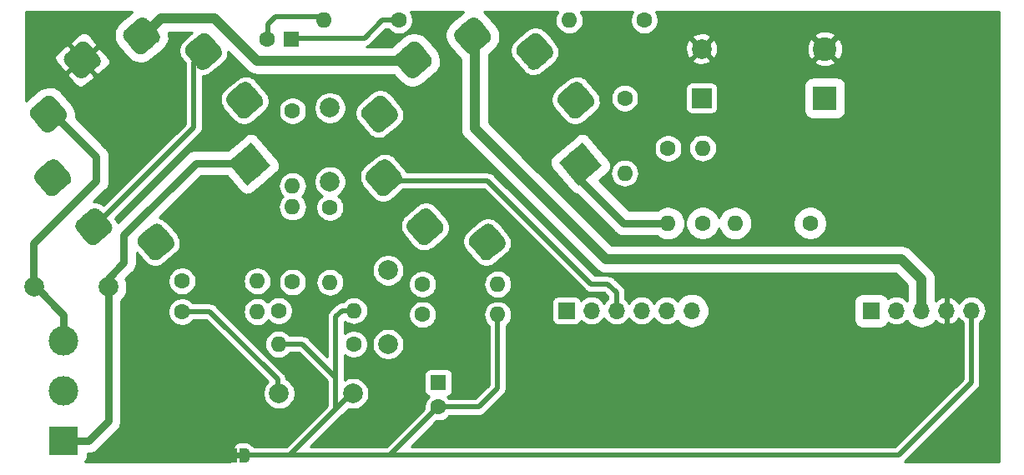
<source format=gtl>
G04 #@! TF.GenerationSoftware,KiCad,Pcbnew,(5.1.0)-1*
G04 #@! TF.CreationDate,2019-04-19T18:26:43+02:00*
G04 #@! TF.ProjectId,pcb_tube,7063625f-7475-4626-952e-6b696361645f,rev?*
G04 #@! TF.SameCoordinates,Original*
G04 #@! TF.FileFunction,Copper,L1,Top*
G04 #@! TF.FilePolarity,Positive*
%FSLAX46Y46*%
G04 Gerber Fmt 4.6, Leading zero omitted, Abs format (unit mm)*
G04 Created by KiCad (PCBNEW (5.1.0)-1) date 2019-04-19 18:26:43*
%MOMM*%
%LPD*%
G04 APERTURE LIST*
%ADD10C,0.200000*%
%ADD11O,6.400000X10.000000*%
%ADD12O,1.700000X1.700000*%
%ADD13R,1.700000X1.700000*%
%ADD14O,1.600000X1.600000*%
%ADD15C,1.600000*%
%ADD16R,2.400000X2.400000*%
%ADD17C,2.400000*%
%ADD18C,3.100000*%
%ADD19C,0.500000*%
%ADD20R,2.000000X2.000000*%
%ADD21C,2.000000*%
%ADD22R,1.600000X1.600000*%
%ADD23R,3.000000X3.000000*%
%ADD24C,3.000000*%
%ADD25C,0.500000*%
%ADD26C,0.800000*%
%ADD27C,1.000000*%
%ADD28C,0.254000*%
G04 APERTURE END LIST*
D10*
G36*
X52450000Y-98400000D02*
G01*
X51950000Y-98400000D01*
X51950000Y-99000000D01*
X52450000Y-99000000D01*
X52450000Y-98400000D01*
G37*
D11*
X48600000Y-94500000D03*
D12*
X126580000Y-84000000D03*
X124040000Y-84000000D03*
X121500000Y-84000000D03*
X118960000Y-84000000D03*
D13*
X116420000Y-84000000D03*
D14*
X56280000Y-87400000D03*
D15*
X63900000Y-87400000D03*
D14*
X61500000Y-81120000D03*
D15*
X61500000Y-73500000D03*
D14*
X78520000Y-81300000D03*
D15*
X70900000Y-81300000D03*
D16*
X111700000Y-62400000D03*
D17*
X111700000Y-57400000D03*
D10*
G36*
X77610082Y-75168103D02*
G01*
X77685431Y-75178441D01*
X77759403Y-75196115D01*
X77831288Y-75220955D01*
X77900391Y-75252721D01*
X77966048Y-75291107D01*
X78027627Y-75335743D01*
X78084533Y-75386201D01*
X78136220Y-75441994D01*
X79132541Y-76629363D01*
X79178511Y-76689953D01*
X79218320Y-76754757D01*
X79251586Y-76823151D01*
X79277988Y-76894476D01*
X79297271Y-76968046D01*
X79309251Y-77043151D01*
X79313811Y-77119069D01*
X79310908Y-77195069D01*
X79300570Y-77270418D01*
X79282896Y-77344390D01*
X79258056Y-77416275D01*
X79226290Y-77485378D01*
X79187904Y-77551035D01*
X79143268Y-77612614D01*
X79092810Y-77669520D01*
X79037017Y-77721207D01*
X77849648Y-78717528D01*
X77789058Y-78763498D01*
X77724254Y-78803307D01*
X77655860Y-78836573D01*
X77584535Y-78862975D01*
X77510965Y-78882258D01*
X77435860Y-78894238D01*
X77359942Y-78898798D01*
X77283942Y-78895895D01*
X77208593Y-78885557D01*
X77134621Y-78867883D01*
X77062736Y-78843043D01*
X76993633Y-78811277D01*
X76927976Y-78772891D01*
X76866397Y-78728255D01*
X76809491Y-78677797D01*
X76757804Y-78622004D01*
X75761483Y-77434635D01*
X75715513Y-77374045D01*
X75675704Y-77309241D01*
X75642438Y-77240847D01*
X75616036Y-77169522D01*
X75596753Y-77095952D01*
X75584773Y-77020847D01*
X75580213Y-76944929D01*
X75583116Y-76868929D01*
X75593454Y-76793580D01*
X75611128Y-76719608D01*
X75635968Y-76647723D01*
X75667734Y-76578620D01*
X75706120Y-76512963D01*
X75750756Y-76451384D01*
X75801214Y-76394478D01*
X75857007Y-76342791D01*
X77044376Y-75346470D01*
X77104966Y-75300500D01*
X77169770Y-75260691D01*
X77238164Y-75227425D01*
X77309489Y-75201023D01*
X77383059Y-75181740D01*
X77458164Y-75169760D01*
X77534082Y-75165200D01*
X77610082Y-75168103D01*
X77610082Y-75168103D01*
G37*
D18*
X77447012Y-77031999D03*
D10*
G36*
X71309157Y-73601818D02*
G01*
X71384506Y-73612156D01*
X71458478Y-73629830D01*
X71530363Y-73654670D01*
X71599466Y-73686436D01*
X71665123Y-73724822D01*
X71726702Y-73769458D01*
X71783608Y-73819916D01*
X71835295Y-73875709D01*
X72831616Y-75063078D01*
X72877586Y-75123668D01*
X72917395Y-75188472D01*
X72950661Y-75256866D01*
X72977063Y-75328191D01*
X72996346Y-75401761D01*
X73008326Y-75476866D01*
X73012886Y-75552784D01*
X73009983Y-75628784D01*
X72999645Y-75704133D01*
X72981971Y-75778105D01*
X72957131Y-75849990D01*
X72925365Y-75919093D01*
X72886979Y-75984750D01*
X72842343Y-76046329D01*
X72791885Y-76103235D01*
X72736092Y-76154922D01*
X71548723Y-77151243D01*
X71488133Y-77197213D01*
X71423329Y-77237022D01*
X71354935Y-77270288D01*
X71283610Y-77296690D01*
X71210040Y-77315973D01*
X71134935Y-77327953D01*
X71059017Y-77332513D01*
X70983017Y-77329610D01*
X70907668Y-77319272D01*
X70833696Y-77301598D01*
X70761811Y-77276758D01*
X70692708Y-77244992D01*
X70627051Y-77206606D01*
X70565472Y-77161970D01*
X70508566Y-77111512D01*
X70456879Y-77055719D01*
X69460558Y-75868350D01*
X69414588Y-75807760D01*
X69374779Y-75742956D01*
X69341513Y-75674562D01*
X69315111Y-75603237D01*
X69295828Y-75529667D01*
X69283848Y-75454562D01*
X69279288Y-75378644D01*
X69282191Y-75302644D01*
X69292529Y-75227295D01*
X69310203Y-75153323D01*
X69335043Y-75081438D01*
X69366809Y-75012335D01*
X69405195Y-74946678D01*
X69449831Y-74885099D01*
X69500289Y-74828193D01*
X69556082Y-74776506D01*
X70743451Y-73780185D01*
X70804041Y-73734215D01*
X70868845Y-73694406D01*
X70937239Y-73661140D01*
X71008564Y-73634738D01*
X71082134Y-73615455D01*
X71157239Y-73603475D01*
X71233157Y-73598915D01*
X71309157Y-73601818D01*
X71309157Y-73601818D01*
G37*
D18*
X71146087Y-75465714D03*
D10*
G36*
X67137465Y-68630190D02*
G01*
X67212814Y-68640528D01*
X67286786Y-68658202D01*
X67358671Y-68683042D01*
X67427774Y-68714808D01*
X67493431Y-68753194D01*
X67555010Y-68797830D01*
X67611916Y-68848288D01*
X67663603Y-68904081D01*
X68659924Y-70091450D01*
X68705894Y-70152040D01*
X68745703Y-70216844D01*
X68778969Y-70285238D01*
X68805371Y-70356563D01*
X68824654Y-70430133D01*
X68836634Y-70505238D01*
X68841194Y-70581156D01*
X68838291Y-70657156D01*
X68827953Y-70732505D01*
X68810279Y-70806477D01*
X68785439Y-70878362D01*
X68753673Y-70947465D01*
X68715287Y-71013122D01*
X68670651Y-71074701D01*
X68620193Y-71131607D01*
X68564400Y-71183294D01*
X67377031Y-72179615D01*
X67316441Y-72225585D01*
X67251637Y-72265394D01*
X67183243Y-72298660D01*
X67111918Y-72325062D01*
X67038348Y-72344345D01*
X66963243Y-72356325D01*
X66887325Y-72360885D01*
X66811325Y-72357982D01*
X66735976Y-72347644D01*
X66662004Y-72329970D01*
X66590119Y-72305130D01*
X66521016Y-72273364D01*
X66455359Y-72234978D01*
X66393780Y-72190342D01*
X66336874Y-72139884D01*
X66285187Y-72084091D01*
X65288866Y-70896722D01*
X65242896Y-70836132D01*
X65203087Y-70771328D01*
X65169821Y-70702934D01*
X65143419Y-70631609D01*
X65124136Y-70558039D01*
X65112156Y-70482934D01*
X65107596Y-70407016D01*
X65110499Y-70331016D01*
X65120837Y-70255667D01*
X65138511Y-70181695D01*
X65163351Y-70109810D01*
X65195117Y-70040707D01*
X65233503Y-69975050D01*
X65278139Y-69913471D01*
X65328597Y-69856565D01*
X65384390Y-69804878D01*
X66571759Y-68808557D01*
X66632349Y-68762587D01*
X66697153Y-68722778D01*
X66765547Y-68689512D01*
X66836872Y-68663110D01*
X66910442Y-68643827D01*
X66985547Y-68631847D01*
X67061465Y-68627287D01*
X67137465Y-68630190D01*
X67137465Y-68630190D01*
G37*
D18*
X66974395Y-70494086D03*
D10*
G36*
X66689120Y-62153008D02*
G01*
X66764469Y-62163346D01*
X66838441Y-62181020D01*
X66910326Y-62205860D01*
X66979429Y-62237626D01*
X67045086Y-62276012D01*
X67106665Y-62320648D01*
X67163571Y-62371106D01*
X67215258Y-62426899D01*
X68211579Y-63614268D01*
X68257549Y-63674858D01*
X68297358Y-63739662D01*
X68330624Y-63808056D01*
X68357026Y-63879381D01*
X68376309Y-63952951D01*
X68388289Y-64028056D01*
X68392849Y-64103974D01*
X68389946Y-64179974D01*
X68379608Y-64255323D01*
X68361934Y-64329295D01*
X68337094Y-64401180D01*
X68305328Y-64470283D01*
X68266942Y-64535940D01*
X68222306Y-64597519D01*
X68171848Y-64654425D01*
X68116055Y-64706112D01*
X66928686Y-65702433D01*
X66868096Y-65748403D01*
X66803292Y-65788212D01*
X66734898Y-65821478D01*
X66663573Y-65847880D01*
X66590003Y-65867163D01*
X66514898Y-65879143D01*
X66438980Y-65883703D01*
X66362980Y-65880800D01*
X66287631Y-65870462D01*
X66213659Y-65852788D01*
X66141774Y-65827948D01*
X66072671Y-65796182D01*
X66007014Y-65757796D01*
X65945435Y-65713160D01*
X65888529Y-65662702D01*
X65836842Y-65606909D01*
X64840521Y-64419540D01*
X64794551Y-64358950D01*
X64754742Y-64294146D01*
X64721476Y-64225752D01*
X64695074Y-64154427D01*
X64675791Y-64080857D01*
X64663811Y-64005752D01*
X64659251Y-63929834D01*
X64662154Y-63853834D01*
X64672492Y-63778485D01*
X64690166Y-63704513D01*
X64715006Y-63632628D01*
X64746772Y-63563525D01*
X64785158Y-63497868D01*
X64829794Y-63436289D01*
X64880252Y-63379383D01*
X64936045Y-63327696D01*
X66123414Y-62331375D01*
X66184004Y-62285405D01*
X66248808Y-62245596D01*
X66317202Y-62212330D01*
X66388527Y-62185928D01*
X66462097Y-62166645D01*
X66537202Y-62154665D01*
X66613120Y-62150105D01*
X66689120Y-62153008D01*
X66689120Y-62153008D01*
G37*
D18*
X66526050Y-64016904D03*
D10*
G36*
X70130039Y-56654920D02*
G01*
X70205388Y-56665258D01*
X70279360Y-56682932D01*
X70351245Y-56707772D01*
X70420348Y-56739538D01*
X70486005Y-56777924D01*
X70547584Y-56822560D01*
X70604490Y-56873018D01*
X70656177Y-56928811D01*
X71652498Y-58116180D01*
X71698468Y-58176770D01*
X71738277Y-58241574D01*
X71771543Y-58309968D01*
X71797945Y-58381293D01*
X71817228Y-58454863D01*
X71829208Y-58529968D01*
X71833768Y-58605886D01*
X71830865Y-58681886D01*
X71820527Y-58757235D01*
X71802853Y-58831207D01*
X71778013Y-58903092D01*
X71746247Y-58972195D01*
X71707861Y-59037852D01*
X71663225Y-59099431D01*
X71612767Y-59156337D01*
X71556974Y-59208024D01*
X70369605Y-60204345D01*
X70309015Y-60250315D01*
X70244211Y-60290124D01*
X70175817Y-60323390D01*
X70104492Y-60349792D01*
X70030922Y-60369075D01*
X69955817Y-60381055D01*
X69879899Y-60385615D01*
X69803899Y-60382712D01*
X69728550Y-60372374D01*
X69654578Y-60354700D01*
X69582693Y-60329860D01*
X69513590Y-60298094D01*
X69447933Y-60259708D01*
X69386354Y-60215072D01*
X69329448Y-60164614D01*
X69277761Y-60108821D01*
X68281440Y-58921452D01*
X68235470Y-58860862D01*
X68195661Y-58796058D01*
X68162395Y-58727664D01*
X68135993Y-58656339D01*
X68116710Y-58582769D01*
X68104730Y-58507664D01*
X68100170Y-58431746D01*
X68103073Y-58355746D01*
X68113411Y-58280397D01*
X68131085Y-58206425D01*
X68155925Y-58134540D01*
X68187691Y-58065437D01*
X68226077Y-57999780D01*
X68270713Y-57938201D01*
X68321171Y-57881295D01*
X68376964Y-57829608D01*
X69564333Y-56833287D01*
X69624923Y-56787317D01*
X69689727Y-56747508D01*
X69758121Y-56714242D01*
X69829446Y-56687840D01*
X69903016Y-56668557D01*
X69978121Y-56656577D01*
X70054039Y-56652017D01*
X70130039Y-56654920D01*
X70130039Y-56654920D01*
G37*
D18*
X69966969Y-58518816D03*
D10*
G36*
X76142109Y-54221009D02*
G01*
X76217458Y-54231347D01*
X76291430Y-54249021D01*
X76363315Y-54273861D01*
X76432418Y-54305627D01*
X76498075Y-54344013D01*
X76559654Y-54388649D01*
X76616560Y-54439107D01*
X76668247Y-54494900D01*
X77664568Y-55682269D01*
X77710538Y-55742859D01*
X77750347Y-55807663D01*
X77783613Y-55876057D01*
X77810015Y-55947382D01*
X77829298Y-56020952D01*
X77841278Y-56096057D01*
X77845838Y-56171975D01*
X77842935Y-56247975D01*
X77832597Y-56323324D01*
X77814923Y-56397296D01*
X77790083Y-56469181D01*
X77758317Y-56538284D01*
X77719931Y-56603941D01*
X77675295Y-56665520D01*
X77624837Y-56722426D01*
X77569044Y-56774113D01*
X76381675Y-57770434D01*
X76321085Y-57816404D01*
X76256281Y-57856213D01*
X76187887Y-57889479D01*
X76116562Y-57915881D01*
X76042992Y-57935164D01*
X75967887Y-57947144D01*
X75891969Y-57951704D01*
X75815969Y-57948801D01*
X75740620Y-57938463D01*
X75666648Y-57920789D01*
X75594763Y-57895949D01*
X75525660Y-57864183D01*
X75460003Y-57825797D01*
X75398424Y-57781161D01*
X75341518Y-57730703D01*
X75289831Y-57674910D01*
X74293510Y-56487541D01*
X74247540Y-56426951D01*
X74207731Y-56362147D01*
X74174465Y-56293753D01*
X74148063Y-56222428D01*
X74128780Y-56148858D01*
X74116800Y-56073753D01*
X74112240Y-55997835D01*
X74115143Y-55921835D01*
X74125481Y-55846486D01*
X74143155Y-55772514D01*
X74167995Y-55700629D01*
X74199761Y-55631526D01*
X74238147Y-55565869D01*
X74282783Y-55504290D01*
X74333241Y-55447384D01*
X74389034Y-55395697D01*
X75576403Y-54399376D01*
X75636993Y-54353406D01*
X75701797Y-54313597D01*
X75770191Y-54280331D01*
X75841516Y-54253929D01*
X75915086Y-54234646D01*
X75990191Y-54222666D01*
X76066109Y-54218106D01*
X76142109Y-54221009D01*
X76142109Y-54221009D01*
G37*
D18*
X75979039Y-56084905D03*
D10*
G36*
X82435373Y-55793721D02*
G01*
X82510722Y-55804059D01*
X82584694Y-55821733D01*
X82656579Y-55846573D01*
X82725682Y-55878339D01*
X82791339Y-55916725D01*
X82852918Y-55961361D01*
X82909824Y-56011819D01*
X82961511Y-56067612D01*
X83957832Y-57254981D01*
X84003802Y-57315571D01*
X84043611Y-57380375D01*
X84076877Y-57448769D01*
X84103279Y-57520094D01*
X84122562Y-57593664D01*
X84134542Y-57668769D01*
X84139102Y-57744687D01*
X84136199Y-57820687D01*
X84125861Y-57896036D01*
X84108187Y-57970008D01*
X84083347Y-58041893D01*
X84051581Y-58110996D01*
X84013195Y-58176653D01*
X83968559Y-58238232D01*
X83918101Y-58295138D01*
X83862308Y-58346825D01*
X82674939Y-59343146D01*
X82614349Y-59389116D01*
X82549545Y-59428925D01*
X82481151Y-59462191D01*
X82409826Y-59488593D01*
X82336256Y-59507876D01*
X82261151Y-59519856D01*
X82185233Y-59524416D01*
X82109233Y-59521513D01*
X82033884Y-59511175D01*
X81959912Y-59493501D01*
X81888027Y-59468661D01*
X81818924Y-59436895D01*
X81753267Y-59398509D01*
X81691688Y-59353873D01*
X81634782Y-59303415D01*
X81583095Y-59247622D01*
X80586774Y-58060253D01*
X80540804Y-57999663D01*
X80500995Y-57934859D01*
X80467729Y-57866465D01*
X80441327Y-57795140D01*
X80422044Y-57721570D01*
X80410064Y-57646465D01*
X80405504Y-57570547D01*
X80408407Y-57494547D01*
X80418745Y-57419198D01*
X80436419Y-57345226D01*
X80461259Y-57273341D01*
X80493025Y-57204238D01*
X80531411Y-57138581D01*
X80576047Y-57077002D01*
X80626505Y-57020096D01*
X80682298Y-56968409D01*
X81869667Y-55972088D01*
X81930257Y-55926118D01*
X81995061Y-55886309D01*
X82063455Y-55853043D01*
X82134780Y-55826641D01*
X82208350Y-55807358D01*
X82283455Y-55795378D01*
X82359373Y-55790818D01*
X82435373Y-55793721D01*
X82435373Y-55793721D01*
G37*
D18*
X82272303Y-57657617D03*
D10*
G36*
X86607064Y-60765350D02*
G01*
X86682413Y-60775688D01*
X86756385Y-60793362D01*
X86828270Y-60818202D01*
X86897373Y-60849968D01*
X86963030Y-60888354D01*
X87024609Y-60932990D01*
X87081515Y-60983448D01*
X87133202Y-61039241D01*
X88129523Y-62226610D01*
X88175493Y-62287200D01*
X88215302Y-62352004D01*
X88248568Y-62420398D01*
X88274970Y-62491723D01*
X88294253Y-62565293D01*
X88306233Y-62640398D01*
X88310793Y-62716316D01*
X88307890Y-62792316D01*
X88297552Y-62867665D01*
X88279878Y-62941637D01*
X88255038Y-63013522D01*
X88223272Y-63082625D01*
X88184886Y-63148282D01*
X88140250Y-63209861D01*
X88089792Y-63266767D01*
X88033999Y-63318454D01*
X86846630Y-64314775D01*
X86786040Y-64360745D01*
X86721236Y-64400554D01*
X86652842Y-64433820D01*
X86581517Y-64460222D01*
X86507947Y-64479505D01*
X86432842Y-64491485D01*
X86356924Y-64496045D01*
X86280924Y-64493142D01*
X86205575Y-64482804D01*
X86131603Y-64465130D01*
X86059718Y-64440290D01*
X85990615Y-64408524D01*
X85924958Y-64370138D01*
X85863379Y-64325502D01*
X85806473Y-64275044D01*
X85754786Y-64219251D01*
X84758465Y-63031882D01*
X84712495Y-62971292D01*
X84672686Y-62906488D01*
X84639420Y-62838094D01*
X84613018Y-62766769D01*
X84593735Y-62693199D01*
X84581755Y-62618094D01*
X84577195Y-62542176D01*
X84580098Y-62466176D01*
X84590436Y-62390827D01*
X84608110Y-62316855D01*
X84632950Y-62244970D01*
X84664716Y-62175867D01*
X84703102Y-62110210D01*
X84747738Y-62048631D01*
X84798196Y-61991725D01*
X84853989Y-61940038D01*
X86041358Y-60943717D01*
X86101948Y-60897747D01*
X86166752Y-60857938D01*
X86235146Y-60824672D01*
X86306471Y-60798270D01*
X86380041Y-60778987D01*
X86455146Y-60767007D01*
X86531064Y-60762447D01*
X86607064Y-60765350D01*
X86607064Y-60765350D01*
G37*
D18*
X86443994Y-62629246D03*
X86900000Y-69100000D03*
D10*
G36*
X87091048Y-66916310D02*
G01*
X89083690Y-69291048D01*
X86708952Y-71283690D01*
X84716310Y-68908952D01*
X87091048Y-66916310D01*
X87091048Y-66916310D01*
G37*
G36*
X44010082Y-75168103D02*
G01*
X44085431Y-75178441D01*
X44159403Y-75196115D01*
X44231288Y-75220955D01*
X44300391Y-75252721D01*
X44366048Y-75291107D01*
X44427627Y-75335743D01*
X44484533Y-75386201D01*
X44536220Y-75441994D01*
X45532541Y-76629363D01*
X45578511Y-76689953D01*
X45618320Y-76754757D01*
X45651586Y-76823151D01*
X45677988Y-76894476D01*
X45697271Y-76968046D01*
X45709251Y-77043151D01*
X45713811Y-77119069D01*
X45710908Y-77195069D01*
X45700570Y-77270418D01*
X45682896Y-77344390D01*
X45658056Y-77416275D01*
X45626290Y-77485378D01*
X45587904Y-77551035D01*
X45543268Y-77612614D01*
X45492810Y-77669520D01*
X45437017Y-77721207D01*
X44249648Y-78717528D01*
X44189058Y-78763498D01*
X44124254Y-78803307D01*
X44055860Y-78836573D01*
X43984535Y-78862975D01*
X43910965Y-78882258D01*
X43835860Y-78894238D01*
X43759942Y-78898798D01*
X43683942Y-78895895D01*
X43608593Y-78885557D01*
X43534621Y-78867883D01*
X43462736Y-78843043D01*
X43393633Y-78811277D01*
X43327976Y-78772891D01*
X43266397Y-78728255D01*
X43209491Y-78677797D01*
X43157804Y-78622004D01*
X42161483Y-77434635D01*
X42115513Y-77374045D01*
X42075704Y-77309241D01*
X42042438Y-77240847D01*
X42016036Y-77169522D01*
X41996753Y-77095952D01*
X41984773Y-77020847D01*
X41980213Y-76944929D01*
X41983116Y-76868929D01*
X41993454Y-76793580D01*
X42011128Y-76719608D01*
X42035968Y-76647723D01*
X42067734Y-76578620D01*
X42106120Y-76512963D01*
X42150756Y-76451384D01*
X42201214Y-76394478D01*
X42257007Y-76342791D01*
X43444376Y-75346470D01*
X43504966Y-75300500D01*
X43569770Y-75260691D01*
X43638164Y-75227425D01*
X43709489Y-75201023D01*
X43783059Y-75181740D01*
X43858164Y-75169760D01*
X43934082Y-75165200D01*
X44010082Y-75168103D01*
X44010082Y-75168103D01*
G37*
D18*
X43847012Y-77031999D03*
D10*
G36*
X37709157Y-73601818D02*
G01*
X37784506Y-73612156D01*
X37858478Y-73629830D01*
X37930363Y-73654670D01*
X37999466Y-73686436D01*
X38065123Y-73724822D01*
X38126702Y-73769458D01*
X38183608Y-73819916D01*
X38235295Y-73875709D01*
X39231616Y-75063078D01*
X39277586Y-75123668D01*
X39317395Y-75188472D01*
X39350661Y-75256866D01*
X39377063Y-75328191D01*
X39396346Y-75401761D01*
X39408326Y-75476866D01*
X39412886Y-75552784D01*
X39409983Y-75628784D01*
X39399645Y-75704133D01*
X39381971Y-75778105D01*
X39357131Y-75849990D01*
X39325365Y-75919093D01*
X39286979Y-75984750D01*
X39242343Y-76046329D01*
X39191885Y-76103235D01*
X39136092Y-76154922D01*
X37948723Y-77151243D01*
X37888133Y-77197213D01*
X37823329Y-77237022D01*
X37754935Y-77270288D01*
X37683610Y-77296690D01*
X37610040Y-77315973D01*
X37534935Y-77327953D01*
X37459017Y-77332513D01*
X37383017Y-77329610D01*
X37307668Y-77319272D01*
X37233696Y-77301598D01*
X37161811Y-77276758D01*
X37092708Y-77244992D01*
X37027051Y-77206606D01*
X36965472Y-77161970D01*
X36908566Y-77111512D01*
X36856879Y-77055719D01*
X35860558Y-75868350D01*
X35814588Y-75807760D01*
X35774779Y-75742956D01*
X35741513Y-75674562D01*
X35715111Y-75603237D01*
X35695828Y-75529667D01*
X35683848Y-75454562D01*
X35679288Y-75378644D01*
X35682191Y-75302644D01*
X35692529Y-75227295D01*
X35710203Y-75153323D01*
X35735043Y-75081438D01*
X35766809Y-75012335D01*
X35805195Y-74946678D01*
X35849831Y-74885099D01*
X35900289Y-74828193D01*
X35956082Y-74776506D01*
X37143451Y-73780185D01*
X37204041Y-73734215D01*
X37268845Y-73694406D01*
X37337239Y-73661140D01*
X37408564Y-73634738D01*
X37482134Y-73615455D01*
X37557239Y-73603475D01*
X37633157Y-73598915D01*
X37709157Y-73601818D01*
X37709157Y-73601818D01*
G37*
D18*
X37546087Y-75465714D03*
D10*
G36*
X33537465Y-68630190D02*
G01*
X33612814Y-68640528D01*
X33686786Y-68658202D01*
X33758671Y-68683042D01*
X33827774Y-68714808D01*
X33893431Y-68753194D01*
X33955010Y-68797830D01*
X34011916Y-68848288D01*
X34063603Y-68904081D01*
X35059924Y-70091450D01*
X35105894Y-70152040D01*
X35145703Y-70216844D01*
X35178969Y-70285238D01*
X35205371Y-70356563D01*
X35224654Y-70430133D01*
X35236634Y-70505238D01*
X35241194Y-70581156D01*
X35238291Y-70657156D01*
X35227953Y-70732505D01*
X35210279Y-70806477D01*
X35185439Y-70878362D01*
X35153673Y-70947465D01*
X35115287Y-71013122D01*
X35070651Y-71074701D01*
X35020193Y-71131607D01*
X34964400Y-71183294D01*
X33777031Y-72179615D01*
X33716441Y-72225585D01*
X33651637Y-72265394D01*
X33583243Y-72298660D01*
X33511918Y-72325062D01*
X33438348Y-72344345D01*
X33363243Y-72356325D01*
X33287325Y-72360885D01*
X33211325Y-72357982D01*
X33135976Y-72347644D01*
X33062004Y-72329970D01*
X32990119Y-72305130D01*
X32921016Y-72273364D01*
X32855359Y-72234978D01*
X32793780Y-72190342D01*
X32736874Y-72139884D01*
X32685187Y-72084091D01*
X31688866Y-70896722D01*
X31642896Y-70836132D01*
X31603087Y-70771328D01*
X31569821Y-70702934D01*
X31543419Y-70631609D01*
X31524136Y-70558039D01*
X31512156Y-70482934D01*
X31507596Y-70407016D01*
X31510499Y-70331016D01*
X31520837Y-70255667D01*
X31538511Y-70181695D01*
X31563351Y-70109810D01*
X31595117Y-70040707D01*
X31633503Y-69975050D01*
X31678139Y-69913471D01*
X31728597Y-69856565D01*
X31784390Y-69804878D01*
X32971759Y-68808557D01*
X33032349Y-68762587D01*
X33097153Y-68722778D01*
X33165547Y-68689512D01*
X33236872Y-68663110D01*
X33310442Y-68643827D01*
X33385547Y-68631847D01*
X33461465Y-68627287D01*
X33537465Y-68630190D01*
X33537465Y-68630190D01*
G37*
D18*
X33374395Y-70494086D03*
D10*
G36*
X33089120Y-62153008D02*
G01*
X33164469Y-62163346D01*
X33238441Y-62181020D01*
X33310326Y-62205860D01*
X33379429Y-62237626D01*
X33445086Y-62276012D01*
X33506665Y-62320648D01*
X33563571Y-62371106D01*
X33615258Y-62426899D01*
X34611579Y-63614268D01*
X34657549Y-63674858D01*
X34697358Y-63739662D01*
X34730624Y-63808056D01*
X34757026Y-63879381D01*
X34776309Y-63952951D01*
X34788289Y-64028056D01*
X34792849Y-64103974D01*
X34789946Y-64179974D01*
X34779608Y-64255323D01*
X34761934Y-64329295D01*
X34737094Y-64401180D01*
X34705328Y-64470283D01*
X34666942Y-64535940D01*
X34622306Y-64597519D01*
X34571848Y-64654425D01*
X34516055Y-64706112D01*
X33328686Y-65702433D01*
X33268096Y-65748403D01*
X33203292Y-65788212D01*
X33134898Y-65821478D01*
X33063573Y-65847880D01*
X32990003Y-65867163D01*
X32914898Y-65879143D01*
X32838980Y-65883703D01*
X32762980Y-65880800D01*
X32687631Y-65870462D01*
X32613659Y-65852788D01*
X32541774Y-65827948D01*
X32472671Y-65796182D01*
X32407014Y-65757796D01*
X32345435Y-65713160D01*
X32288529Y-65662702D01*
X32236842Y-65606909D01*
X31240521Y-64419540D01*
X31194551Y-64358950D01*
X31154742Y-64294146D01*
X31121476Y-64225752D01*
X31095074Y-64154427D01*
X31075791Y-64080857D01*
X31063811Y-64005752D01*
X31059251Y-63929834D01*
X31062154Y-63853834D01*
X31072492Y-63778485D01*
X31090166Y-63704513D01*
X31115006Y-63632628D01*
X31146772Y-63563525D01*
X31185158Y-63497868D01*
X31229794Y-63436289D01*
X31280252Y-63379383D01*
X31336045Y-63327696D01*
X32523414Y-62331375D01*
X32584004Y-62285405D01*
X32648808Y-62245596D01*
X32717202Y-62212330D01*
X32788527Y-62185928D01*
X32862097Y-62166645D01*
X32937202Y-62154665D01*
X33013120Y-62150105D01*
X33089120Y-62153008D01*
X33089120Y-62153008D01*
G37*
D18*
X32926050Y-64016904D03*
D10*
G36*
X36530039Y-56654920D02*
G01*
X36605388Y-56665258D01*
X36679360Y-56682932D01*
X36751245Y-56707772D01*
X36820348Y-56739538D01*
X36886005Y-56777924D01*
X36947584Y-56822560D01*
X37004490Y-56873018D01*
X37056177Y-56928811D01*
X38052498Y-58116180D01*
X38098468Y-58176770D01*
X38138277Y-58241574D01*
X38171543Y-58309968D01*
X38197945Y-58381293D01*
X38217228Y-58454863D01*
X38229208Y-58529968D01*
X38233768Y-58605886D01*
X38230865Y-58681886D01*
X38220527Y-58757235D01*
X38202853Y-58831207D01*
X38178013Y-58903092D01*
X38146247Y-58972195D01*
X38107861Y-59037852D01*
X38063225Y-59099431D01*
X38012767Y-59156337D01*
X37956974Y-59208024D01*
X36769605Y-60204345D01*
X36709015Y-60250315D01*
X36644211Y-60290124D01*
X36575817Y-60323390D01*
X36504492Y-60349792D01*
X36430922Y-60369075D01*
X36355817Y-60381055D01*
X36279899Y-60385615D01*
X36203899Y-60382712D01*
X36128550Y-60372374D01*
X36054578Y-60354700D01*
X35982693Y-60329860D01*
X35913590Y-60298094D01*
X35847933Y-60259708D01*
X35786354Y-60215072D01*
X35729448Y-60164614D01*
X35677761Y-60108821D01*
X34681440Y-58921452D01*
X34635470Y-58860862D01*
X34595661Y-58796058D01*
X34562395Y-58727664D01*
X34535993Y-58656339D01*
X34516710Y-58582769D01*
X34504730Y-58507664D01*
X34500170Y-58431746D01*
X34503073Y-58355746D01*
X34513411Y-58280397D01*
X34531085Y-58206425D01*
X34555925Y-58134540D01*
X34587691Y-58065437D01*
X34626077Y-57999780D01*
X34670713Y-57938201D01*
X34721171Y-57881295D01*
X34776964Y-57829608D01*
X35964333Y-56833287D01*
X36024923Y-56787317D01*
X36089727Y-56747508D01*
X36158121Y-56714242D01*
X36229446Y-56687840D01*
X36303016Y-56668557D01*
X36378121Y-56656577D01*
X36454039Y-56652017D01*
X36530039Y-56654920D01*
X36530039Y-56654920D01*
G37*
D18*
X36366969Y-58518816D03*
D10*
G36*
X42542109Y-54221009D02*
G01*
X42617458Y-54231347D01*
X42691430Y-54249021D01*
X42763315Y-54273861D01*
X42832418Y-54305627D01*
X42898075Y-54344013D01*
X42959654Y-54388649D01*
X43016560Y-54439107D01*
X43068247Y-54494900D01*
X44064568Y-55682269D01*
X44110538Y-55742859D01*
X44150347Y-55807663D01*
X44183613Y-55876057D01*
X44210015Y-55947382D01*
X44229298Y-56020952D01*
X44241278Y-56096057D01*
X44245838Y-56171975D01*
X44242935Y-56247975D01*
X44232597Y-56323324D01*
X44214923Y-56397296D01*
X44190083Y-56469181D01*
X44158317Y-56538284D01*
X44119931Y-56603941D01*
X44075295Y-56665520D01*
X44024837Y-56722426D01*
X43969044Y-56774113D01*
X42781675Y-57770434D01*
X42721085Y-57816404D01*
X42656281Y-57856213D01*
X42587887Y-57889479D01*
X42516562Y-57915881D01*
X42442992Y-57935164D01*
X42367887Y-57947144D01*
X42291969Y-57951704D01*
X42215969Y-57948801D01*
X42140620Y-57938463D01*
X42066648Y-57920789D01*
X41994763Y-57895949D01*
X41925660Y-57864183D01*
X41860003Y-57825797D01*
X41798424Y-57781161D01*
X41741518Y-57730703D01*
X41689831Y-57674910D01*
X40693510Y-56487541D01*
X40647540Y-56426951D01*
X40607731Y-56362147D01*
X40574465Y-56293753D01*
X40548063Y-56222428D01*
X40528780Y-56148858D01*
X40516800Y-56073753D01*
X40512240Y-55997835D01*
X40515143Y-55921835D01*
X40525481Y-55846486D01*
X40543155Y-55772514D01*
X40567995Y-55700629D01*
X40599761Y-55631526D01*
X40638147Y-55565869D01*
X40682783Y-55504290D01*
X40733241Y-55447384D01*
X40789034Y-55395697D01*
X41976403Y-54399376D01*
X42036993Y-54353406D01*
X42101797Y-54313597D01*
X42170191Y-54280331D01*
X42241516Y-54253929D01*
X42315086Y-54234646D01*
X42390191Y-54222666D01*
X42466109Y-54218106D01*
X42542109Y-54221009D01*
X42542109Y-54221009D01*
G37*
D18*
X42379039Y-56084905D03*
D10*
G36*
X48835373Y-55793721D02*
G01*
X48910722Y-55804059D01*
X48984694Y-55821733D01*
X49056579Y-55846573D01*
X49125682Y-55878339D01*
X49191339Y-55916725D01*
X49252918Y-55961361D01*
X49309824Y-56011819D01*
X49361511Y-56067612D01*
X50357832Y-57254981D01*
X50403802Y-57315571D01*
X50443611Y-57380375D01*
X50476877Y-57448769D01*
X50503279Y-57520094D01*
X50522562Y-57593664D01*
X50534542Y-57668769D01*
X50539102Y-57744687D01*
X50536199Y-57820687D01*
X50525861Y-57896036D01*
X50508187Y-57970008D01*
X50483347Y-58041893D01*
X50451581Y-58110996D01*
X50413195Y-58176653D01*
X50368559Y-58238232D01*
X50318101Y-58295138D01*
X50262308Y-58346825D01*
X49074939Y-59343146D01*
X49014349Y-59389116D01*
X48949545Y-59428925D01*
X48881151Y-59462191D01*
X48809826Y-59488593D01*
X48736256Y-59507876D01*
X48661151Y-59519856D01*
X48585233Y-59524416D01*
X48509233Y-59521513D01*
X48433884Y-59511175D01*
X48359912Y-59493501D01*
X48288027Y-59468661D01*
X48218924Y-59436895D01*
X48153267Y-59398509D01*
X48091688Y-59353873D01*
X48034782Y-59303415D01*
X47983095Y-59247622D01*
X46986774Y-58060253D01*
X46940804Y-57999663D01*
X46900995Y-57934859D01*
X46867729Y-57866465D01*
X46841327Y-57795140D01*
X46822044Y-57721570D01*
X46810064Y-57646465D01*
X46805504Y-57570547D01*
X46808407Y-57494547D01*
X46818745Y-57419198D01*
X46836419Y-57345226D01*
X46861259Y-57273341D01*
X46893025Y-57204238D01*
X46931411Y-57138581D01*
X46976047Y-57077002D01*
X47026505Y-57020096D01*
X47082298Y-56968409D01*
X48269667Y-55972088D01*
X48330257Y-55926118D01*
X48395061Y-55886309D01*
X48463455Y-55853043D01*
X48534780Y-55826641D01*
X48608350Y-55807358D01*
X48683455Y-55795378D01*
X48759373Y-55790818D01*
X48835373Y-55793721D01*
X48835373Y-55793721D01*
G37*
D18*
X48672303Y-57657617D03*
D10*
G36*
X53007064Y-60765350D02*
G01*
X53082413Y-60775688D01*
X53156385Y-60793362D01*
X53228270Y-60818202D01*
X53297373Y-60849968D01*
X53363030Y-60888354D01*
X53424609Y-60932990D01*
X53481515Y-60983448D01*
X53533202Y-61039241D01*
X54529523Y-62226610D01*
X54575493Y-62287200D01*
X54615302Y-62352004D01*
X54648568Y-62420398D01*
X54674970Y-62491723D01*
X54694253Y-62565293D01*
X54706233Y-62640398D01*
X54710793Y-62716316D01*
X54707890Y-62792316D01*
X54697552Y-62867665D01*
X54679878Y-62941637D01*
X54655038Y-63013522D01*
X54623272Y-63082625D01*
X54584886Y-63148282D01*
X54540250Y-63209861D01*
X54489792Y-63266767D01*
X54433999Y-63318454D01*
X53246630Y-64314775D01*
X53186040Y-64360745D01*
X53121236Y-64400554D01*
X53052842Y-64433820D01*
X52981517Y-64460222D01*
X52907947Y-64479505D01*
X52832842Y-64491485D01*
X52756924Y-64496045D01*
X52680924Y-64493142D01*
X52605575Y-64482804D01*
X52531603Y-64465130D01*
X52459718Y-64440290D01*
X52390615Y-64408524D01*
X52324958Y-64370138D01*
X52263379Y-64325502D01*
X52206473Y-64275044D01*
X52154786Y-64219251D01*
X51158465Y-63031882D01*
X51112495Y-62971292D01*
X51072686Y-62906488D01*
X51039420Y-62838094D01*
X51013018Y-62766769D01*
X50993735Y-62693199D01*
X50981755Y-62618094D01*
X50977195Y-62542176D01*
X50980098Y-62466176D01*
X50990436Y-62390827D01*
X51008110Y-62316855D01*
X51032950Y-62244970D01*
X51064716Y-62175867D01*
X51103102Y-62110210D01*
X51147738Y-62048631D01*
X51198196Y-61991725D01*
X51253989Y-61940038D01*
X52441358Y-60943717D01*
X52501948Y-60897747D01*
X52566752Y-60857938D01*
X52635146Y-60824672D01*
X52706471Y-60798270D01*
X52780041Y-60778987D01*
X52855146Y-60767007D01*
X52931064Y-60762447D01*
X53007064Y-60765350D01*
X53007064Y-60765350D01*
G37*
D18*
X52843994Y-62629246D03*
X53300000Y-69100000D03*
D10*
G36*
X53491048Y-66916310D02*
G01*
X55483690Y-69291048D01*
X53108952Y-71283690D01*
X51116310Y-68908952D01*
X53491048Y-66916310D01*
X53491048Y-66916310D01*
G37*
D19*
X51550000Y-98700000D03*
D10*
G36*
X52050000Y-99450000D02*
G01*
X51550000Y-99450000D01*
X51550000Y-99449398D01*
X51525466Y-99449398D01*
X51476635Y-99444588D01*
X51428510Y-99435016D01*
X51381555Y-99420772D01*
X51336222Y-99401995D01*
X51292949Y-99378864D01*
X51252150Y-99351604D01*
X51214221Y-99320476D01*
X51179524Y-99285779D01*
X51148396Y-99247850D01*
X51121136Y-99207051D01*
X51098005Y-99163778D01*
X51079228Y-99118445D01*
X51064984Y-99071490D01*
X51055412Y-99023365D01*
X51050602Y-98974534D01*
X51050602Y-98950000D01*
X51050000Y-98950000D01*
X51050000Y-98450000D01*
X51050602Y-98450000D01*
X51050602Y-98425466D01*
X51055412Y-98376635D01*
X51064984Y-98328510D01*
X51079228Y-98281555D01*
X51098005Y-98236222D01*
X51121136Y-98192949D01*
X51148396Y-98152150D01*
X51179524Y-98114221D01*
X51214221Y-98079524D01*
X51252150Y-98048396D01*
X51292949Y-98021136D01*
X51336222Y-97998005D01*
X51381555Y-97979228D01*
X51428510Y-97964984D01*
X51476635Y-97955412D01*
X51525466Y-97950602D01*
X51550000Y-97950602D01*
X51550000Y-97950000D01*
X52050000Y-97950000D01*
X52050000Y-99450000D01*
X52050000Y-99450000D01*
G37*
D19*
X52850000Y-98700000D03*
D10*
G36*
X52850000Y-97950602D02*
G01*
X52874534Y-97950602D01*
X52923365Y-97955412D01*
X52971490Y-97964984D01*
X53018445Y-97979228D01*
X53063778Y-97998005D01*
X53107051Y-98021136D01*
X53147850Y-98048396D01*
X53185779Y-98079524D01*
X53220476Y-98114221D01*
X53251604Y-98152150D01*
X53278864Y-98192949D01*
X53301995Y-98236222D01*
X53320772Y-98281555D01*
X53335016Y-98328510D01*
X53344588Y-98376635D01*
X53349398Y-98425466D01*
X53349398Y-98450000D01*
X53350000Y-98450000D01*
X53350000Y-98950000D01*
X53349398Y-98950000D01*
X53349398Y-98974534D01*
X53344588Y-99023365D01*
X53335016Y-99071490D01*
X53320772Y-99118445D01*
X53301995Y-99163778D01*
X53278864Y-99207051D01*
X53251604Y-99247850D01*
X53220476Y-99285779D01*
X53185779Y-99320476D01*
X53147850Y-99351604D01*
X53107051Y-99378864D01*
X53063778Y-99401995D01*
X53018445Y-99420772D01*
X52971490Y-99435016D01*
X52923365Y-99444588D01*
X52874534Y-99449398D01*
X52850000Y-99449398D01*
X52850000Y-99450000D01*
X52350000Y-99450000D01*
X52350000Y-97950000D01*
X52850000Y-97950000D01*
X52850000Y-97950602D01*
X52850000Y-97950602D01*
G37*
D20*
X99200000Y-62400000D03*
D21*
X99200000Y-57400000D03*
D15*
X72500000Y-93800000D03*
D22*
X72500000Y-91300000D03*
D21*
X31500000Y-81600000D03*
X39000000Y-81600000D03*
D15*
X91400000Y-62400000D03*
D14*
X91400000Y-70020000D03*
X60880000Y-54500000D03*
D15*
X68500000Y-54500000D03*
X95800000Y-67500000D03*
D14*
X95800000Y-75120000D03*
X78520000Y-84400000D03*
D15*
X70900000Y-84400000D03*
X93400000Y-54500000D03*
D14*
X85780000Y-54500000D03*
D15*
X99300000Y-75100000D03*
D14*
X99300000Y-67480000D03*
X57700000Y-71320000D03*
D15*
X57700000Y-63700000D03*
X57700000Y-81100000D03*
D14*
X57700000Y-73480000D03*
X54120000Y-81000000D03*
D15*
X46500000Y-81000000D03*
X56300000Y-84000000D03*
D14*
X63920000Y-84000000D03*
X54120000Y-84100000D03*
D15*
X46500000Y-84100000D03*
D14*
X102580000Y-75100000D03*
D15*
X110200000Y-75100000D03*
D22*
X57600000Y-56400000D03*
D15*
X55100000Y-56400000D03*
D23*
X34500000Y-97200000D03*
D24*
X34500000Y-92120000D03*
X34500000Y-87040000D03*
D13*
X85500000Y-83980000D03*
D12*
X88040000Y-84000000D03*
X90580000Y-84000000D03*
X93120000Y-84000000D03*
X95660000Y-84000000D03*
X98200000Y-84000000D03*
D21*
X61500000Y-63400000D03*
X61500000Y-70900000D03*
X67400000Y-79900000D03*
X67400000Y-87400000D03*
X56345000Y-92400000D03*
X63845000Y-92400000D03*
D25*
X60500000Y-54100000D02*
X56000000Y-54100000D01*
X56000000Y-54100000D02*
X55200000Y-54900000D01*
X55200000Y-54900000D02*
X55200000Y-56300000D01*
X52800000Y-98700000D02*
X57400000Y-98700000D01*
X67594543Y-98705457D02*
X72500000Y-93800000D01*
X57400000Y-98700000D02*
X57405457Y-98705457D01*
X57405457Y-98705457D02*
X67594543Y-98705457D01*
X60450000Y-95650000D02*
X57400000Y-98700000D01*
X63700000Y-92400000D02*
X60450000Y-95650000D01*
X63845000Y-92400000D02*
X63700000Y-92400000D01*
X74894543Y-98705457D02*
X67594543Y-98705457D01*
X119194543Y-98705457D02*
X74894543Y-98705457D01*
X126580000Y-84000000D02*
X126580000Y-91320000D01*
X126580000Y-91320000D02*
X119194543Y-98705457D01*
X78500000Y-91900000D02*
X78500000Y-84400000D01*
X76600000Y-93800000D02*
X78500000Y-91900000D01*
X76600000Y-93800000D02*
X72500000Y-93800000D01*
X58700000Y-87400000D02*
X56300000Y-87400000D01*
X62100000Y-90800000D02*
X58700000Y-87400000D01*
X62100000Y-94000000D02*
X60450000Y-95650000D01*
X61641254Y-90341254D02*
X62100000Y-90800000D01*
X62100000Y-90800000D02*
X62100000Y-94000000D01*
X62100000Y-84600000D02*
X62100000Y-90800000D01*
X63920000Y-84000000D02*
X62700000Y-84000000D01*
X62700000Y-84000000D02*
X62100000Y-84600000D01*
X66800000Y-54500000D02*
X68500000Y-54500000D01*
X65000000Y-56300000D02*
X66800000Y-54500000D01*
X57700000Y-56400000D02*
X57800000Y-56300000D01*
X57800000Y-56300000D02*
X65000000Y-56300000D01*
X56200000Y-91000000D02*
X56200000Y-92500000D01*
X46500000Y-84100000D02*
X49300000Y-84100000D01*
X49300000Y-84100000D02*
X56200000Y-91000000D01*
X47701392Y-58828528D02*
X47701392Y-65398608D01*
X48872303Y-57657617D02*
X47701392Y-58828528D01*
X47701392Y-65398608D02*
X37800000Y-75300000D01*
D26*
X91300000Y-75100000D02*
X95800000Y-75100000D01*
X86900000Y-68900000D02*
X86900000Y-70700000D01*
X86900000Y-70700000D02*
X91300000Y-75100000D01*
X34500000Y-84449980D02*
X34500000Y-86900000D01*
X31650020Y-81600000D02*
X34500000Y-84449980D01*
X37800000Y-68390854D02*
X37800000Y-70800000D01*
X33426050Y-64016904D02*
X37800000Y-68390854D01*
X37800000Y-70800000D02*
X31406979Y-77193021D01*
X31406979Y-77193021D02*
X31406979Y-81406979D01*
X31406979Y-81406979D02*
X31600000Y-81600000D01*
X31600000Y-81600000D02*
X31650020Y-81600000D01*
X37000000Y-97200000D02*
X34500000Y-97200000D01*
X39000000Y-95200000D02*
X37000000Y-97200000D01*
X53400000Y-69000000D02*
X47902725Y-69000000D01*
X53500000Y-69100000D02*
X53400000Y-69000000D01*
X47902725Y-69000000D02*
X40550000Y-76352725D01*
X40550000Y-76352725D02*
X40550000Y-79150000D01*
X40550000Y-79150000D02*
X39000000Y-80700000D01*
X39000000Y-80700000D02*
X39000000Y-95200000D01*
D27*
X44374990Y-54325010D02*
X42600000Y-56100000D01*
X49825010Y-54325010D02*
X44374990Y-54325010D01*
X54100000Y-58600000D02*
X49825010Y-54325010D01*
X69700000Y-58600000D02*
X54100000Y-58600000D01*
X69966969Y-58318816D02*
X69966969Y-58333031D01*
X69966969Y-58333031D02*
X69700000Y-58600000D01*
D25*
X67300000Y-70800000D02*
X67000000Y-70500000D01*
X77500000Y-70800000D02*
X67300000Y-70800000D01*
X88000000Y-81300000D02*
X77500000Y-70800000D01*
X89700000Y-81300000D02*
X88000000Y-81300000D01*
X90580000Y-84000000D02*
X90580000Y-82180000D01*
X90580000Y-82180000D02*
X89700000Y-81300000D01*
X46800000Y-95800000D02*
X45600000Y-95800000D01*
X51500000Y-98700000D02*
X49700000Y-98700000D01*
X49700000Y-98700000D02*
X46800000Y-95800000D01*
D27*
X76200000Y-55800000D02*
X76100000Y-55900000D01*
X76200000Y-65500000D02*
X76200000Y-55800000D01*
X89500000Y-78800000D02*
X76200000Y-65500000D01*
X119500000Y-78800000D02*
X89500000Y-78800000D01*
X121500000Y-84000000D02*
X121500000Y-80800000D01*
X121500000Y-80800000D02*
X119500000Y-78800000D01*
D28*
G36*
X74977656Y-53685817D02*
G01*
X73790287Y-54682138D01*
X73556333Y-54921252D01*
X73373523Y-55201414D01*
X73248883Y-55511857D01*
X73187203Y-55840651D01*
X73190852Y-56175161D01*
X73259690Y-56502531D01*
X73391073Y-56810181D01*
X73579951Y-57086288D01*
X74576272Y-58273657D01*
X74773001Y-58466140D01*
X74773000Y-65429912D01*
X74766097Y-65500000D01*
X74773000Y-65570088D01*
X74773000Y-65570097D01*
X74793648Y-65779740D01*
X74875245Y-66048730D01*
X75003079Y-66287890D01*
X75007753Y-66296634D01*
X75141392Y-66459474D01*
X75141395Y-66459477D01*
X75186077Y-66513922D01*
X75240523Y-66558605D01*
X88441390Y-79759472D01*
X88486077Y-79813923D01*
X88703366Y-79992248D01*
X88951269Y-80124755D01*
X89220259Y-80206352D01*
X89429902Y-80227000D01*
X89429911Y-80227000D01*
X89499999Y-80233903D01*
X89570087Y-80227000D01*
X118908918Y-80227000D01*
X120073001Y-81391084D01*
X120073000Y-82937704D01*
X120041128Y-82976540D01*
X120015134Y-82944866D01*
X119789014Y-82759294D01*
X119531034Y-82621401D01*
X119251111Y-82536487D01*
X119032950Y-82515000D01*
X118887050Y-82515000D01*
X118668889Y-82536487D01*
X118388966Y-82621401D01*
X118130986Y-82759294D01*
X118117982Y-82769966D01*
X118044501Y-82632495D01*
X117928659Y-82491341D01*
X117787505Y-82375499D01*
X117626464Y-82289420D01*
X117451724Y-82236413D01*
X117270000Y-82218515D01*
X115570000Y-82218515D01*
X115388276Y-82236413D01*
X115213536Y-82289420D01*
X115052495Y-82375499D01*
X114911341Y-82491341D01*
X114795499Y-82632495D01*
X114709420Y-82793536D01*
X114656413Y-82968276D01*
X114638515Y-83150000D01*
X114638515Y-84850000D01*
X114656413Y-85031724D01*
X114709420Y-85206464D01*
X114795499Y-85367505D01*
X114911341Y-85508659D01*
X115052495Y-85624501D01*
X115213536Y-85710580D01*
X115388276Y-85763587D01*
X115570000Y-85781485D01*
X117270000Y-85781485D01*
X117451724Y-85763587D01*
X117626464Y-85710580D01*
X117787505Y-85624501D01*
X117928659Y-85508659D01*
X118044501Y-85367505D01*
X118117982Y-85230034D01*
X118130986Y-85240706D01*
X118388966Y-85378599D01*
X118668889Y-85463513D01*
X118887050Y-85485000D01*
X119032950Y-85485000D01*
X119251111Y-85463513D01*
X119531034Y-85378599D01*
X119789014Y-85240706D01*
X120015134Y-85055134D01*
X120041128Y-85023460D01*
X120237392Y-85262608D01*
X120507975Y-85484670D01*
X120816681Y-85649677D01*
X121151647Y-85751288D01*
X121412704Y-85777000D01*
X121587296Y-85777000D01*
X121848353Y-85751288D01*
X122183319Y-85649677D01*
X122492025Y-85484670D01*
X122762608Y-85262608D01*
X122965564Y-85015306D01*
X123039731Y-85097588D01*
X123273080Y-85271641D01*
X123535901Y-85396825D01*
X123683110Y-85441476D01*
X123913000Y-85320155D01*
X123913000Y-84127000D01*
X123893000Y-84127000D01*
X123893000Y-83873000D01*
X123913000Y-83873000D01*
X123913000Y-82679845D01*
X123683110Y-82558524D01*
X123535901Y-82603175D01*
X123273080Y-82728359D01*
X123039731Y-82902412D01*
X122965564Y-82984694D01*
X122927000Y-82937704D01*
X122927000Y-80870087D01*
X122933903Y-80799999D01*
X122927000Y-80729911D01*
X122927000Y-80729902D01*
X122906352Y-80520259D01*
X122824755Y-80251269D01*
X122692248Y-80003366D01*
X122599874Y-79890808D01*
X122558608Y-79840525D01*
X122558605Y-79840522D01*
X122513923Y-79786077D01*
X122459478Y-79741395D01*
X120558607Y-77840525D01*
X120513923Y-77786077D01*
X120296634Y-77607752D01*
X120048731Y-77475245D01*
X119779741Y-77393648D01*
X119570098Y-77373000D01*
X119570088Y-77373000D01*
X119500000Y-77366097D01*
X119429912Y-77373000D01*
X90091082Y-77373000D01*
X81545850Y-68827768D01*
X83788370Y-68827768D01*
X83790361Y-69010360D01*
X83827937Y-69189055D01*
X83899652Y-69356986D01*
X84002751Y-69507699D01*
X85995393Y-71882437D01*
X86125914Y-72010141D01*
X86278840Y-72109927D01*
X86448296Y-72177962D01*
X86513542Y-72190202D01*
X90315579Y-75992240D01*
X90357130Y-76042870D01*
X90407760Y-76084421D01*
X90407761Y-76084422D01*
X90559191Y-76208698D01*
X90780673Y-76327082D01*
X90789722Y-76331919D01*
X91039863Y-76407799D01*
X91234816Y-76427000D01*
X91234826Y-76427000D01*
X91300000Y-76433419D01*
X91365174Y-76427000D01*
X94670298Y-76427000D01*
X94835888Y-76562896D01*
X95135908Y-76723260D01*
X95461449Y-76822012D01*
X95715159Y-76847000D01*
X95884841Y-76847000D01*
X96138551Y-76822012D01*
X96464092Y-76723260D01*
X96764112Y-76562896D01*
X97027082Y-76347082D01*
X97242896Y-76084112D01*
X97403260Y-75784092D01*
X97502012Y-75458551D01*
X97535356Y-75120000D01*
X97516634Y-74929905D01*
X97573000Y-74929905D01*
X97573000Y-75270095D01*
X97639368Y-75603747D01*
X97769553Y-75918041D01*
X97958552Y-76200898D01*
X98199102Y-76441448D01*
X98481959Y-76630447D01*
X98796253Y-76760632D01*
X99129905Y-76827000D01*
X99470095Y-76827000D01*
X99803747Y-76760632D01*
X100118041Y-76630447D01*
X100400898Y-76441448D01*
X100641448Y-76200898D01*
X100830447Y-75918041D01*
X100941853Y-75649084D01*
X100976740Y-75764092D01*
X101137104Y-76064112D01*
X101352918Y-76327082D01*
X101615888Y-76542896D01*
X101915908Y-76703260D01*
X102241449Y-76802012D01*
X102495159Y-76827000D01*
X102664841Y-76827000D01*
X102918551Y-76802012D01*
X103244092Y-76703260D01*
X103544112Y-76542896D01*
X103807082Y-76327082D01*
X104022896Y-76064112D01*
X104183260Y-75764092D01*
X104282012Y-75438551D01*
X104315356Y-75100000D01*
X104298604Y-74929905D01*
X108473000Y-74929905D01*
X108473000Y-75270095D01*
X108539368Y-75603747D01*
X108669553Y-75918041D01*
X108858552Y-76200898D01*
X109099102Y-76441448D01*
X109381959Y-76630447D01*
X109696253Y-76760632D01*
X110029905Y-76827000D01*
X110370095Y-76827000D01*
X110703747Y-76760632D01*
X111018041Y-76630447D01*
X111300898Y-76441448D01*
X111541448Y-76200898D01*
X111730447Y-75918041D01*
X111860632Y-75603747D01*
X111927000Y-75270095D01*
X111927000Y-74929905D01*
X111860632Y-74596253D01*
X111730447Y-74281959D01*
X111541448Y-73999102D01*
X111300898Y-73758552D01*
X111018041Y-73569553D01*
X110703747Y-73439368D01*
X110370095Y-73373000D01*
X110029905Y-73373000D01*
X109696253Y-73439368D01*
X109381959Y-73569553D01*
X109099102Y-73758552D01*
X108858552Y-73999102D01*
X108669553Y-74281959D01*
X108539368Y-74596253D01*
X108473000Y-74929905D01*
X104298604Y-74929905D01*
X104282012Y-74761449D01*
X104183260Y-74435908D01*
X104022896Y-74135888D01*
X103807082Y-73872918D01*
X103544112Y-73657104D01*
X103244092Y-73496740D01*
X102918551Y-73397988D01*
X102664841Y-73373000D01*
X102495159Y-73373000D01*
X102241449Y-73397988D01*
X101915908Y-73496740D01*
X101615888Y-73657104D01*
X101352918Y-73872918D01*
X101137104Y-74135888D01*
X100976740Y-74435908D01*
X100941853Y-74550916D01*
X100830447Y-74281959D01*
X100641448Y-73999102D01*
X100400898Y-73758552D01*
X100118041Y-73569553D01*
X99803747Y-73439368D01*
X99470095Y-73373000D01*
X99129905Y-73373000D01*
X98796253Y-73439368D01*
X98481959Y-73569553D01*
X98199102Y-73758552D01*
X97958552Y-73999102D01*
X97769553Y-74281959D01*
X97639368Y-74596253D01*
X97573000Y-74929905D01*
X97516634Y-74929905D01*
X97502012Y-74781449D01*
X97403260Y-74455908D01*
X97242896Y-74155888D01*
X97027082Y-73892918D01*
X96764112Y-73677104D01*
X96464092Y-73516740D01*
X96138551Y-73417988D01*
X95884841Y-73393000D01*
X95715159Y-73393000D01*
X95461449Y-73417988D01*
X95135908Y-73516740D01*
X94835888Y-73677104D01*
X94719038Y-73773000D01*
X91849661Y-73773000D01*
X88811810Y-70735150D01*
X89664092Y-70020000D01*
X89958057Y-70020000D01*
X89985764Y-70301309D01*
X90067818Y-70571808D01*
X90201068Y-70821101D01*
X90380392Y-71039608D01*
X90598899Y-71218932D01*
X90848192Y-71352182D01*
X91118691Y-71434236D01*
X91329508Y-71455000D01*
X91470492Y-71455000D01*
X91681309Y-71434236D01*
X91951808Y-71352182D01*
X92201101Y-71218932D01*
X92419608Y-71039608D01*
X92598932Y-70821101D01*
X92732182Y-70571808D01*
X92814236Y-70301309D01*
X92841943Y-70020000D01*
X92814236Y-69738691D01*
X92732182Y-69468192D01*
X92598932Y-69218899D01*
X92419608Y-69000392D01*
X92201101Y-68821068D01*
X91951808Y-68687818D01*
X91681309Y-68605764D01*
X91470492Y-68585000D01*
X91329508Y-68585000D01*
X91118691Y-68605764D01*
X90848192Y-68687818D01*
X90598899Y-68821068D01*
X90380392Y-69000392D01*
X90201068Y-69218899D01*
X90067818Y-69468192D01*
X89985764Y-69738691D01*
X89958057Y-70020000D01*
X89664092Y-70020000D01*
X89682437Y-70004607D01*
X89810141Y-69874086D01*
X89909927Y-69721160D01*
X89977962Y-69551704D01*
X90011630Y-69372232D01*
X90009639Y-69189640D01*
X89972063Y-69010945D01*
X89900348Y-68843014D01*
X89797249Y-68692301D01*
X88678196Y-67358665D01*
X94365000Y-67358665D01*
X94365000Y-67641335D01*
X94420147Y-67918574D01*
X94528320Y-68179727D01*
X94685363Y-68414759D01*
X94885241Y-68614637D01*
X95120273Y-68771680D01*
X95381426Y-68879853D01*
X95658665Y-68935000D01*
X95941335Y-68935000D01*
X96218574Y-68879853D01*
X96479727Y-68771680D01*
X96714759Y-68614637D01*
X96914637Y-68414759D01*
X97071680Y-68179727D01*
X97179853Y-67918574D01*
X97235000Y-67641335D01*
X97235000Y-67480000D01*
X97858057Y-67480000D01*
X97885764Y-67761309D01*
X97967818Y-68031808D01*
X98101068Y-68281101D01*
X98280392Y-68499608D01*
X98498899Y-68678932D01*
X98748192Y-68812182D01*
X99018691Y-68894236D01*
X99229508Y-68915000D01*
X99370492Y-68915000D01*
X99581309Y-68894236D01*
X99851808Y-68812182D01*
X100101101Y-68678932D01*
X100319608Y-68499608D01*
X100498932Y-68281101D01*
X100632182Y-68031808D01*
X100714236Y-67761309D01*
X100741943Y-67480000D01*
X100714236Y-67198691D01*
X100632182Y-66928192D01*
X100498932Y-66678899D01*
X100319608Y-66460392D01*
X100101101Y-66281068D01*
X99851808Y-66147818D01*
X99581309Y-66065764D01*
X99370492Y-66045000D01*
X99229508Y-66045000D01*
X99018691Y-66065764D01*
X98748192Y-66147818D01*
X98498899Y-66281068D01*
X98280392Y-66460392D01*
X98101068Y-66678899D01*
X97967818Y-66928192D01*
X97885764Y-67198691D01*
X97858057Y-67480000D01*
X97235000Y-67480000D01*
X97235000Y-67358665D01*
X97179853Y-67081426D01*
X97071680Y-66820273D01*
X96914637Y-66585241D01*
X96714759Y-66385363D01*
X96479727Y-66228320D01*
X96218574Y-66120147D01*
X95941335Y-66065000D01*
X95658665Y-66065000D01*
X95381426Y-66120147D01*
X95120273Y-66228320D01*
X94885241Y-66385363D01*
X94685363Y-66585241D01*
X94528320Y-66820273D01*
X94420147Y-67081426D01*
X94365000Y-67358665D01*
X88678196Y-67358665D01*
X87804607Y-66317563D01*
X87674086Y-66189859D01*
X87521160Y-66090073D01*
X87351704Y-66022038D01*
X87172232Y-65988370D01*
X86989640Y-65990361D01*
X86810945Y-66027937D01*
X86643014Y-66099652D01*
X86492301Y-66202751D01*
X84117563Y-68195393D01*
X83989859Y-68325914D01*
X83890073Y-68478840D01*
X83822038Y-68648296D01*
X83788370Y-68827768D01*
X81545850Y-68827768D01*
X77627000Y-64908918D01*
X77627000Y-62410565D01*
X83944454Y-62410565D01*
X83947476Y-62687559D01*
X84004478Y-62958641D01*
X84113271Y-63213394D01*
X84269673Y-63442027D01*
X85265994Y-64629396D01*
X85463995Y-64823124D01*
X85695986Y-64974501D01*
X85953052Y-65077711D01*
X86225313Y-65128786D01*
X86502307Y-65125764D01*
X86773389Y-65068762D01*
X87028142Y-64959969D01*
X87256775Y-64803567D01*
X88444144Y-63807246D01*
X88637872Y-63609245D01*
X88789249Y-63377254D01*
X88892459Y-63120188D01*
X88943534Y-62847927D01*
X88940512Y-62570933D01*
X88883510Y-62299851D01*
X88865922Y-62258665D01*
X89965000Y-62258665D01*
X89965000Y-62541335D01*
X90020147Y-62818574D01*
X90128320Y-63079727D01*
X90285363Y-63314759D01*
X90485241Y-63514637D01*
X90720273Y-63671680D01*
X90981426Y-63779853D01*
X91258665Y-63835000D01*
X91541335Y-63835000D01*
X91818574Y-63779853D01*
X92079727Y-63671680D01*
X92314759Y-63514637D01*
X92514637Y-63314759D01*
X92671680Y-63079727D01*
X92779853Y-62818574D01*
X92835000Y-62541335D01*
X92835000Y-62258665D01*
X92779853Y-61981426D01*
X92671680Y-61720273D01*
X92514637Y-61485241D01*
X92429396Y-61400000D01*
X97561928Y-61400000D01*
X97561928Y-63400000D01*
X97574188Y-63524482D01*
X97610498Y-63644180D01*
X97669463Y-63754494D01*
X97748815Y-63851185D01*
X97845506Y-63930537D01*
X97955820Y-63989502D01*
X98075518Y-64025812D01*
X98200000Y-64038072D01*
X100200000Y-64038072D01*
X100324482Y-64025812D01*
X100444180Y-63989502D01*
X100554494Y-63930537D01*
X100651185Y-63851185D01*
X100730537Y-63754494D01*
X100789502Y-63644180D01*
X100825812Y-63524482D01*
X100838072Y-63400000D01*
X100838072Y-61400000D01*
X100825812Y-61275518D01*
X100802904Y-61200000D01*
X109568515Y-61200000D01*
X109568515Y-63600000D01*
X109586413Y-63781724D01*
X109639420Y-63956464D01*
X109725499Y-64117505D01*
X109841341Y-64258659D01*
X109982495Y-64374501D01*
X110143536Y-64460580D01*
X110318276Y-64513587D01*
X110500000Y-64531485D01*
X112900000Y-64531485D01*
X113081724Y-64513587D01*
X113256464Y-64460580D01*
X113417505Y-64374501D01*
X113558659Y-64258659D01*
X113674501Y-64117505D01*
X113760580Y-63956464D01*
X113813587Y-63781724D01*
X113831485Y-63600000D01*
X113831485Y-61200000D01*
X113813587Y-61018276D01*
X113760580Y-60843536D01*
X113674501Y-60682495D01*
X113558659Y-60541341D01*
X113417505Y-60425499D01*
X113256464Y-60339420D01*
X113081724Y-60286413D01*
X112900000Y-60268515D01*
X110500000Y-60268515D01*
X110318276Y-60286413D01*
X110143536Y-60339420D01*
X109982495Y-60425499D01*
X109841341Y-60541341D01*
X109725499Y-60682495D01*
X109639420Y-60843536D01*
X109586413Y-61018276D01*
X109568515Y-61200000D01*
X100802904Y-61200000D01*
X100789502Y-61155820D01*
X100730537Y-61045506D01*
X100651185Y-60948815D01*
X100554494Y-60869463D01*
X100444180Y-60810498D01*
X100324482Y-60774188D01*
X100200000Y-60761928D01*
X98200000Y-60761928D01*
X98075518Y-60774188D01*
X97955820Y-60810498D01*
X97845506Y-60869463D01*
X97748815Y-60948815D01*
X97669463Y-61045506D01*
X97610498Y-61155820D01*
X97574188Y-61275518D01*
X97561928Y-61400000D01*
X92429396Y-61400000D01*
X92314759Y-61285363D01*
X92079727Y-61128320D01*
X91818574Y-61020147D01*
X91541335Y-60965000D01*
X91258665Y-60965000D01*
X90981426Y-61020147D01*
X90720273Y-61128320D01*
X90485241Y-61285363D01*
X90285363Y-61485241D01*
X90128320Y-61720273D01*
X90020147Y-61981426D01*
X89965000Y-62258665D01*
X88865922Y-62258665D01*
X88774717Y-62045098D01*
X88618315Y-61816465D01*
X87621994Y-60629096D01*
X87423993Y-60435368D01*
X87192002Y-60283991D01*
X86934936Y-60180781D01*
X86662675Y-60129706D01*
X86385681Y-60132728D01*
X86114599Y-60189730D01*
X85859846Y-60298523D01*
X85631213Y-60454925D01*
X84443844Y-61451246D01*
X84250116Y-61649247D01*
X84098739Y-61881238D01*
X83995529Y-62138304D01*
X83944454Y-62410565D01*
X77627000Y-62410565D01*
X77627000Y-57941450D01*
X78167791Y-57487672D01*
X78215475Y-57438936D01*
X79772763Y-57438936D01*
X79775785Y-57715930D01*
X79832787Y-57987012D01*
X79941580Y-58241765D01*
X80097982Y-58470398D01*
X81094303Y-59657767D01*
X81292304Y-59851495D01*
X81524295Y-60002872D01*
X81781361Y-60106082D01*
X82053622Y-60157157D01*
X82330616Y-60154135D01*
X82601698Y-60097133D01*
X82856451Y-59988340D01*
X83085084Y-59831938D01*
X84272453Y-58835617D01*
X84466181Y-58637616D01*
X84532869Y-58535413D01*
X98244192Y-58535413D01*
X98339956Y-58799814D01*
X98629571Y-58940704D01*
X98941108Y-59022384D01*
X99262595Y-59041718D01*
X99581675Y-58997961D01*
X99886088Y-58892795D01*
X100060044Y-58799814D01*
X100104171Y-58677980D01*
X110601626Y-58677980D01*
X110721514Y-58962836D01*
X111045210Y-59123699D01*
X111394069Y-59218322D01*
X111754684Y-59243067D01*
X112113198Y-59196985D01*
X112455833Y-59081846D01*
X112678486Y-58962836D01*
X112798374Y-58677980D01*
X111700000Y-57579605D01*
X110601626Y-58677980D01*
X100104171Y-58677980D01*
X100155808Y-58535413D01*
X99200000Y-57579605D01*
X98244192Y-58535413D01*
X84532869Y-58535413D01*
X84617558Y-58405625D01*
X84720768Y-58148559D01*
X84771843Y-57876298D01*
X84768821Y-57599304D01*
X84740075Y-57462595D01*
X97558282Y-57462595D01*
X97602039Y-57781675D01*
X97707205Y-58086088D01*
X97800186Y-58260044D01*
X98064587Y-58355808D01*
X99020395Y-57400000D01*
X99379605Y-57400000D01*
X100335413Y-58355808D01*
X100599814Y-58260044D01*
X100740704Y-57970429D01*
X100822384Y-57658892D01*
X100834664Y-57454684D01*
X109856933Y-57454684D01*
X109903015Y-57813198D01*
X110018154Y-58155833D01*
X110137164Y-58378486D01*
X110422020Y-58498374D01*
X111520395Y-57400000D01*
X111879605Y-57400000D01*
X112977980Y-58498374D01*
X113262836Y-58378486D01*
X113423699Y-58054790D01*
X113518322Y-57705931D01*
X113543067Y-57345316D01*
X113496985Y-56986802D01*
X113381846Y-56644167D01*
X113262836Y-56421514D01*
X112977980Y-56301626D01*
X111879605Y-57400000D01*
X111520395Y-57400000D01*
X110422020Y-56301626D01*
X110137164Y-56421514D01*
X109976301Y-56745210D01*
X109881678Y-57094069D01*
X109856933Y-57454684D01*
X100834664Y-57454684D01*
X100841718Y-57337405D01*
X100797961Y-57018325D01*
X100692795Y-56713912D01*
X100599814Y-56539956D01*
X100335413Y-56444192D01*
X99379605Y-57400000D01*
X99020395Y-57400000D01*
X98064587Y-56444192D01*
X97800186Y-56539956D01*
X97659296Y-56829571D01*
X97577616Y-57141108D01*
X97558282Y-57462595D01*
X84740075Y-57462595D01*
X84711819Y-57328222D01*
X84603026Y-57073469D01*
X84446624Y-56844836D01*
X83959738Y-56264587D01*
X98244192Y-56264587D01*
X99200000Y-57220395D01*
X100155808Y-56264587D01*
X100104172Y-56122020D01*
X110601626Y-56122020D01*
X111700000Y-57220395D01*
X112798374Y-56122020D01*
X112678486Y-55837164D01*
X112354790Y-55676301D01*
X112005931Y-55581678D01*
X111645316Y-55556933D01*
X111286802Y-55603015D01*
X110944167Y-55718154D01*
X110721514Y-55837164D01*
X110601626Y-56122020D01*
X100104172Y-56122020D01*
X100060044Y-56000186D01*
X99770429Y-55859296D01*
X99458892Y-55777616D01*
X99137405Y-55758282D01*
X98818325Y-55802039D01*
X98513912Y-55907205D01*
X98339956Y-56000186D01*
X98244192Y-56264587D01*
X83959738Y-56264587D01*
X83450303Y-55657467D01*
X83252302Y-55463739D01*
X83020311Y-55312362D01*
X82763245Y-55209152D01*
X82490984Y-55158077D01*
X82213990Y-55161099D01*
X81942908Y-55218101D01*
X81688155Y-55326894D01*
X81459522Y-55483296D01*
X80272153Y-56479617D01*
X80078425Y-56677618D01*
X79927048Y-56909609D01*
X79823838Y-57166675D01*
X79772763Y-57438936D01*
X78215475Y-57438936D01*
X78401745Y-57248558D01*
X78584555Y-56968396D01*
X78709195Y-56657953D01*
X78770875Y-56329159D01*
X78767226Y-55994649D01*
X78698388Y-55667279D01*
X78567005Y-55359629D01*
X78378127Y-55083522D01*
X77381806Y-53896153D01*
X77142692Y-53662199D01*
X77139322Y-53660000D01*
X84612992Y-53660000D01*
X84581068Y-53698899D01*
X84447818Y-53948192D01*
X84365764Y-54218691D01*
X84338057Y-54500000D01*
X84365764Y-54781309D01*
X84447818Y-55051808D01*
X84581068Y-55301101D01*
X84760392Y-55519608D01*
X84978899Y-55698932D01*
X85228192Y-55832182D01*
X85498691Y-55914236D01*
X85709508Y-55935000D01*
X85850492Y-55935000D01*
X86061309Y-55914236D01*
X86331808Y-55832182D01*
X86581101Y-55698932D01*
X86799608Y-55519608D01*
X86978932Y-55301101D01*
X87112182Y-55051808D01*
X87194236Y-54781309D01*
X87221943Y-54500000D01*
X87194236Y-54218691D01*
X87112182Y-53948192D01*
X86978932Y-53698899D01*
X86947008Y-53660000D01*
X92235411Y-53660000D01*
X92128320Y-53820273D01*
X92020147Y-54081426D01*
X91965000Y-54358665D01*
X91965000Y-54641335D01*
X92020147Y-54918574D01*
X92128320Y-55179727D01*
X92285363Y-55414759D01*
X92485241Y-55614637D01*
X92720273Y-55771680D01*
X92981426Y-55879853D01*
X93258665Y-55935000D01*
X93541335Y-55935000D01*
X93818574Y-55879853D01*
X94079727Y-55771680D01*
X94314759Y-55614637D01*
X94514637Y-55414759D01*
X94671680Y-55179727D01*
X94779853Y-54918574D01*
X94835000Y-54641335D01*
X94835000Y-54358665D01*
X94779853Y-54081426D01*
X94671680Y-53820273D01*
X94564589Y-53660000D01*
X129340000Y-53660000D01*
X129340001Y-99340000D01*
X119816383Y-99340000D01*
X119823360Y-99334274D01*
X119851077Y-99300501D01*
X127175049Y-91976530D01*
X127208817Y-91948817D01*
X127248881Y-91900000D01*
X127319410Y-91814060D01*
X127357142Y-91743468D01*
X127401589Y-91660313D01*
X127452195Y-91493490D01*
X127465000Y-91363477D01*
X127465000Y-91363467D01*
X127469281Y-91320001D01*
X127465000Y-91276535D01*
X127465000Y-85194759D01*
X127635134Y-85055134D01*
X127820706Y-84829014D01*
X127958599Y-84571034D01*
X128043513Y-84291111D01*
X128072185Y-84000000D01*
X128043513Y-83708889D01*
X127958599Y-83428966D01*
X127820706Y-83170986D01*
X127635134Y-82944866D01*
X127409014Y-82759294D01*
X127151034Y-82621401D01*
X126871111Y-82536487D01*
X126652950Y-82515000D01*
X126507050Y-82515000D01*
X126288889Y-82536487D01*
X126008966Y-82621401D01*
X125750986Y-82759294D01*
X125524866Y-82944866D01*
X125339294Y-83170986D01*
X125304799Y-83235523D01*
X125235178Y-83118645D01*
X125040269Y-82902412D01*
X124806920Y-82728359D01*
X124544099Y-82603175D01*
X124396890Y-82558524D01*
X124167000Y-82679845D01*
X124167000Y-83873000D01*
X124187000Y-83873000D01*
X124187000Y-84127000D01*
X124167000Y-84127000D01*
X124167000Y-85320155D01*
X124396890Y-85441476D01*
X124544099Y-85396825D01*
X124806920Y-85271641D01*
X125040269Y-85097588D01*
X125235178Y-84881355D01*
X125304799Y-84764477D01*
X125339294Y-84829014D01*
X125524866Y-85055134D01*
X125695000Y-85194760D01*
X125695001Y-90953420D01*
X118827965Y-97820457D01*
X69731121Y-97820457D01*
X72323561Y-95228017D01*
X72358665Y-95235000D01*
X72641335Y-95235000D01*
X72918574Y-95179853D01*
X73179727Y-95071680D01*
X73414759Y-94914637D01*
X73614637Y-94714759D01*
X73634521Y-94685000D01*
X76556531Y-94685000D01*
X76600000Y-94689281D01*
X76643469Y-94685000D01*
X76643477Y-94685000D01*
X76773490Y-94672195D01*
X76940313Y-94621589D01*
X77094059Y-94539411D01*
X77228817Y-94428817D01*
X77256534Y-94395044D01*
X79095050Y-92556529D01*
X79128817Y-92528817D01*
X79234535Y-92400001D01*
X79239411Y-92394059D01*
X79258129Y-92359039D01*
X79321589Y-92240313D01*
X79372195Y-92073490D01*
X79385000Y-91943477D01*
X79385000Y-91943469D01*
X79389281Y-91900000D01*
X79385000Y-91856531D01*
X79385000Y-85546491D01*
X79539608Y-85419608D01*
X79718932Y-85201101D01*
X79852182Y-84951808D01*
X79934236Y-84681309D01*
X79961943Y-84400000D01*
X79934236Y-84118691D01*
X79852182Y-83848192D01*
X79718932Y-83598899D01*
X79539608Y-83380392D01*
X79321101Y-83201068D01*
X79071808Y-83067818D01*
X78801309Y-82985764D01*
X78590492Y-82965000D01*
X78449508Y-82965000D01*
X78238691Y-82985764D01*
X77968192Y-83067818D01*
X77718899Y-83201068D01*
X77500392Y-83380392D01*
X77321068Y-83598899D01*
X77187818Y-83848192D01*
X77105764Y-84118691D01*
X77078057Y-84400000D01*
X77105764Y-84681309D01*
X77187818Y-84951808D01*
X77321068Y-85201101D01*
X77500392Y-85419608D01*
X77615001Y-85513665D01*
X77615000Y-91533421D01*
X76233422Y-92915000D01*
X73634521Y-92915000D01*
X73614637Y-92885241D01*
X73448057Y-92718661D01*
X73544180Y-92689502D01*
X73654494Y-92630537D01*
X73751185Y-92551185D01*
X73830537Y-92454494D01*
X73889502Y-92344180D01*
X73925812Y-92224482D01*
X73938072Y-92100000D01*
X73938072Y-90500000D01*
X73925812Y-90375518D01*
X73889502Y-90255820D01*
X73830537Y-90145506D01*
X73751185Y-90048815D01*
X73654494Y-89969463D01*
X73544180Y-89910498D01*
X73424482Y-89874188D01*
X73300000Y-89861928D01*
X71700000Y-89861928D01*
X71575518Y-89874188D01*
X71455820Y-89910498D01*
X71345506Y-89969463D01*
X71248815Y-90048815D01*
X71169463Y-90145506D01*
X71110498Y-90255820D01*
X71074188Y-90375518D01*
X71061928Y-90500000D01*
X71061928Y-92100000D01*
X71074188Y-92224482D01*
X71110498Y-92344180D01*
X71169463Y-92454494D01*
X71248815Y-92551185D01*
X71345506Y-92630537D01*
X71455820Y-92689502D01*
X71551943Y-92718661D01*
X71385363Y-92885241D01*
X71228320Y-93120273D01*
X71120147Y-93381426D01*
X71065000Y-93658665D01*
X71065000Y-93941335D01*
X71071983Y-93976439D01*
X67227965Y-97820457D01*
X59531121Y-97820457D01*
X61106532Y-96245047D01*
X61106536Y-96245042D01*
X61891441Y-95460137D01*
X62695049Y-94656530D01*
X62728817Y-94628817D01*
X62756532Y-94595047D01*
X63377532Y-93974047D01*
X63683967Y-94035000D01*
X64006033Y-94035000D01*
X64321912Y-93972168D01*
X64619463Y-93848918D01*
X64887252Y-93669987D01*
X65114987Y-93442252D01*
X65293918Y-93174463D01*
X65417168Y-92876912D01*
X65480000Y-92561033D01*
X65480000Y-92238967D01*
X65417168Y-91923088D01*
X65293918Y-91625537D01*
X65114987Y-91357748D01*
X64887252Y-91130013D01*
X64619463Y-90951082D01*
X64321912Y-90827832D01*
X64006033Y-90765000D01*
X63683967Y-90765000D01*
X63368088Y-90827832D01*
X63070537Y-90951082D01*
X62985000Y-91008236D01*
X62985000Y-90843469D01*
X62989281Y-90800000D01*
X62985000Y-90756531D01*
X62985000Y-88514396D01*
X62985241Y-88514637D01*
X63220273Y-88671680D01*
X63481426Y-88779853D01*
X63758665Y-88835000D01*
X64041335Y-88835000D01*
X64318574Y-88779853D01*
X64579727Y-88671680D01*
X64814759Y-88514637D01*
X65014637Y-88314759D01*
X65171680Y-88079727D01*
X65279853Y-87818574D01*
X65335000Y-87541335D01*
X65335000Y-87258665D01*
X65331082Y-87238967D01*
X65765000Y-87238967D01*
X65765000Y-87561033D01*
X65827832Y-87876912D01*
X65951082Y-88174463D01*
X66130013Y-88442252D01*
X66357748Y-88669987D01*
X66625537Y-88848918D01*
X66923088Y-88972168D01*
X67238967Y-89035000D01*
X67561033Y-89035000D01*
X67876912Y-88972168D01*
X68174463Y-88848918D01*
X68442252Y-88669987D01*
X68669987Y-88442252D01*
X68848918Y-88174463D01*
X68972168Y-87876912D01*
X69035000Y-87561033D01*
X69035000Y-87238967D01*
X68972168Y-86923088D01*
X68848918Y-86625537D01*
X68669987Y-86357748D01*
X68442252Y-86130013D01*
X68174463Y-85951082D01*
X67876912Y-85827832D01*
X67561033Y-85765000D01*
X67238967Y-85765000D01*
X66923088Y-85827832D01*
X66625537Y-85951082D01*
X66357748Y-86130013D01*
X66130013Y-86357748D01*
X65951082Y-86625537D01*
X65827832Y-86923088D01*
X65765000Y-87238967D01*
X65331082Y-87238967D01*
X65279853Y-86981426D01*
X65171680Y-86720273D01*
X65014637Y-86485241D01*
X64814759Y-86285363D01*
X64579727Y-86128320D01*
X64318574Y-86020147D01*
X64041335Y-85965000D01*
X63758665Y-85965000D01*
X63481426Y-86020147D01*
X63220273Y-86128320D01*
X62985241Y-86285363D01*
X62985000Y-86285604D01*
X62985000Y-85089044D01*
X63118899Y-85198932D01*
X63368192Y-85332182D01*
X63638691Y-85414236D01*
X63849508Y-85435000D01*
X63990492Y-85435000D01*
X64201309Y-85414236D01*
X64471808Y-85332182D01*
X64721101Y-85198932D01*
X64939608Y-85019608D01*
X65118932Y-84801101D01*
X65252182Y-84551808D01*
X65334236Y-84281309D01*
X65336466Y-84258665D01*
X69465000Y-84258665D01*
X69465000Y-84541335D01*
X69520147Y-84818574D01*
X69628320Y-85079727D01*
X69785363Y-85314759D01*
X69985241Y-85514637D01*
X70220273Y-85671680D01*
X70481426Y-85779853D01*
X70758665Y-85835000D01*
X71041335Y-85835000D01*
X71318574Y-85779853D01*
X71579727Y-85671680D01*
X71814759Y-85514637D01*
X72014637Y-85314759D01*
X72171680Y-85079727D01*
X72279853Y-84818574D01*
X72335000Y-84541335D01*
X72335000Y-84258665D01*
X72279853Y-83981426D01*
X72171680Y-83720273D01*
X72014637Y-83485241D01*
X71814759Y-83285363D01*
X71579727Y-83128320D01*
X71318574Y-83020147D01*
X71041335Y-82965000D01*
X70758665Y-82965000D01*
X70481426Y-83020147D01*
X70220273Y-83128320D01*
X69985241Y-83285363D01*
X69785363Y-83485241D01*
X69628320Y-83720273D01*
X69520147Y-83981426D01*
X69465000Y-84258665D01*
X65336466Y-84258665D01*
X65361943Y-84000000D01*
X65334236Y-83718691D01*
X65252182Y-83448192D01*
X65118932Y-83198899D01*
X64939608Y-82980392D01*
X64721101Y-82801068D01*
X64471808Y-82667818D01*
X64201309Y-82585764D01*
X63990492Y-82565000D01*
X63849508Y-82565000D01*
X63638691Y-82585764D01*
X63368192Y-82667818D01*
X63118899Y-82801068D01*
X62900392Y-82980392D01*
X62789922Y-83115000D01*
X62743465Y-83115000D01*
X62699999Y-83110719D01*
X62656533Y-83115000D01*
X62656523Y-83115000D01*
X62526510Y-83127805D01*
X62359687Y-83178411D01*
X62205941Y-83260589D01*
X62205939Y-83260590D01*
X62205940Y-83260590D01*
X62104953Y-83343468D01*
X62104951Y-83343470D01*
X62071183Y-83371183D01*
X62043470Y-83404951D01*
X61504956Y-83943466D01*
X61471183Y-83971183D01*
X61360589Y-84105942D01*
X61278411Y-84259688D01*
X61249036Y-84356523D01*
X61230213Y-84418574D01*
X61227805Y-84426511D01*
X61215000Y-84556524D01*
X61215000Y-84556531D01*
X61210719Y-84600000D01*
X61215000Y-84643469D01*
X61215001Y-88663422D01*
X59356534Y-86804956D01*
X59328817Y-86771183D01*
X59194059Y-86660589D01*
X59040313Y-86578411D01*
X58873490Y-86527805D01*
X58743477Y-86515000D01*
X58743469Y-86515000D01*
X58700000Y-86510719D01*
X58656531Y-86515000D01*
X57410078Y-86515000D01*
X57299608Y-86380392D01*
X57081101Y-86201068D01*
X56831808Y-86067818D01*
X56561309Y-85985764D01*
X56350492Y-85965000D01*
X56209508Y-85965000D01*
X55998691Y-85985764D01*
X55728192Y-86067818D01*
X55478899Y-86201068D01*
X55260392Y-86380392D01*
X55081068Y-86598899D01*
X54947818Y-86848192D01*
X54865764Y-87118691D01*
X54838057Y-87400000D01*
X54865764Y-87681309D01*
X54947818Y-87951808D01*
X55081068Y-88201101D01*
X55260392Y-88419608D01*
X55478899Y-88598932D01*
X55728192Y-88732182D01*
X55998691Y-88814236D01*
X56209508Y-88835000D01*
X56350492Y-88835000D01*
X56561309Y-88814236D01*
X56831808Y-88732182D01*
X57081101Y-88598932D01*
X57299608Y-88419608D01*
X57410078Y-88285000D01*
X58333422Y-88285000D01*
X61215000Y-91166579D01*
X61215001Y-93633420D01*
X59854958Y-94993464D01*
X59854953Y-94993468D01*
X57033422Y-97815000D01*
X53791558Y-97815000D01*
X53767042Y-97778309D01*
X53687690Y-97681618D01*
X53618382Y-97612310D01*
X53521691Y-97532958D01*
X53440192Y-97478502D01*
X53329875Y-97419536D01*
X53239319Y-97382027D01*
X53119623Y-97345718D01*
X53023490Y-97326596D01*
X52899009Y-97314336D01*
X52874450Y-97314336D01*
X52850000Y-97311928D01*
X52350000Y-97311928D01*
X52225518Y-97324188D01*
X52105820Y-97360498D01*
X51995506Y-97419463D01*
X51898815Y-97498815D01*
X51819463Y-97595506D01*
X51760498Y-97705820D01*
X51730127Y-97805940D01*
X51712125Y-97811238D01*
X51710153Y-97812269D01*
X51708020Y-97812913D01*
X51655219Y-97840988D01*
X51602297Y-97868655D01*
X51600563Y-97870049D01*
X51598596Y-97871095D01*
X51552263Y-97908883D01*
X51505714Y-97946310D01*
X51504283Y-97948015D01*
X51502557Y-97949423D01*
X51464461Y-97995473D01*
X51426053Y-98041246D01*
X51424980Y-98043198D01*
X51423561Y-98044913D01*
X51395149Y-98097461D01*
X51366349Y-98149847D01*
X51365675Y-98151971D01*
X51364617Y-98153928D01*
X51346966Y-98210950D01*
X51328876Y-98267976D01*
X51328627Y-98270192D01*
X51327970Y-98272316D01*
X51321724Y-98331743D01*
X51315062Y-98391134D01*
X51315032Y-98395404D01*
X51315015Y-98395567D01*
X51315030Y-98395730D01*
X51315000Y-98400000D01*
X51315000Y-99000000D01*
X51320834Y-99059505D01*
X51326248Y-99118987D01*
X51326875Y-99121118D01*
X51327093Y-99123339D01*
X51344388Y-99180621D01*
X51361238Y-99237875D01*
X51362269Y-99239847D01*
X51362913Y-99241980D01*
X51390988Y-99294781D01*
X51414628Y-99340000D01*
X36673972Y-99340000D01*
X36774501Y-99217505D01*
X36860580Y-99056464D01*
X36913587Y-98881724D01*
X36931485Y-98700000D01*
X36931485Y-98527000D01*
X36934826Y-98527000D01*
X37000000Y-98533419D01*
X37065174Y-98527000D01*
X37065184Y-98527000D01*
X37260137Y-98507799D01*
X37510278Y-98431919D01*
X37740808Y-98308698D01*
X37942870Y-98142870D01*
X37984425Y-98092235D01*
X39892240Y-96184421D01*
X39942870Y-96142870D01*
X39985191Y-96091302D01*
X40108698Y-95940809D01*
X40231919Y-95710278D01*
X40250204Y-95650000D01*
X40307799Y-95460137D01*
X40327000Y-95265184D01*
X40327000Y-95265175D01*
X40333419Y-95200001D01*
X40327000Y-95134827D01*
X40327000Y-83958665D01*
X45065000Y-83958665D01*
X45065000Y-84241335D01*
X45120147Y-84518574D01*
X45228320Y-84779727D01*
X45385363Y-85014759D01*
X45585241Y-85214637D01*
X45820273Y-85371680D01*
X46081426Y-85479853D01*
X46358665Y-85535000D01*
X46641335Y-85535000D01*
X46918574Y-85479853D01*
X47179727Y-85371680D01*
X47414759Y-85214637D01*
X47614637Y-85014759D01*
X47634521Y-84985000D01*
X48933422Y-84985000D01*
X55190591Y-91242170D01*
X55075013Y-91357748D01*
X54896082Y-91625537D01*
X54772832Y-91923088D01*
X54710000Y-92238967D01*
X54710000Y-92561033D01*
X54772832Y-92876912D01*
X54896082Y-93174463D01*
X55075013Y-93442252D01*
X55302748Y-93669987D01*
X55570537Y-93848918D01*
X55868088Y-93972168D01*
X56183967Y-94035000D01*
X56506033Y-94035000D01*
X56821912Y-93972168D01*
X57119463Y-93848918D01*
X57387252Y-93669987D01*
X57614987Y-93442252D01*
X57793918Y-93174463D01*
X57917168Y-92876912D01*
X57980000Y-92561033D01*
X57980000Y-92238967D01*
X57917168Y-91923088D01*
X57793918Y-91625537D01*
X57614987Y-91357748D01*
X57387252Y-91130013D01*
X57119463Y-90951082D01*
X57082976Y-90935968D01*
X57072195Y-90826510D01*
X57050964Y-90756523D01*
X57021589Y-90659686D01*
X56939411Y-90505941D01*
X56856532Y-90404953D01*
X56856530Y-90404951D01*
X56828817Y-90371183D01*
X56795051Y-90343472D01*
X50551579Y-84100000D01*
X52678057Y-84100000D01*
X52705764Y-84381309D01*
X52787818Y-84651808D01*
X52921068Y-84901101D01*
X53100392Y-85119608D01*
X53318899Y-85298932D01*
X53568192Y-85432182D01*
X53838691Y-85514236D01*
X54049508Y-85535000D01*
X54190492Y-85535000D01*
X54401309Y-85514236D01*
X54671808Y-85432182D01*
X54921101Y-85298932D01*
X55139608Y-85119608D01*
X55252569Y-84981965D01*
X55385241Y-85114637D01*
X55620273Y-85271680D01*
X55881426Y-85379853D01*
X56158665Y-85435000D01*
X56441335Y-85435000D01*
X56718574Y-85379853D01*
X56979727Y-85271680D01*
X57214759Y-85114637D01*
X57414637Y-84914759D01*
X57571680Y-84679727D01*
X57679853Y-84418574D01*
X57735000Y-84141335D01*
X57735000Y-83858665D01*
X57679853Y-83581426D01*
X57571680Y-83320273D01*
X57414637Y-83085241D01*
X57214759Y-82885363D01*
X56979727Y-82728320D01*
X56718574Y-82620147D01*
X56441335Y-82565000D01*
X56158665Y-82565000D01*
X55881426Y-82620147D01*
X55620273Y-82728320D01*
X55385241Y-82885363D01*
X55185363Y-83085241D01*
X55166615Y-83113300D01*
X55139608Y-83080392D01*
X54921101Y-82901068D01*
X54671808Y-82767818D01*
X54401309Y-82685764D01*
X54190492Y-82665000D01*
X54049508Y-82665000D01*
X53838691Y-82685764D01*
X53568192Y-82767818D01*
X53318899Y-82901068D01*
X53100392Y-83080392D01*
X52921068Y-83298899D01*
X52787818Y-83548192D01*
X52705764Y-83818691D01*
X52678057Y-84100000D01*
X50551579Y-84100000D01*
X49956534Y-83504956D01*
X49928817Y-83471183D01*
X49794059Y-83360589D01*
X49640313Y-83278411D01*
X49473490Y-83227805D01*
X49343477Y-83215000D01*
X49343469Y-83215000D01*
X49300000Y-83210719D01*
X49256531Y-83215000D01*
X47634521Y-83215000D01*
X47614637Y-83185241D01*
X47414759Y-82985363D01*
X47179727Y-82828320D01*
X46918574Y-82720147D01*
X46641335Y-82665000D01*
X46358665Y-82665000D01*
X46081426Y-82720147D01*
X45820273Y-82828320D01*
X45585241Y-82985363D01*
X45385363Y-83185241D01*
X45228320Y-83420273D01*
X45120147Y-83681426D01*
X45065000Y-83958665D01*
X40327000Y-83958665D01*
X40327000Y-82998190D01*
X40496799Y-82828391D01*
X40707685Y-82512777D01*
X40852947Y-82162085D01*
X40927000Y-81789793D01*
X40927000Y-81410207D01*
X40852947Y-81037915D01*
X40778699Y-80858665D01*
X45065000Y-80858665D01*
X45065000Y-81141335D01*
X45120147Y-81418574D01*
X45228320Y-81679727D01*
X45385363Y-81914759D01*
X45585241Y-82114637D01*
X45820273Y-82271680D01*
X46081426Y-82379853D01*
X46358665Y-82435000D01*
X46641335Y-82435000D01*
X46918574Y-82379853D01*
X47179727Y-82271680D01*
X47414759Y-82114637D01*
X47614637Y-81914759D01*
X47771680Y-81679727D01*
X47879853Y-81418574D01*
X47935000Y-81141335D01*
X47935000Y-81000000D01*
X52678057Y-81000000D01*
X52705764Y-81281309D01*
X52787818Y-81551808D01*
X52921068Y-81801101D01*
X53100392Y-82019608D01*
X53318899Y-82198932D01*
X53568192Y-82332182D01*
X53838691Y-82414236D01*
X54049508Y-82435000D01*
X54190492Y-82435000D01*
X54401309Y-82414236D01*
X54671808Y-82332182D01*
X54921101Y-82198932D01*
X55139608Y-82019608D01*
X55318932Y-81801101D01*
X55452182Y-81551808D01*
X55534236Y-81281309D01*
X55561943Y-81000000D01*
X55557872Y-80958665D01*
X56265000Y-80958665D01*
X56265000Y-81241335D01*
X56320147Y-81518574D01*
X56428320Y-81779727D01*
X56585363Y-82014759D01*
X56785241Y-82214637D01*
X57020273Y-82371680D01*
X57281426Y-82479853D01*
X57558665Y-82535000D01*
X57841335Y-82535000D01*
X58118574Y-82479853D01*
X58379727Y-82371680D01*
X58614759Y-82214637D01*
X58814637Y-82014759D01*
X58971680Y-81779727D01*
X59079853Y-81518574D01*
X59135000Y-81241335D01*
X59135000Y-81120000D01*
X60058057Y-81120000D01*
X60085764Y-81401309D01*
X60167818Y-81671808D01*
X60301068Y-81921101D01*
X60480392Y-82139608D01*
X60698899Y-82318932D01*
X60948192Y-82452182D01*
X61218691Y-82534236D01*
X61429508Y-82555000D01*
X61570492Y-82555000D01*
X61781309Y-82534236D01*
X62051808Y-82452182D01*
X62301101Y-82318932D01*
X62519608Y-82139608D01*
X62698932Y-81921101D01*
X62832182Y-81671808D01*
X62914236Y-81401309D01*
X62941943Y-81120000D01*
X62914236Y-80838691D01*
X62832182Y-80568192D01*
X62698932Y-80318899D01*
X62519608Y-80100392D01*
X62301101Y-79921068D01*
X62051808Y-79787818D01*
X61890766Y-79738967D01*
X65765000Y-79738967D01*
X65765000Y-80061033D01*
X65827832Y-80376912D01*
X65951082Y-80674463D01*
X66130013Y-80942252D01*
X66357748Y-81169987D01*
X66625537Y-81348918D01*
X66923088Y-81472168D01*
X67238967Y-81535000D01*
X67561033Y-81535000D01*
X67876912Y-81472168D01*
X68174463Y-81348918D01*
X68442252Y-81169987D01*
X68453574Y-81158665D01*
X69465000Y-81158665D01*
X69465000Y-81441335D01*
X69520147Y-81718574D01*
X69628320Y-81979727D01*
X69785363Y-82214759D01*
X69985241Y-82414637D01*
X70220273Y-82571680D01*
X70481426Y-82679853D01*
X70758665Y-82735000D01*
X71041335Y-82735000D01*
X71318574Y-82679853D01*
X71579727Y-82571680D01*
X71814759Y-82414637D01*
X72014637Y-82214759D01*
X72171680Y-81979727D01*
X72279853Y-81718574D01*
X72335000Y-81441335D01*
X72335000Y-81300000D01*
X77078057Y-81300000D01*
X77105764Y-81581309D01*
X77187818Y-81851808D01*
X77321068Y-82101101D01*
X77500392Y-82319608D01*
X77718899Y-82498932D01*
X77968192Y-82632182D01*
X78238691Y-82714236D01*
X78449508Y-82735000D01*
X78590492Y-82735000D01*
X78801309Y-82714236D01*
X79071808Y-82632182D01*
X79321101Y-82498932D01*
X79539608Y-82319608D01*
X79718932Y-82101101D01*
X79852182Y-81851808D01*
X79934236Y-81581309D01*
X79961943Y-81300000D01*
X79934236Y-81018691D01*
X79852182Y-80748192D01*
X79718932Y-80498899D01*
X79539608Y-80280392D01*
X79321101Y-80101068D01*
X79071808Y-79967818D01*
X78801309Y-79885764D01*
X78590492Y-79865000D01*
X78449508Y-79865000D01*
X78238691Y-79885764D01*
X77968192Y-79967818D01*
X77718899Y-80101068D01*
X77500392Y-80280392D01*
X77321068Y-80498899D01*
X77187818Y-80748192D01*
X77105764Y-81018691D01*
X77078057Y-81300000D01*
X72335000Y-81300000D01*
X72335000Y-81158665D01*
X72279853Y-80881426D01*
X72171680Y-80620273D01*
X72014637Y-80385241D01*
X71814759Y-80185363D01*
X71579727Y-80028320D01*
X71318574Y-79920147D01*
X71041335Y-79865000D01*
X70758665Y-79865000D01*
X70481426Y-79920147D01*
X70220273Y-80028320D01*
X69985241Y-80185363D01*
X69785363Y-80385241D01*
X69628320Y-80620273D01*
X69520147Y-80881426D01*
X69465000Y-81158665D01*
X68453574Y-81158665D01*
X68669987Y-80942252D01*
X68848918Y-80674463D01*
X68972168Y-80376912D01*
X69035000Y-80061033D01*
X69035000Y-79738967D01*
X68972168Y-79423088D01*
X68848918Y-79125537D01*
X68669987Y-78857748D01*
X68442252Y-78630013D01*
X68174463Y-78451082D01*
X67876912Y-78327832D01*
X67561033Y-78265000D01*
X67238967Y-78265000D01*
X66923088Y-78327832D01*
X66625537Y-78451082D01*
X66357748Y-78630013D01*
X66130013Y-78857748D01*
X65951082Y-79125537D01*
X65827832Y-79423088D01*
X65765000Y-79738967D01*
X61890766Y-79738967D01*
X61781309Y-79705764D01*
X61570492Y-79685000D01*
X61429508Y-79685000D01*
X61218691Y-79705764D01*
X60948192Y-79787818D01*
X60698899Y-79921068D01*
X60480392Y-80100392D01*
X60301068Y-80318899D01*
X60167818Y-80568192D01*
X60085764Y-80838691D01*
X60058057Y-81120000D01*
X59135000Y-81120000D01*
X59135000Y-80958665D01*
X59079853Y-80681426D01*
X58971680Y-80420273D01*
X58814637Y-80185241D01*
X58614759Y-79985363D01*
X58379727Y-79828320D01*
X58118574Y-79720147D01*
X57841335Y-79665000D01*
X57558665Y-79665000D01*
X57281426Y-79720147D01*
X57020273Y-79828320D01*
X56785241Y-79985363D01*
X56585363Y-80185241D01*
X56428320Y-80420273D01*
X56320147Y-80681426D01*
X56265000Y-80958665D01*
X55557872Y-80958665D01*
X55534236Y-80718691D01*
X55452182Y-80448192D01*
X55318932Y-80198899D01*
X55139608Y-79980392D01*
X54921101Y-79801068D01*
X54671808Y-79667818D01*
X54401309Y-79585764D01*
X54190492Y-79565000D01*
X54049508Y-79565000D01*
X53838691Y-79585764D01*
X53568192Y-79667818D01*
X53318899Y-79801068D01*
X53100392Y-79980392D01*
X52921068Y-80198899D01*
X52787818Y-80448192D01*
X52705764Y-80718691D01*
X52678057Y-81000000D01*
X47935000Y-81000000D01*
X47935000Y-80858665D01*
X47879853Y-80581426D01*
X47771680Y-80320273D01*
X47614637Y-80085241D01*
X47414759Y-79885363D01*
X47179727Y-79728320D01*
X46918574Y-79620147D01*
X46641335Y-79565000D01*
X46358665Y-79565000D01*
X46081426Y-79620147D01*
X45820273Y-79728320D01*
X45585241Y-79885363D01*
X45385363Y-80085241D01*
X45228320Y-80320273D01*
X45120147Y-80581426D01*
X45065000Y-80858665D01*
X40778699Y-80858665D01*
X40760919Y-80815741D01*
X41442240Y-80134421D01*
X41492870Y-80092870D01*
X41566325Y-80003365D01*
X41658698Y-79890809D01*
X41781919Y-79660278D01*
X41810821Y-79565000D01*
X41857799Y-79410137D01*
X41877000Y-79215184D01*
X41877000Y-79215175D01*
X41883419Y-79150001D01*
X41877000Y-79084827D01*
X41877000Y-78088266D01*
X42669012Y-79032149D01*
X42867013Y-79225877D01*
X43099004Y-79377254D01*
X43356070Y-79480464D01*
X43628331Y-79531539D01*
X43905325Y-79528517D01*
X44176407Y-79471515D01*
X44431160Y-79362722D01*
X44659793Y-79206320D01*
X45847162Y-78209999D01*
X46040890Y-78011998D01*
X46192267Y-77780007D01*
X46295477Y-77522941D01*
X46346552Y-77250680D01*
X46343530Y-76973686D01*
X46286528Y-76702604D01*
X46177735Y-76447851D01*
X46021333Y-76219218D01*
X45205573Y-75247033D01*
X68646547Y-75247033D01*
X68649569Y-75524027D01*
X68706571Y-75795109D01*
X68815364Y-76049862D01*
X68971766Y-76278495D01*
X69968087Y-77465864D01*
X70166088Y-77659592D01*
X70398079Y-77810969D01*
X70655145Y-77914179D01*
X70927406Y-77965254D01*
X71204400Y-77962232D01*
X71475482Y-77905230D01*
X71730235Y-77796437D01*
X71958868Y-77640035D01*
X72944110Y-76813318D01*
X74947472Y-76813318D01*
X74950494Y-77090312D01*
X75007496Y-77361394D01*
X75116289Y-77616147D01*
X75272691Y-77844780D01*
X76269012Y-79032149D01*
X76467013Y-79225877D01*
X76699004Y-79377254D01*
X76956070Y-79480464D01*
X77228331Y-79531539D01*
X77505325Y-79528517D01*
X77776407Y-79471515D01*
X78031160Y-79362722D01*
X78259793Y-79206320D01*
X79447162Y-78209999D01*
X79640890Y-78011998D01*
X79792267Y-77780007D01*
X79895477Y-77522941D01*
X79946552Y-77250680D01*
X79943530Y-76973686D01*
X79886528Y-76702604D01*
X79777735Y-76447851D01*
X79621333Y-76219218D01*
X78625012Y-75031849D01*
X78427011Y-74838121D01*
X78195020Y-74686744D01*
X77937954Y-74583534D01*
X77665693Y-74532459D01*
X77388699Y-74535481D01*
X77117617Y-74592483D01*
X76862864Y-74701276D01*
X76634231Y-74857678D01*
X75446862Y-75853999D01*
X75253134Y-76052000D01*
X75101757Y-76283991D01*
X74998547Y-76541057D01*
X74947472Y-76813318D01*
X72944110Y-76813318D01*
X73146237Y-76643714D01*
X73339965Y-76445713D01*
X73491342Y-76213722D01*
X73594552Y-75956656D01*
X73645627Y-75684395D01*
X73642605Y-75407401D01*
X73585603Y-75136319D01*
X73476810Y-74881566D01*
X73320408Y-74652933D01*
X72324087Y-73465564D01*
X72126086Y-73271836D01*
X71894095Y-73120459D01*
X71637029Y-73017249D01*
X71364768Y-72966174D01*
X71087774Y-72969196D01*
X70816692Y-73026198D01*
X70561939Y-73134991D01*
X70333306Y-73291393D01*
X69145937Y-74287714D01*
X68952209Y-74485715D01*
X68800832Y-74717706D01*
X68697622Y-74974772D01*
X68646547Y-75247033D01*
X45205573Y-75247033D01*
X45025012Y-75031849D01*
X44827011Y-74838121D01*
X44595020Y-74686744D01*
X44337954Y-74583534D01*
X44218298Y-74561087D01*
X48452386Y-70327000D01*
X51090226Y-70327000D01*
X52395393Y-71882437D01*
X52525914Y-72010141D01*
X52678840Y-72109927D01*
X52848296Y-72177962D01*
X53027768Y-72211630D01*
X53210360Y-72209639D01*
X53389055Y-72172063D01*
X53556986Y-72100348D01*
X53707699Y-71997249D01*
X54514812Y-71320000D01*
X56258057Y-71320000D01*
X56285764Y-71601309D01*
X56367818Y-71871808D01*
X56501068Y-72121101D01*
X56680392Y-72339608D01*
X56753980Y-72400000D01*
X56680392Y-72460392D01*
X56501068Y-72678899D01*
X56367818Y-72928192D01*
X56285764Y-73198691D01*
X56258057Y-73480000D01*
X56285764Y-73761309D01*
X56367818Y-74031808D01*
X56501068Y-74281101D01*
X56680392Y-74499608D01*
X56898899Y-74678932D01*
X57148192Y-74812182D01*
X57418691Y-74894236D01*
X57629508Y-74915000D01*
X57770492Y-74915000D01*
X57981309Y-74894236D01*
X58251808Y-74812182D01*
X58501101Y-74678932D01*
X58719608Y-74499608D01*
X58898932Y-74281101D01*
X59032182Y-74031808D01*
X59114236Y-73761309D01*
X59141943Y-73480000D01*
X59114236Y-73198691D01*
X59032182Y-72928192D01*
X58898932Y-72678899D01*
X58719608Y-72460392D01*
X58646020Y-72400000D01*
X58719608Y-72339608D01*
X58898932Y-72121101D01*
X59032182Y-71871808D01*
X59114236Y-71601309D01*
X59141943Y-71320000D01*
X59114236Y-71038691D01*
X59032182Y-70768192D01*
X59016561Y-70738967D01*
X59865000Y-70738967D01*
X59865000Y-71061033D01*
X59927832Y-71376912D01*
X60051082Y-71674463D01*
X60230013Y-71942252D01*
X60457748Y-72169987D01*
X60682661Y-72320269D01*
X60585241Y-72385363D01*
X60385363Y-72585241D01*
X60228320Y-72820273D01*
X60120147Y-73081426D01*
X60065000Y-73358665D01*
X60065000Y-73641335D01*
X60120147Y-73918574D01*
X60228320Y-74179727D01*
X60385363Y-74414759D01*
X60585241Y-74614637D01*
X60820273Y-74771680D01*
X61081426Y-74879853D01*
X61358665Y-74935000D01*
X61641335Y-74935000D01*
X61918574Y-74879853D01*
X62179727Y-74771680D01*
X62414759Y-74614637D01*
X62614637Y-74414759D01*
X62771680Y-74179727D01*
X62879853Y-73918574D01*
X62935000Y-73641335D01*
X62935000Y-73358665D01*
X62879853Y-73081426D01*
X62771680Y-72820273D01*
X62614637Y-72585241D01*
X62414759Y-72385363D01*
X62317339Y-72320269D01*
X62542252Y-72169987D01*
X62769987Y-71942252D01*
X62948918Y-71674463D01*
X63072168Y-71376912D01*
X63135000Y-71061033D01*
X63135000Y-70738967D01*
X63072168Y-70423088D01*
X63010996Y-70275405D01*
X64474855Y-70275405D01*
X64477877Y-70552399D01*
X64534879Y-70823481D01*
X64643672Y-71078234D01*
X64800074Y-71306867D01*
X65796395Y-72494236D01*
X65994396Y-72687964D01*
X66226387Y-72839341D01*
X66483453Y-72942551D01*
X66755714Y-72993626D01*
X67032708Y-72990604D01*
X67303790Y-72933602D01*
X67558543Y-72824809D01*
X67787176Y-72668407D01*
X68959155Y-71685000D01*
X77133422Y-71685000D01*
X87343470Y-81895049D01*
X87371183Y-81928817D01*
X87404951Y-81956530D01*
X87404953Y-81956532D01*
X87433216Y-81979727D01*
X87505941Y-82039411D01*
X87659687Y-82121589D01*
X87826510Y-82172195D01*
X87956523Y-82185000D01*
X87956533Y-82185000D01*
X87999999Y-82189281D01*
X88043465Y-82185000D01*
X89333422Y-82185000D01*
X89695001Y-82546579D01*
X89695001Y-82805240D01*
X89524866Y-82944866D01*
X89339294Y-83170986D01*
X89310000Y-83225791D01*
X89280706Y-83170986D01*
X89095134Y-82944866D01*
X88869014Y-82759294D01*
X88611034Y-82621401D01*
X88331111Y-82536487D01*
X88112950Y-82515000D01*
X87967050Y-82515000D01*
X87748889Y-82536487D01*
X87468966Y-82621401D01*
X87210986Y-82759294D01*
X86984866Y-82944866D01*
X86964822Y-82969289D01*
X86939502Y-82885820D01*
X86880537Y-82775506D01*
X86801185Y-82678815D01*
X86704494Y-82599463D01*
X86594180Y-82540498D01*
X86474482Y-82504188D01*
X86350000Y-82491928D01*
X84650000Y-82491928D01*
X84525518Y-82504188D01*
X84405820Y-82540498D01*
X84295506Y-82599463D01*
X84198815Y-82678815D01*
X84119463Y-82775506D01*
X84060498Y-82885820D01*
X84024188Y-83005518D01*
X84011928Y-83130000D01*
X84011928Y-84830000D01*
X84024188Y-84954482D01*
X84060498Y-85074180D01*
X84119463Y-85184494D01*
X84198815Y-85281185D01*
X84295506Y-85360537D01*
X84405820Y-85419502D01*
X84525518Y-85455812D01*
X84650000Y-85468072D01*
X86350000Y-85468072D01*
X86474482Y-85455812D01*
X86594180Y-85419502D01*
X86704494Y-85360537D01*
X86801185Y-85281185D01*
X86880537Y-85184494D01*
X86939502Y-85074180D01*
X86955963Y-85019916D01*
X86984866Y-85055134D01*
X87210986Y-85240706D01*
X87468966Y-85378599D01*
X87748889Y-85463513D01*
X87967050Y-85485000D01*
X88112950Y-85485000D01*
X88331111Y-85463513D01*
X88611034Y-85378599D01*
X88869014Y-85240706D01*
X89095134Y-85055134D01*
X89280706Y-84829014D01*
X89310000Y-84774209D01*
X89339294Y-84829014D01*
X89524866Y-85055134D01*
X89750986Y-85240706D01*
X90008966Y-85378599D01*
X90288889Y-85463513D01*
X90507050Y-85485000D01*
X90652950Y-85485000D01*
X90871111Y-85463513D01*
X91151034Y-85378599D01*
X91409014Y-85240706D01*
X91635134Y-85055134D01*
X91820706Y-84829014D01*
X91850000Y-84774209D01*
X91879294Y-84829014D01*
X92064866Y-85055134D01*
X92290986Y-85240706D01*
X92548966Y-85378599D01*
X92828889Y-85463513D01*
X93047050Y-85485000D01*
X93192950Y-85485000D01*
X93411111Y-85463513D01*
X93691034Y-85378599D01*
X93949014Y-85240706D01*
X94175134Y-85055134D01*
X94360706Y-84829014D01*
X94390000Y-84774209D01*
X94419294Y-84829014D01*
X94604866Y-85055134D01*
X94830986Y-85240706D01*
X95088966Y-85378599D01*
X95368889Y-85463513D01*
X95587050Y-85485000D01*
X95732950Y-85485000D01*
X95951111Y-85463513D01*
X96231034Y-85378599D01*
X96489014Y-85240706D01*
X96715134Y-85055134D01*
X96741128Y-85023460D01*
X96937392Y-85262608D01*
X97207975Y-85484670D01*
X97516681Y-85649677D01*
X97851647Y-85751288D01*
X98112704Y-85777000D01*
X98287296Y-85777000D01*
X98548353Y-85751288D01*
X98883319Y-85649677D01*
X99192025Y-85484670D01*
X99462608Y-85262608D01*
X99684670Y-84992025D01*
X99849677Y-84683319D01*
X99951288Y-84348353D01*
X99985598Y-84000000D01*
X99951288Y-83651647D01*
X99849677Y-83316681D01*
X99684670Y-83007975D01*
X99462608Y-82737392D01*
X99192025Y-82515330D01*
X98883319Y-82350323D01*
X98548353Y-82248712D01*
X98287296Y-82223000D01*
X98112704Y-82223000D01*
X97851647Y-82248712D01*
X97516681Y-82350323D01*
X97207975Y-82515330D01*
X96937392Y-82737392D01*
X96741128Y-82976540D01*
X96715134Y-82944866D01*
X96489014Y-82759294D01*
X96231034Y-82621401D01*
X95951111Y-82536487D01*
X95732950Y-82515000D01*
X95587050Y-82515000D01*
X95368889Y-82536487D01*
X95088966Y-82621401D01*
X94830986Y-82759294D01*
X94604866Y-82944866D01*
X94419294Y-83170986D01*
X94390000Y-83225791D01*
X94360706Y-83170986D01*
X94175134Y-82944866D01*
X93949014Y-82759294D01*
X93691034Y-82621401D01*
X93411111Y-82536487D01*
X93192950Y-82515000D01*
X93047050Y-82515000D01*
X92828889Y-82536487D01*
X92548966Y-82621401D01*
X92290986Y-82759294D01*
X92064866Y-82944866D01*
X91879294Y-83170986D01*
X91850000Y-83225791D01*
X91820706Y-83170986D01*
X91635134Y-82944866D01*
X91465000Y-82805241D01*
X91465000Y-82223469D01*
X91469281Y-82180000D01*
X91465000Y-82136531D01*
X91465000Y-82136523D01*
X91452195Y-82006510D01*
X91447869Y-81992247D01*
X91425120Y-81917257D01*
X91401589Y-81839687D01*
X91319411Y-81685941D01*
X91281965Y-81640313D01*
X91236532Y-81584953D01*
X91236530Y-81584951D01*
X91208817Y-81551183D01*
X91175049Y-81523470D01*
X90356534Y-80704956D01*
X90328817Y-80671183D01*
X90194059Y-80560589D01*
X90040313Y-80478411D01*
X89873490Y-80427805D01*
X89743477Y-80415000D01*
X89743469Y-80415000D01*
X89700000Y-80410719D01*
X89656531Y-80415000D01*
X88366579Y-80415000D01*
X78156532Y-70204954D01*
X78128817Y-70171183D01*
X77994059Y-70060589D01*
X77840313Y-69978411D01*
X77673490Y-69927805D01*
X77543477Y-69915000D01*
X77543469Y-69915000D01*
X77500000Y-69910719D01*
X77456531Y-69915000D01*
X69307280Y-69915000D01*
X69305118Y-69909938D01*
X69148716Y-69681305D01*
X68152395Y-68493936D01*
X67954394Y-68300208D01*
X67722403Y-68148831D01*
X67465337Y-68045621D01*
X67193076Y-67994546D01*
X66916082Y-67997568D01*
X66645000Y-68054570D01*
X66390247Y-68163363D01*
X66161614Y-68319765D01*
X64974245Y-69316086D01*
X64780517Y-69514087D01*
X64629140Y-69746078D01*
X64525930Y-70003144D01*
X64474855Y-70275405D01*
X63010996Y-70275405D01*
X62948918Y-70125537D01*
X62769987Y-69857748D01*
X62542252Y-69630013D01*
X62274463Y-69451082D01*
X61976912Y-69327832D01*
X61661033Y-69265000D01*
X61338967Y-69265000D01*
X61023088Y-69327832D01*
X60725537Y-69451082D01*
X60457748Y-69630013D01*
X60230013Y-69857748D01*
X60051082Y-70125537D01*
X59927832Y-70423088D01*
X59865000Y-70738967D01*
X59016561Y-70738967D01*
X58898932Y-70518899D01*
X58719608Y-70300392D01*
X58501101Y-70121068D01*
X58251808Y-69987818D01*
X57981309Y-69905764D01*
X57770492Y-69885000D01*
X57629508Y-69885000D01*
X57418691Y-69905764D01*
X57148192Y-69987818D01*
X56898899Y-70121068D01*
X56680392Y-70300392D01*
X56501068Y-70518899D01*
X56367818Y-70768192D01*
X56285764Y-71038691D01*
X56258057Y-71320000D01*
X54514812Y-71320000D01*
X56082437Y-70004607D01*
X56210141Y-69874086D01*
X56309927Y-69721160D01*
X56377962Y-69551704D01*
X56411630Y-69372232D01*
X56409639Y-69189640D01*
X56372063Y-69010945D01*
X56300348Y-68843014D01*
X56197249Y-68692301D01*
X54204607Y-66317563D01*
X54074086Y-66189859D01*
X53921160Y-66090073D01*
X53751704Y-66022038D01*
X53572232Y-65988370D01*
X53389640Y-65990361D01*
X53210945Y-66027937D01*
X53043014Y-66099652D01*
X52892301Y-66202751D01*
X51140127Y-67673000D01*
X47967896Y-67673000D01*
X47902724Y-67666581D01*
X47837553Y-67673000D01*
X47837541Y-67673000D01*
X47642588Y-67692201D01*
X47392447Y-67768081D01*
X47161915Y-67891303D01*
X47010486Y-68015578D01*
X46959855Y-68057130D01*
X46918304Y-68107760D01*
X39956917Y-75069148D01*
X39876810Y-74881566D01*
X39720408Y-74652933D01*
X39710479Y-74641100D01*
X48296441Y-66055138D01*
X48330209Y-66027425D01*
X48440803Y-65892667D01*
X48522981Y-65738921D01*
X48573587Y-65572098D01*
X48586392Y-65442085D01*
X48586392Y-65442077D01*
X48590673Y-65398608D01*
X48586392Y-65355139D01*
X48586392Y-62410565D01*
X50344454Y-62410565D01*
X50347476Y-62687559D01*
X50404478Y-62958641D01*
X50513271Y-63213394D01*
X50669673Y-63442027D01*
X51665994Y-64629396D01*
X51863995Y-64823124D01*
X52095986Y-64974501D01*
X52353052Y-65077711D01*
X52625313Y-65128786D01*
X52902307Y-65125764D01*
X53173389Y-65068762D01*
X53428142Y-64959969D01*
X53656775Y-64803567D01*
X54844144Y-63807246D01*
X55037872Y-63609245D01*
X55070876Y-63558665D01*
X56265000Y-63558665D01*
X56265000Y-63841335D01*
X56320147Y-64118574D01*
X56428320Y-64379727D01*
X56585363Y-64614759D01*
X56785241Y-64814637D01*
X57020273Y-64971680D01*
X57281426Y-65079853D01*
X57558665Y-65135000D01*
X57841335Y-65135000D01*
X58118574Y-65079853D01*
X58379727Y-64971680D01*
X58614759Y-64814637D01*
X58814637Y-64614759D01*
X58971680Y-64379727D01*
X59079853Y-64118574D01*
X59135000Y-63841335D01*
X59135000Y-63558665D01*
X59079853Y-63281426D01*
X59062266Y-63238967D01*
X59865000Y-63238967D01*
X59865000Y-63561033D01*
X59927832Y-63876912D01*
X60051082Y-64174463D01*
X60230013Y-64442252D01*
X60457748Y-64669987D01*
X60725537Y-64848918D01*
X61023088Y-64972168D01*
X61338967Y-65035000D01*
X61661033Y-65035000D01*
X61976912Y-64972168D01*
X62274463Y-64848918D01*
X62542252Y-64669987D01*
X62769987Y-64442252D01*
X62948918Y-64174463D01*
X63072168Y-63876912D01*
X63087820Y-63798223D01*
X64026510Y-63798223D01*
X64029532Y-64075217D01*
X64086534Y-64346299D01*
X64195327Y-64601052D01*
X64351729Y-64829685D01*
X65348050Y-66017054D01*
X65546051Y-66210782D01*
X65778042Y-66362159D01*
X66035108Y-66465369D01*
X66307369Y-66516444D01*
X66584363Y-66513422D01*
X66855445Y-66456420D01*
X67110198Y-66347627D01*
X67338831Y-66191225D01*
X68526200Y-65194904D01*
X68719928Y-64996903D01*
X68871305Y-64764912D01*
X68974515Y-64507846D01*
X69025590Y-64235585D01*
X69022568Y-63958591D01*
X68965566Y-63687509D01*
X68856773Y-63432756D01*
X68700371Y-63204123D01*
X67704050Y-62016754D01*
X67506049Y-61823026D01*
X67274058Y-61671649D01*
X67016992Y-61568439D01*
X66744731Y-61517364D01*
X66467737Y-61520386D01*
X66196655Y-61577388D01*
X65941902Y-61686181D01*
X65713269Y-61842583D01*
X64525900Y-62838904D01*
X64332172Y-63036905D01*
X64180795Y-63268896D01*
X64077585Y-63525962D01*
X64026510Y-63798223D01*
X63087820Y-63798223D01*
X63135000Y-63561033D01*
X63135000Y-63238967D01*
X63072168Y-62923088D01*
X62948918Y-62625537D01*
X62769987Y-62357748D01*
X62542252Y-62130013D01*
X62274463Y-61951082D01*
X61976912Y-61827832D01*
X61661033Y-61765000D01*
X61338967Y-61765000D01*
X61023088Y-61827832D01*
X60725537Y-61951082D01*
X60457748Y-62130013D01*
X60230013Y-62357748D01*
X60051082Y-62625537D01*
X59927832Y-62923088D01*
X59865000Y-63238967D01*
X59062266Y-63238967D01*
X58971680Y-63020273D01*
X58814637Y-62785241D01*
X58614759Y-62585363D01*
X58379727Y-62428320D01*
X58118574Y-62320147D01*
X57841335Y-62265000D01*
X57558665Y-62265000D01*
X57281426Y-62320147D01*
X57020273Y-62428320D01*
X56785241Y-62585363D01*
X56585363Y-62785241D01*
X56428320Y-63020273D01*
X56320147Y-63281426D01*
X56265000Y-63558665D01*
X55070876Y-63558665D01*
X55189249Y-63377254D01*
X55292459Y-63120188D01*
X55343534Y-62847927D01*
X55340512Y-62570933D01*
X55283510Y-62299851D01*
X55174717Y-62045098D01*
X55018315Y-61816465D01*
X54021994Y-60629096D01*
X53823993Y-60435368D01*
X53592002Y-60283991D01*
X53334936Y-60180781D01*
X53062675Y-60129706D01*
X52785681Y-60132728D01*
X52514599Y-60189730D01*
X52259846Y-60298523D01*
X52031213Y-60454925D01*
X50843844Y-61451246D01*
X50650116Y-61649247D01*
X50498739Y-61881238D01*
X50395529Y-62138304D01*
X50344454Y-62410565D01*
X48586392Y-62410565D01*
X48586392Y-60155708D01*
X48730616Y-60154135D01*
X49001698Y-60097133D01*
X49256451Y-59988340D01*
X49485084Y-59831938D01*
X50672453Y-58835617D01*
X50866181Y-58637616D01*
X51017558Y-58405625D01*
X51120768Y-58148559D01*
X51171843Y-57876298D01*
X51169787Y-57687870D01*
X53041395Y-59559478D01*
X53086077Y-59613923D01*
X53140522Y-59658605D01*
X53140525Y-59658608D01*
X53196335Y-59704410D01*
X53303366Y-59792248D01*
X53551269Y-59924755D01*
X53738661Y-59981600D01*
X53820258Y-60006352D01*
X53844474Y-60008737D01*
X54029902Y-60027000D01*
X54029910Y-60027000D01*
X54100000Y-60033903D01*
X54170090Y-60027000D01*
X67993138Y-60027000D01*
X68564202Y-60707568D01*
X68803316Y-60941522D01*
X69083478Y-61124332D01*
X69393921Y-61248972D01*
X69722715Y-61310652D01*
X70057225Y-61307003D01*
X70384595Y-61238165D01*
X70692245Y-61106782D01*
X70968352Y-60917904D01*
X72155721Y-59921583D01*
X72389675Y-59682469D01*
X72572485Y-59402307D01*
X72697125Y-59091864D01*
X72758805Y-58763070D01*
X72755156Y-58428560D01*
X72686318Y-58101190D01*
X72554935Y-57793540D01*
X72366057Y-57517433D01*
X71369736Y-56330064D01*
X71130622Y-56096110D01*
X70850460Y-55913300D01*
X70540017Y-55788660D01*
X70211223Y-55726980D01*
X69876713Y-55730629D01*
X69549343Y-55799467D01*
X69241693Y-55930850D01*
X68965586Y-56119728D01*
X67778217Y-57116049D01*
X67722495Y-57173000D01*
X65165317Y-57173000D01*
X65173490Y-57172195D01*
X65340313Y-57121589D01*
X65494059Y-57039411D01*
X65628817Y-56928817D01*
X65656534Y-56895044D01*
X67166579Y-55385000D01*
X67365479Y-55385000D01*
X67385363Y-55414759D01*
X67585241Y-55614637D01*
X67820273Y-55771680D01*
X68081426Y-55879853D01*
X68358665Y-55935000D01*
X68641335Y-55935000D01*
X68918574Y-55879853D01*
X69179727Y-55771680D01*
X69414759Y-55614637D01*
X69614637Y-55414759D01*
X69771680Y-55179727D01*
X69879853Y-54918574D01*
X69935000Y-54641335D01*
X69935000Y-54358665D01*
X69879853Y-54081426D01*
X69771680Y-53820273D01*
X69664589Y-53660000D01*
X75015396Y-53660000D01*
X74977656Y-53685817D01*
X74977656Y-53685817D01*
G37*
X74977656Y-53685817D02*
X73790287Y-54682138D01*
X73556333Y-54921252D01*
X73373523Y-55201414D01*
X73248883Y-55511857D01*
X73187203Y-55840651D01*
X73190852Y-56175161D01*
X73259690Y-56502531D01*
X73391073Y-56810181D01*
X73579951Y-57086288D01*
X74576272Y-58273657D01*
X74773001Y-58466140D01*
X74773000Y-65429912D01*
X74766097Y-65500000D01*
X74773000Y-65570088D01*
X74773000Y-65570097D01*
X74793648Y-65779740D01*
X74875245Y-66048730D01*
X75003079Y-66287890D01*
X75007753Y-66296634D01*
X75141392Y-66459474D01*
X75141395Y-66459477D01*
X75186077Y-66513922D01*
X75240523Y-66558605D01*
X88441390Y-79759472D01*
X88486077Y-79813923D01*
X88703366Y-79992248D01*
X88951269Y-80124755D01*
X89220259Y-80206352D01*
X89429902Y-80227000D01*
X89429911Y-80227000D01*
X89499999Y-80233903D01*
X89570087Y-80227000D01*
X118908918Y-80227000D01*
X120073001Y-81391084D01*
X120073000Y-82937704D01*
X120041128Y-82976540D01*
X120015134Y-82944866D01*
X119789014Y-82759294D01*
X119531034Y-82621401D01*
X119251111Y-82536487D01*
X119032950Y-82515000D01*
X118887050Y-82515000D01*
X118668889Y-82536487D01*
X118388966Y-82621401D01*
X118130986Y-82759294D01*
X118117982Y-82769966D01*
X118044501Y-82632495D01*
X117928659Y-82491341D01*
X117787505Y-82375499D01*
X117626464Y-82289420D01*
X117451724Y-82236413D01*
X117270000Y-82218515D01*
X115570000Y-82218515D01*
X115388276Y-82236413D01*
X115213536Y-82289420D01*
X115052495Y-82375499D01*
X114911341Y-82491341D01*
X114795499Y-82632495D01*
X114709420Y-82793536D01*
X114656413Y-82968276D01*
X114638515Y-83150000D01*
X114638515Y-84850000D01*
X114656413Y-85031724D01*
X114709420Y-85206464D01*
X114795499Y-85367505D01*
X114911341Y-85508659D01*
X115052495Y-85624501D01*
X115213536Y-85710580D01*
X115388276Y-85763587D01*
X115570000Y-85781485D01*
X117270000Y-85781485D01*
X117451724Y-85763587D01*
X117626464Y-85710580D01*
X117787505Y-85624501D01*
X117928659Y-85508659D01*
X118044501Y-85367505D01*
X118117982Y-85230034D01*
X118130986Y-85240706D01*
X118388966Y-85378599D01*
X118668889Y-85463513D01*
X118887050Y-85485000D01*
X119032950Y-85485000D01*
X119251111Y-85463513D01*
X119531034Y-85378599D01*
X119789014Y-85240706D01*
X120015134Y-85055134D01*
X120041128Y-85023460D01*
X120237392Y-85262608D01*
X120507975Y-85484670D01*
X120816681Y-85649677D01*
X121151647Y-85751288D01*
X121412704Y-85777000D01*
X121587296Y-85777000D01*
X121848353Y-85751288D01*
X122183319Y-85649677D01*
X122492025Y-85484670D01*
X122762608Y-85262608D01*
X122965564Y-85015306D01*
X123039731Y-85097588D01*
X123273080Y-85271641D01*
X123535901Y-85396825D01*
X123683110Y-85441476D01*
X123913000Y-85320155D01*
X123913000Y-84127000D01*
X123893000Y-84127000D01*
X123893000Y-83873000D01*
X123913000Y-83873000D01*
X123913000Y-82679845D01*
X123683110Y-82558524D01*
X123535901Y-82603175D01*
X123273080Y-82728359D01*
X123039731Y-82902412D01*
X122965564Y-82984694D01*
X122927000Y-82937704D01*
X122927000Y-80870087D01*
X122933903Y-80799999D01*
X122927000Y-80729911D01*
X122927000Y-80729902D01*
X122906352Y-80520259D01*
X122824755Y-80251269D01*
X122692248Y-80003366D01*
X122599874Y-79890808D01*
X122558608Y-79840525D01*
X122558605Y-79840522D01*
X122513923Y-79786077D01*
X122459478Y-79741395D01*
X120558607Y-77840525D01*
X120513923Y-77786077D01*
X120296634Y-77607752D01*
X120048731Y-77475245D01*
X119779741Y-77393648D01*
X119570098Y-77373000D01*
X119570088Y-77373000D01*
X119500000Y-77366097D01*
X119429912Y-77373000D01*
X90091082Y-77373000D01*
X81545850Y-68827768D01*
X83788370Y-68827768D01*
X83790361Y-69010360D01*
X83827937Y-69189055D01*
X83899652Y-69356986D01*
X84002751Y-69507699D01*
X85995393Y-71882437D01*
X86125914Y-72010141D01*
X86278840Y-72109927D01*
X86448296Y-72177962D01*
X86513542Y-72190202D01*
X90315579Y-75992240D01*
X90357130Y-76042870D01*
X90407760Y-76084421D01*
X90407761Y-76084422D01*
X90559191Y-76208698D01*
X90780673Y-76327082D01*
X90789722Y-76331919D01*
X91039863Y-76407799D01*
X91234816Y-76427000D01*
X91234826Y-76427000D01*
X91300000Y-76433419D01*
X91365174Y-76427000D01*
X94670298Y-76427000D01*
X94835888Y-76562896D01*
X95135908Y-76723260D01*
X95461449Y-76822012D01*
X95715159Y-76847000D01*
X95884841Y-76847000D01*
X96138551Y-76822012D01*
X96464092Y-76723260D01*
X96764112Y-76562896D01*
X97027082Y-76347082D01*
X97242896Y-76084112D01*
X97403260Y-75784092D01*
X97502012Y-75458551D01*
X97535356Y-75120000D01*
X97516634Y-74929905D01*
X97573000Y-74929905D01*
X97573000Y-75270095D01*
X97639368Y-75603747D01*
X97769553Y-75918041D01*
X97958552Y-76200898D01*
X98199102Y-76441448D01*
X98481959Y-76630447D01*
X98796253Y-76760632D01*
X99129905Y-76827000D01*
X99470095Y-76827000D01*
X99803747Y-76760632D01*
X100118041Y-76630447D01*
X100400898Y-76441448D01*
X100641448Y-76200898D01*
X100830447Y-75918041D01*
X100941853Y-75649084D01*
X100976740Y-75764092D01*
X101137104Y-76064112D01*
X101352918Y-76327082D01*
X101615888Y-76542896D01*
X101915908Y-76703260D01*
X102241449Y-76802012D01*
X102495159Y-76827000D01*
X102664841Y-76827000D01*
X102918551Y-76802012D01*
X103244092Y-76703260D01*
X103544112Y-76542896D01*
X103807082Y-76327082D01*
X104022896Y-76064112D01*
X104183260Y-75764092D01*
X104282012Y-75438551D01*
X104315356Y-75100000D01*
X104298604Y-74929905D01*
X108473000Y-74929905D01*
X108473000Y-75270095D01*
X108539368Y-75603747D01*
X108669553Y-75918041D01*
X108858552Y-76200898D01*
X109099102Y-76441448D01*
X109381959Y-76630447D01*
X109696253Y-76760632D01*
X110029905Y-76827000D01*
X110370095Y-76827000D01*
X110703747Y-76760632D01*
X111018041Y-76630447D01*
X111300898Y-76441448D01*
X111541448Y-76200898D01*
X111730447Y-75918041D01*
X111860632Y-75603747D01*
X111927000Y-75270095D01*
X111927000Y-74929905D01*
X111860632Y-74596253D01*
X111730447Y-74281959D01*
X111541448Y-73999102D01*
X111300898Y-73758552D01*
X111018041Y-73569553D01*
X110703747Y-73439368D01*
X110370095Y-73373000D01*
X110029905Y-73373000D01*
X109696253Y-73439368D01*
X109381959Y-73569553D01*
X109099102Y-73758552D01*
X108858552Y-73999102D01*
X108669553Y-74281959D01*
X108539368Y-74596253D01*
X108473000Y-74929905D01*
X104298604Y-74929905D01*
X104282012Y-74761449D01*
X104183260Y-74435908D01*
X104022896Y-74135888D01*
X103807082Y-73872918D01*
X103544112Y-73657104D01*
X103244092Y-73496740D01*
X102918551Y-73397988D01*
X102664841Y-73373000D01*
X102495159Y-73373000D01*
X102241449Y-73397988D01*
X101915908Y-73496740D01*
X101615888Y-73657104D01*
X101352918Y-73872918D01*
X101137104Y-74135888D01*
X100976740Y-74435908D01*
X100941853Y-74550916D01*
X100830447Y-74281959D01*
X100641448Y-73999102D01*
X100400898Y-73758552D01*
X100118041Y-73569553D01*
X99803747Y-73439368D01*
X99470095Y-73373000D01*
X99129905Y-73373000D01*
X98796253Y-73439368D01*
X98481959Y-73569553D01*
X98199102Y-73758552D01*
X97958552Y-73999102D01*
X97769553Y-74281959D01*
X97639368Y-74596253D01*
X97573000Y-74929905D01*
X97516634Y-74929905D01*
X97502012Y-74781449D01*
X97403260Y-74455908D01*
X97242896Y-74155888D01*
X97027082Y-73892918D01*
X96764112Y-73677104D01*
X96464092Y-73516740D01*
X96138551Y-73417988D01*
X95884841Y-73393000D01*
X95715159Y-73393000D01*
X95461449Y-73417988D01*
X95135908Y-73516740D01*
X94835888Y-73677104D01*
X94719038Y-73773000D01*
X91849661Y-73773000D01*
X88811810Y-70735150D01*
X89664092Y-70020000D01*
X89958057Y-70020000D01*
X89985764Y-70301309D01*
X90067818Y-70571808D01*
X90201068Y-70821101D01*
X90380392Y-71039608D01*
X90598899Y-71218932D01*
X90848192Y-71352182D01*
X91118691Y-71434236D01*
X91329508Y-71455000D01*
X91470492Y-71455000D01*
X91681309Y-71434236D01*
X91951808Y-71352182D01*
X92201101Y-71218932D01*
X92419608Y-71039608D01*
X92598932Y-70821101D01*
X92732182Y-70571808D01*
X92814236Y-70301309D01*
X92841943Y-70020000D01*
X92814236Y-69738691D01*
X92732182Y-69468192D01*
X92598932Y-69218899D01*
X92419608Y-69000392D01*
X92201101Y-68821068D01*
X91951808Y-68687818D01*
X91681309Y-68605764D01*
X91470492Y-68585000D01*
X91329508Y-68585000D01*
X91118691Y-68605764D01*
X90848192Y-68687818D01*
X90598899Y-68821068D01*
X90380392Y-69000392D01*
X90201068Y-69218899D01*
X90067818Y-69468192D01*
X89985764Y-69738691D01*
X89958057Y-70020000D01*
X89664092Y-70020000D01*
X89682437Y-70004607D01*
X89810141Y-69874086D01*
X89909927Y-69721160D01*
X89977962Y-69551704D01*
X90011630Y-69372232D01*
X90009639Y-69189640D01*
X89972063Y-69010945D01*
X89900348Y-68843014D01*
X89797249Y-68692301D01*
X88678196Y-67358665D01*
X94365000Y-67358665D01*
X94365000Y-67641335D01*
X94420147Y-67918574D01*
X94528320Y-68179727D01*
X94685363Y-68414759D01*
X94885241Y-68614637D01*
X95120273Y-68771680D01*
X95381426Y-68879853D01*
X95658665Y-68935000D01*
X95941335Y-68935000D01*
X96218574Y-68879853D01*
X96479727Y-68771680D01*
X96714759Y-68614637D01*
X96914637Y-68414759D01*
X97071680Y-68179727D01*
X97179853Y-67918574D01*
X97235000Y-67641335D01*
X97235000Y-67480000D01*
X97858057Y-67480000D01*
X97885764Y-67761309D01*
X97967818Y-68031808D01*
X98101068Y-68281101D01*
X98280392Y-68499608D01*
X98498899Y-68678932D01*
X98748192Y-68812182D01*
X99018691Y-68894236D01*
X99229508Y-68915000D01*
X99370492Y-68915000D01*
X99581309Y-68894236D01*
X99851808Y-68812182D01*
X100101101Y-68678932D01*
X100319608Y-68499608D01*
X100498932Y-68281101D01*
X100632182Y-68031808D01*
X100714236Y-67761309D01*
X100741943Y-67480000D01*
X100714236Y-67198691D01*
X100632182Y-66928192D01*
X100498932Y-66678899D01*
X100319608Y-66460392D01*
X100101101Y-66281068D01*
X99851808Y-66147818D01*
X99581309Y-66065764D01*
X99370492Y-66045000D01*
X99229508Y-66045000D01*
X99018691Y-66065764D01*
X98748192Y-66147818D01*
X98498899Y-66281068D01*
X98280392Y-66460392D01*
X98101068Y-66678899D01*
X97967818Y-66928192D01*
X97885764Y-67198691D01*
X97858057Y-67480000D01*
X97235000Y-67480000D01*
X97235000Y-67358665D01*
X97179853Y-67081426D01*
X97071680Y-66820273D01*
X96914637Y-66585241D01*
X96714759Y-66385363D01*
X96479727Y-66228320D01*
X96218574Y-66120147D01*
X95941335Y-66065000D01*
X95658665Y-66065000D01*
X95381426Y-66120147D01*
X95120273Y-66228320D01*
X94885241Y-66385363D01*
X94685363Y-66585241D01*
X94528320Y-66820273D01*
X94420147Y-67081426D01*
X94365000Y-67358665D01*
X88678196Y-67358665D01*
X87804607Y-66317563D01*
X87674086Y-66189859D01*
X87521160Y-66090073D01*
X87351704Y-66022038D01*
X87172232Y-65988370D01*
X86989640Y-65990361D01*
X86810945Y-66027937D01*
X86643014Y-66099652D01*
X86492301Y-66202751D01*
X84117563Y-68195393D01*
X83989859Y-68325914D01*
X83890073Y-68478840D01*
X83822038Y-68648296D01*
X83788370Y-68827768D01*
X81545850Y-68827768D01*
X77627000Y-64908918D01*
X77627000Y-62410565D01*
X83944454Y-62410565D01*
X83947476Y-62687559D01*
X84004478Y-62958641D01*
X84113271Y-63213394D01*
X84269673Y-63442027D01*
X85265994Y-64629396D01*
X85463995Y-64823124D01*
X85695986Y-64974501D01*
X85953052Y-65077711D01*
X86225313Y-65128786D01*
X86502307Y-65125764D01*
X86773389Y-65068762D01*
X87028142Y-64959969D01*
X87256775Y-64803567D01*
X88444144Y-63807246D01*
X88637872Y-63609245D01*
X88789249Y-63377254D01*
X88892459Y-63120188D01*
X88943534Y-62847927D01*
X88940512Y-62570933D01*
X88883510Y-62299851D01*
X88865922Y-62258665D01*
X89965000Y-62258665D01*
X89965000Y-62541335D01*
X90020147Y-62818574D01*
X90128320Y-63079727D01*
X90285363Y-63314759D01*
X90485241Y-63514637D01*
X90720273Y-63671680D01*
X90981426Y-63779853D01*
X91258665Y-63835000D01*
X91541335Y-63835000D01*
X91818574Y-63779853D01*
X92079727Y-63671680D01*
X92314759Y-63514637D01*
X92514637Y-63314759D01*
X92671680Y-63079727D01*
X92779853Y-62818574D01*
X92835000Y-62541335D01*
X92835000Y-62258665D01*
X92779853Y-61981426D01*
X92671680Y-61720273D01*
X92514637Y-61485241D01*
X92429396Y-61400000D01*
X97561928Y-61400000D01*
X97561928Y-63400000D01*
X97574188Y-63524482D01*
X97610498Y-63644180D01*
X97669463Y-63754494D01*
X97748815Y-63851185D01*
X97845506Y-63930537D01*
X97955820Y-63989502D01*
X98075518Y-64025812D01*
X98200000Y-64038072D01*
X100200000Y-64038072D01*
X100324482Y-64025812D01*
X100444180Y-63989502D01*
X100554494Y-63930537D01*
X100651185Y-63851185D01*
X100730537Y-63754494D01*
X100789502Y-63644180D01*
X100825812Y-63524482D01*
X100838072Y-63400000D01*
X100838072Y-61400000D01*
X100825812Y-61275518D01*
X100802904Y-61200000D01*
X109568515Y-61200000D01*
X109568515Y-63600000D01*
X109586413Y-63781724D01*
X109639420Y-63956464D01*
X109725499Y-64117505D01*
X109841341Y-64258659D01*
X109982495Y-64374501D01*
X110143536Y-64460580D01*
X110318276Y-64513587D01*
X110500000Y-64531485D01*
X112900000Y-64531485D01*
X113081724Y-64513587D01*
X113256464Y-64460580D01*
X113417505Y-64374501D01*
X113558659Y-64258659D01*
X113674501Y-64117505D01*
X113760580Y-63956464D01*
X113813587Y-63781724D01*
X113831485Y-63600000D01*
X113831485Y-61200000D01*
X113813587Y-61018276D01*
X113760580Y-60843536D01*
X113674501Y-60682495D01*
X113558659Y-60541341D01*
X113417505Y-60425499D01*
X113256464Y-60339420D01*
X113081724Y-60286413D01*
X112900000Y-60268515D01*
X110500000Y-60268515D01*
X110318276Y-60286413D01*
X110143536Y-60339420D01*
X109982495Y-60425499D01*
X109841341Y-60541341D01*
X109725499Y-60682495D01*
X109639420Y-60843536D01*
X109586413Y-61018276D01*
X109568515Y-61200000D01*
X100802904Y-61200000D01*
X100789502Y-61155820D01*
X100730537Y-61045506D01*
X100651185Y-60948815D01*
X100554494Y-60869463D01*
X100444180Y-60810498D01*
X100324482Y-60774188D01*
X100200000Y-60761928D01*
X98200000Y-60761928D01*
X98075518Y-60774188D01*
X97955820Y-60810498D01*
X97845506Y-60869463D01*
X97748815Y-60948815D01*
X97669463Y-61045506D01*
X97610498Y-61155820D01*
X97574188Y-61275518D01*
X97561928Y-61400000D01*
X92429396Y-61400000D01*
X92314759Y-61285363D01*
X92079727Y-61128320D01*
X91818574Y-61020147D01*
X91541335Y-60965000D01*
X91258665Y-60965000D01*
X90981426Y-61020147D01*
X90720273Y-61128320D01*
X90485241Y-61285363D01*
X90285363Y-61485241D01*
X90128320Y-61720273D01*
X90020147Y-61981426D01*
X89965000Y-62258665D01*
X88865922Y-62258665D01*
X88774717Y-62045098D01*
X88618315Y-61816465D01*
X87621994Y-60629096D01*
X87423993Y-60435368D01*
X87192002Y-60283991D01*
X86934936Y-60180781D01*
X86662675Y-60129706D01*
X86385681Y-60132728D01*
X86114599Y-60189730D01*
X85859846Y-60298523D01*
X85631213Y-60454925D01*
X84443844Y-61451246D01*
X84250116Y-61649247D01*
X84098739Y-61881238D01*
X83995529Y-62138304D01*
X83944454Y-62410565D01*
X77627000Y-62410565D01*
X77627000Y-57941450D01*
X78167791Y-57487672D01*
X78215475Y-57438936D01*
X79772763Y-57438936D01*
X79775785Y-57715930D01*
X79832787Y-57987012D01*
X79941580Y-58241765D01*
X80097982Y-58470398D01*
X81094303Y-59657767D01*
X81292304Y-59851495D01*
X81524295Y-60002872D01*
X81781361Y-60106082D01*
X82053622Y-60157157D01*
X82330616Y-60154135D01*
X82601698Y-60097133D01*
X82856451Y-59988340D01*
X83085084Y-59831938D01*
X84272453Y-58835617D01*
X84466181Y-58637616D01*
X84532869Y-58535413D01*
X98244192Y-58535413D01*
X98339956Y-58799814D01*
X98629571Y-58940704D01*
X98941108Y-59022384D01*
X99262595Y-59041718D01*
X99581675Y-58997961D01*
X99886088Y-58892795D01*
X100060044Y-58799814D01*
X100104171Y-58677980D01*
X110601626Y-58677980D01*
X110721514Y-58962836D01*
X111045210Y-59123699D01*
X111394069Y-59218322D01*
X111754684Y-59243067D01*
X112113198Y-59196985D01*
X112455833Y-59081846D01*
X112678486Y-58962836D01*
X112798374Y-58677980D01*
X111700000Y-57579605D01*
X110601626Y-58677980D01*
X100104171Y-58677980D01*
X100155808Y-58535413D01*
X99200000Y-57579605D01*
X98244192Y-58535413D01*
X84532869Y-58535413D01*
X84617558Y-58405625D01*
X84720768Y-58148559D01*
X84771843Y-57876298D01*
X84768821Y-57599304D01*
X84740075Y-57462595D01*
X97558282Y-57462595D01*
X97602039Y-57781675D01*
X97707205Y-58086088D01*
X97800186Y-58260044D01*
X98064587Y-58355808D01*
X99020395Y-57400000D01*
X99379605Y-57400000D01*
X100335413Y-58355808D01*
X100599814Y-58260044D01*
X100740704Y-57970429D01*
X100822384Y-57658892D01*
X100834664Y-57454684D01*
X109856933Y-57454684D01*
X109903015Y-57813198D01*
X110018154Y-58155833D01*
X110137164Y-58378486D01*
X110422020Y-58498374D01*
X111520395Y-57400000D01*
X111879605Y-57400000D01*
X112977980Y-58498374D01*
X113262836Y-58378486D01*
X113423699Y-58054790D01*
X113518322Y-57705931D01*
X113543067Y-57345316D01*
X113496985Y-56986802D01*
X113381846Y-56644167D01*
X113262836Y-56421514D01*
X112977980Y-56301626D01*
X111879605Y-57400000D01*
X111520395Y-57400000D01*
X110422020Y-56301626D01*
X110137164Y-56421514D01*
X109976301Y-56745210D01*
X109881678Y-57094069D01*
X109856933Y-57454684D01*
X100834664Y-57454684D01*
X100841718Y-57337405D01*
X100797961Y-57018325D01*
X100692795Y-56713912D01*
X100599814Y-56539956D01*
X100335413Y-56444192D01*
X99379605Y-57400000D01*
X99020395Y-57400000D01*
X98064587Y-56444192D01*
X97800186Y-56539956D01*
X97659296Y-56829571D01*
X97577616Y-57141108D01*
X97558282Y-57462595D01*
X84740075Y-57462595D01*
X84711819Y-57328222D01*
X84603026Y-57073469D01*
X84446624Y-56844836D01*
X83959738Y-56264587D01*
X98244192Y-56264587D01*
X99200000Y-57220395D01*
X100155808Y-56264587D01*
X100104172Y-56122020D01*
X110601626Y-56122020D01*
X111700000Y-57220395D01*
X112798374Y-56122020D01*
X112678486Y-55837164D01*
X112354790Y-55676301D01*
X112005931Y-55581678D01*
X111645316Y-55556933D01*
X111286802Y-55603015D01*
X110944167Y-55718154D01*
X110721514Y-55837164D01*
X110601626Y-56122020D01*
X100104172Y-56122020D01*
X100060044Y-56000186D01*
X99770429Y-55859296D01*
X99458892Y-55777616D01*
X99137405Y-55758282D01*
X98818325Y-55802039D01*
X98513912Y-55907205D01*
X98339956Y-56000186D01*
X98244192Y-56264587D01*
X83959738Y-56264587D01*
X83450303Y-55657467D01*
X83252302Y-55463739D01*
X83020311Y-55312362D01*
X82763245Y-55209152D01*
X82490984Y-55158077D01*
X82213990Y-55161099D01*
X81942908Y-55218101D01*
X81688155Y-55326894D01*
X81459522Y-55483296D01*
X80272153Y-56479617D01*
X80078425Y-56677618D01*
X79927048Y-56909609D01*
X79823838Y-57166675D01*
X79772763Y-57438936D01*
X78215475Y-57438936D01*
X78401745Y-57248558D01*
X78584555Y-56968396D01*
X78709195Y-56657953D01*
X78770875Y-56329159D01*
X78767226Y-55994649D01*
X78698388Y-55667279D01*
X78567005Y-55359629D01*
X78378127Y-55083522D01*
X77381806Y-53896153D01*
X77142692Y-53662199D01*
X77139322Y-53660000D01*
X84612992Y-53660000D01*
X84581068Y-53698899D01*
X84447818Y-53948192D01*
X84365764Y-54218691D01*
X84338057Y-54500000D01*
X84365764Y-54781309D01*
X84447818Y-55051808D01*
X84581068Y-55301101D01*
X84760392Y-55519608D01*
X84978899Y-55698932D01*
X85228192Y-55832182D01*
X85498691Y-55914236D01*
X85709508Y-55935000D01*
X85850492Y-55935000D01*
X86061309Y-55914236D01*
X86331808Y-55832182D01*
X86581101Y-55698932D01*
X86799608Y-55519608D01*
X86978932Y-55301101D01*
X87112182Y-55051808D01*
X87194236Y-54781309D01*
X87221943Y-54500000D01*
X87194236Y-54218691D01*
X87112182Y-53948192D01*
X86978932Y-53698899D01*
X86947008Y-53660000D01*
X92235411Y-53660000D01*
X92128320Y-53820273D01*
X92020147Y-54081426D01*
X91965000Y-54358665D01*
X91965000Y-54641335D01*
X92020147Y-54918574D01*
X92128320Y-55179727D01*
X92285363Y-55414759D01*
X92485241Y-55614637D01*
X92720273Y-55771680D01*
X92981426Y-55879853D01*
X93258665Y-55935000D01*
X93541335Y-55935000D01*
X93818574Y-55879853D01*
X94079727Y-55771680D01*
X94314759Y-55614637D01*
X94514637Y-55414759D01*
X94671680Y-55179727D01*
X94779853Y-54918574D01*
X94835000Y-54641335D01*
X94835000Y-54358665D01*
X94779853Y-54081426D01*
X94671680Y-53820273D01*
X94564589Y-53660000D01*
X129340000Y-53660000D01*
X129340001Y-99340000D01*
X119816383Y-99340000D01*
X119823360Y-99334274D01*
X119851077Y-99300501D01*
X127175049Y-91976530D01*
X127208817Y-91948817D01*
X127248881Y-91900000D01*
X127319410Y-91814060D01*
X127357142Y-91743468D01*
X127401589Y-91660313D01*
X127452195Y-91493490D01*
X127465000Y-91363477D01*
X127465000Y-91363467D01*
X127469281Y-91320001D01*
X127465000Y-91276535D01*
X127465000Y-85194759D01*
X127635134Y-85055134D01*
X127820706Y-84829014D01*
X127958599Y-84571034D01*
X128043513Y-84291111D01*
X128072185Y-84000000D01*
X128043513Y-83708889D01*
X127958599Y-83428966D01*
X127820706Y-83170986D01*
X127635134Y-82944866D01*
X127409014Y-82759294D01*
X127151034Y-82621401D01*
X126871111Y-82536487D01*
X126652950Y-82515000D01*
X126507050Y-82515000D01*
X126288889Y-82536487D01*
X126008966Y-82621401D01*
X125750986Y-82759294D01*
X125524866Y-82944866D01*
X125339294Y-83170986D01*
X125304799Y-83235523D01*
X125235178Y-83118645D01*
X125040269Y-82902412D01*
X124806920Y-82728359D01*
X124544099Y-82603175D01*
X124396890Y-82558524D01*
X124167000Y-82679845D01*
X124167000Y-83873000D01*
X124187000Y-83873000D01*
X124187000Y-84127000D01*
X124167000Y-84127000D01*
X124167000Y-85320155D01*
X124396890Y-85441476D01*
X124544099Y-85396825D01*
X124806920Y-85271641D01*
X125040269Y-85097588D01*
X125235178Y-84881355D01*
X125304799Y-84764477D01*
X125339294Y-84829014D01*
X125524866Y-85055134D01*
X125695000Y-85194760D01*
X125695001Y-90953420D01*
X118827965Y-97820457D01*
X69731121Y-97820457D01*
X72323561Y-95228017D01*
X72358665Y-95235000D01*
X72641335Y-95235000D01*
X72918574Y-95179853D01*
X73179727Y-95071680D01*
X73414759Y-94914637D01*
X73614637Y-94714759D01*
X73634521Y-94685000D01*
X76556531Y-94685000D01*
X76600000Y-94689281D01*
X76643469Y-94685000D01*
X76643477Y-94685000D01*
X76773490Y-94672195D01*
X76940313Y-94621589D01*
X77094059Y-94539411D01*
X77228817Y-94428817D01*
X77256534Y-94395044D01*
X79095050Y-92556529D01*
X79128817Y-92528817D01*
X79234535Y-92400001D01*
X79239411Y-92394059D01*
X79258129Y-92359039D01*
X79321589Y-92240313D01*
X79372195Y-92073490D01*
X79385000Y-91943477D01*
X79385000Y-91943469D01*
X79389281Y-91900000D01*
X79385000Y-91856531D01*
X79385000Y-85546491D01*
X79539608Y-85419608D01*
X79718932Y-85201101D01*
X79852182Y-84951808D01*
X79934236Y-84681309D01*
X79961943Y-84400000D01*
X79934236Y-84118691D01*
X79852182Y-83848192D01*
X79718932Y-83598899D01*
X79539608Y-83380392D01*
X79321101Y-83201068D01*
X79071808Y-83067818D01*
X78801309Y-82985764D01*
X78590492Y-82965000D01*
X78449508Y-82965000D01*
X78238691Y-82985764D01*
X77968192Y-83067818D01*
X77718899Y-83201068D01*
X77500392Y-83380392D01*
X77321068Y-83598899D01*
X77187818Y-83848192D01*
X77105764Y-84118691D01*
X77078057Y-84400000D01*
X77105764Y-84681309D01*
X77187818Y-84951808D01*
X77321068Y-85201101D01*
X77500392Y-85419608D01*
X77615001Y-85513665D01*
X77615000Y-91533421D01*
X76233422Y-92915000D01*
X73634521Y-92915000D01*
X73614637Y-92885241D01*
X73448057Y-92718661D01*
X73544180Y-92689502D01*
X73654494Y-92630537D01*
X73751185Y-92551185D01*
X73830537Y-92454494D01*
X73889502Y-92344180D01*
X73925812Y-92224482D01*
X73938072Y-92100000D01*
X73938072Y-90500000D01*
X73925812Y-90375518D01*
X73889502Y-90255820D01*
X73830537Y-90145506D01*
X73751185Y-90048815D01*
X73654494Y-89969463D01*
X73544180Y-89910498D01*
X73424482Y-89874188D01*
X73300000Y-89861928D01*
X71700000Y-89861928D01*
X71575518Y-89874188D01*
X71455820Y-89910498D01*
X71345506Y-89969463D01*
X71248815Y-90048815D01*
X71169463Y-90145506D01*
X71110498Y-90255820D01*
X71074188Y-90375518D01*
X71061928Y-90500000D01*
X71061928Y-92100000D01*
X71074188Y-92224482D01*
X71110498Y-92344180D01*
X71169463Y-92454494D01*
X71248815Y-92551185D01*
X71345506Y-92630537D01*
X71455820Y-92689502D01*
X71551943Y-92718661D01*
X71385363Y-92885241D01*
X71228320Y-93120273D01*
X71120147Y-93381426D01*
X71065000Y-93658665D01*
X71065000Y-93941335D01*
X71071983Y-93976439D01*
X67227965Y-97820457D01*
X59531121Y-97820457D01*
X61106532Y-96245047D01*
X61106536Y-96245042D01*
X61891441Y-95460137D01*
X62695049Y-94656530D01*
X62728817Y-94628817D01*
X62756532Y-94595047D01*
X63377532Y-93974047D01*
X63683967Y-94035000D01*
X64006033Y-94035000D01*
X64321912Y-93972168D01*
X64619463Y-93848918D01*
X64887252Y-93669987D01*
X65114987Y-93442252D01*
X65293918Y-93174463D01*
X65417168Y-92876912D01*
X65480000Y-92561033D01*
X65480000Y-92238967D01*
X65417168Y-91923088D01*
X65293918Y-91625537D01*
X65114987Y-91357748D01*
X64887252Y-91130013D01*
X64619463Y-90951082D01*
X64321912Y-90827832D01*
X64006033Y-90765000D01*
X63683967Y-90765000D01*
X63368088Y-90827832D01*
X63070537Y-90951082D01*
X62985000Y-91008236D01*
X62985000Y-90843469D01*
X62989281Y-90800000D01*
X62985000Y-90756531D01*
X62985000Y-88514396D01*
X62985241Y-88514637D01*
X63220273Y-88671680D01*
X63481426Y-88779853D01*
X63758665Y-88835000D01*
X64041335Y-88835000D01*
X64318574Y-88779853D01*
X64579727Y-88671680D01*
X64814759Y-88514637D01*
X65014637Y-88314759D01*
X65171680Y-88079727D01*
X65279853Y-87818574D01*
X65335000Y-87541335D01*
X65335000Y-87258665D01*
X65331082Y-87238967D01*
X65765000Y-87238967D01*
X65765000Y-87561033D01*
X65827832Y-87876912D01*
X65951082Y-88174463D01*
X66130013Y-88442252D01*
X66357748Y-88669987D01*
X66625537Y-88848918D01*
X66923088Y-88972168D01*
X67238967Y-89035000D01*
X67561033Y-89035000D01*
X67876912Y-88972168D01*
X68174463Y-88848918D01*
X68442252Y-88669987D01*
X68669987Y-88442252D01*
X68848918Y-88174463D01*
X68972168Y-87876912D01*
X69035000Y-87561033D01*
X69035000Y-87238967D01*
X68972168Y-86923088D01*
X68848918Y-86625537D01*
X68669987Y-86357748D01*
X68442252Y-86130013D01*
X68174463Y-85951082D01*
X67876912Y-85827832D01*
X67561033Y-85765000D01*
X67238967Y-85765000D01*
X66923088Y-85827832D01*
X66625537Y-85951082D01*
X66357748Y-86130013D01*
X66130013Y-86357748D01*
X65951082Y-86625537D01*
X65827832Y-86923088D01*
X65765000Y-87238967D01*
X65331082Y-87238967D01*
X65279853Y-86981426D01*
X65171680Y-86720273D01*
X65014637Y-86485241D01*
X64814759Y-86285363D01*
X64579727Y-86128320D01*
X64318574Y-86020147D01*
X64041335Y-85965000D01*
X63758665Y-85965000D01*
X63481426Y-86020147D01*
X63220273Y-86128320D01*
X62985241Y-86285363D01*
X62985000Y-86285604D01*
X62985000Y-85089044D01*
X63118899Y-85198932D01*
X63368192Y-85332182D01*
X63638691Y-85414236D01*
X63849508Y-85435000D01*
X63990492Y-85435000D01*
X64201309Y-85414236D01*
X64471808Y-85332182D01*
X64721101Y-85198932D01*
X64939608Y-85019608D01*
X65118932Y-84801101D01*
X65252182Y-84551808D01*
X65334236Y-84281309D01*
X65336466Y-84258665D01*
X69465000Y-84258665D01*
X69465000Y-84541335D01*
X69520147Y-84818574D01*
X69628320Y-85079727D01*
X69785363Y-85314759D01*
X69985241Y-85514637D01*
X70220273Y-85671680D01*
X70481426Y-85779853D01*
X70758665Y-85835000D01*
X71041335Y-85835000D01*
X71318574Y-85779853D01*
X71579727Y-85671680D01*
X71814759Y-85514637D01*
X72014637Y-85314759D01*
X72171680Y-85079727D01*
X72279853Y-84818574D01*
X72335000Y-84541335D01*
X72335000Y-84258665D01*
X72279853Y-83981426D01*
X72171680Y-83720273D01*
X72014637Y-83485241D01*
X71814759Y-83285363D01*
X71579727Y-83128320D01*
X71318574Y-83020147D01*
X71041335Y-82965000D01*
X70758665Y-82965000D01*
X70481426Y-83020147D01*
X70220273Y-83128320D01*
X69985241Y-83285363D01*
X69785363Y-83485241D01*
X69628320Y-83720273D01*
X69520147Y-83981426D01*
X69465000Y-84258665D01*
X65336466Y-84258665D01*
X65361943Y-84000000D01*
X65334236Y-83718691D01*
X65252182Y-83448192D01*
X65118932Y-83198899D01*
X64939608Y-82980392D01*
X64721101Y-82801068D01*
X64471808Y-82667818D01*
X64201309Y-82585764D01*
X63990492Y-82565000D01*
X63849508Y-82565000D01*
X63638691Y-82585764D01*
X63368192Y-82667818D01*
X63118899Y-82801068D01*
X62900392Y-82980392D01*
X62789922Y-83115000D01*
X62743465Y-83115000D01*
X62699999Y-83110719D01*
X62656533Y-83115000D01*
X62656523Y-83115000D01*
X62526510Y-83127805D01*
X62359687Y-83178411D01*
X62205941Y-83260589D01*
X62205939Y-83260590D01*
X62205940Y-83260590D01*
X62104953Y-83343468D01*
X62104951Y-83343470D01*
X62071183Y-83371183D01*
X62043470Y-83404951D01*
X61504956Y-83943466D01*
X61471183Y-83971183D01*
X61360589Y-84105942D01*
X61278411Y-84259688D01*
X61249036Y-84356523D01*
X61230213Y-84418574D01*
X61227805Y-84426511D01*
X61215000Y-84556524D01*
X61215000Y-84556531D01*
X61210719Y-84600000D01*
X61215000Y-84643469D01*
X61215001Y-88663422D01*
X59356534Y-86804956D01*
X59328817Y-86771183D01*
X59194059Y-86660589D01*
X59040313Y-86578411D01*
X58873490Y-86527805D01*
X58743477Y-86515000D01*
X58743469Y-86515000D01*
X58700000Y-86510719D01*
X58656531Y-86515000D01*
X57410078Y-86515000D01*
X57299608Y-86380392D01*
X57081101Y-86201068D01*
X56831808Y-86067818D01*
X56561309Y-85985764D01*
X56350492Y-85965000D01*
X56209508Y-85965000D01*
X55998691Y-85985764D01*
X55728192Y-86067818D01*
X55478899Y-86201068D01*
X55260392Y-86380392D01*
X55081068Y-86598899D01*
X54947818Y-86848192D01*
X54865764Y-87118691D01*
X54838057Y-87400000D01*
X54865764Y-87681309D01*
X54947818Y-87951808D01*
X55081068Y-88201101D01*
X55260392Y-88419608D01*
X55478899Y-88598932D01*
X55728192Y-88732182D01*
X55998691Y-88814236D01*
X56209508Y-88835000D01*
X56350492Y-88835000D01*
X56561309Y-88814236D01*
X56831808Y-88732182D01*
X57081101Y-88598932D01*
X57299608Y-88419608D01*
X57410078Y-88285000D01*
X58333422Y-88285000D01*
X61215000Y-91166579D01*
X61215001Y-93633420D01*
X59854958Y-94993464D01*
X59854953Y-94993468D01*
X57033422Y-97815000D01*
X53791558Y-97815000D01*
X53767042Y-97778309D01*
X53687690Y-97681618D01*
X53618382Y-97612310D01*
X53521691Y-97532958D01*
X53440192Y-97478502D01*
X53329875Y-97419536D01*
X53239319Y-97382027D01*
X53119623Y-97345718D01*
X53023490Y-97326596D01*
X52899009Y-97314336D01*
X52874450Y-97314336D01*
X52850000Y-97311928D01*
X52350000Y-97311928D01*
X52225518Y-97324188D01*
X52105820Y-97360498D01*
X51995506Y-97419463D01*
X51898815Y-97498815D01*
X51819463Y-97595506D01*
X51760498Y-97705820D01*
X51730127Y-97805940D01*
X51712125Y-97811238D01*
X51710153Y-97812269D01*
X51708020Y-97812913D01*
X51655219Y-97840988D01*
X51602297Y-97868655D01*
X51600563Y-97870049D01*
X51598596Y-97871095D01*
X51552263Y-97908883D01*
X51505714Y-97946310D01*
X51504283Y-97948015D01*
X51502557Y-97949423D01*
X51464461Y-97995473D01*
X51426053Y-98041246D01*
X51424980Y-98043198D01*
X51423561Y-98044913D01*
X51395149Y-98097461D01*
X51366349Y-98149847D01*
X51365675Y-98151971D01*
X51364617Y-98153928D01*
X51346966Y-98210950D01*
X51328876Y-98267976D01*
X51328627Y-98270192D01*
X51327970Y-98272316D01*
X51321724Y-98331743D01*
X51315062Y-98391134D01*
X51315032Y-98395404D01*
X51315015Y-98395567D01*
X51315030Y-98395730D01*
X51315000Y-98400000D01*
X51315000Y-99000000D01*
X51320834Y-99059505D01*
X51326248Y-99118987D01*
X51326875Y-99121118D01*
X51327093Y-99123339D01*
X51344388Y-99180621D01*
X51361238Y-99237875D01*
X51362269Y-99239847D01*
X51362913Y-99241980D01*
X51390988Y-99294781D01*
X51414628Y-99340000D01*
X36673972Y-99340000D01*
X36774501Y-99217505D01*
X36860580Y-99056464D01*
X36913587Y-98881724D01*
X36931485Y-98700000D01*
X36931485Y-98527000D01*
X36934826Y-98527000D01*
X37000000Y-98533419D01*
X37065174Y-98527000D01*
X37065184Y-98527000D01*
X37260137Y-98507799D01*
X37510278Y-98431919D01*
X37740808Y-98308698D01*
X37942870Y-98142870D01*
X37984425Y-98092235D01*
X39892240Y-96184421D01*
X39942870Y-96142870D01*
X39985191Y-96091302D01*
X40108698Y-95940809D01*
X40231919Y-95710278D01*
X40250204Y-95650000D01*
X40307799Y-95460137D01*
X40327000Y-95265184D01*
X40327000Y-95265175D01*
X40333419Y-95200001D01*
X40327000Y-95134827D01*
X40327000Y-83958665D01*
X45065000Y-83958665D01*
X45065000Y-84241335D01*
X45120147Y-84518574D01*
X45228320Y-84779727D01*
X45385363Y-85014759D01*
X45585241Y-85214637D01*
X45820273Y-85371680D01*
X46081426Y-85479853D01*
X46358665Y-85535000D01*
X46641335Y-85535000D01*
X46918574Y-85479853D01*
X47179727Y-85371680D01*
X47414759Y-85214637D01*
X47614637Y-85014759D01*
X47634521Y-84985000D01*
X48933422Y-84985000D01*
X55190591Y-91242170D01*
X55075013Y-91357748D01*
X54896082Y-91625537D01*
X54772832Y-91923088D01*
X54710000Y-92238967D01*
X54710000Y-92561033D01*
X54772832Y-92876912D01*
X54896082Y-93174463D01*
X55075013Y-93442252D01*
X55302748Y-93669987D01*
X55570537Y-93848918D01*
X55868088Y-93972168D01*
X56183967Y-94035000D01*
X56506033Y-94035000D01*
X56821912Y-93972168D01*
X57119463Y-93848918D01*
X57387252Y-93669987D01*
X57614987Y-93442252D01*
X57793918Y-93174463D01*
X57917168Y-92876912D01*
X57980000Y-92561033D01*
X57980000Y-92238967D01*
X57917168Y-91923088D01*
X57793918Y-91625537D01*
X57614987Y-91357748D01*
X57387252Y-91130013D01*
X57119463Y-90951082D01*
X57082976Y-90935968D01*
X57072195Y-90826510D01*
X57050964Y-90756523D01*
X57021589Y-90659686D01*
X56939411Y-90505941D01*
X56856532Y-90404953D01*
X56856530Y-90404951D01*
X56828817Y-90371183D01*
X56795051Y-90343472D01*
X50551579Y-84100000D01*
X52678057Y-84100000D01*
X52705764Y-84381309D01*
X52787818Y-84651808D01*
X52921068Y-84901101D01*
X53100392Y-85119608D01*
X53318899Y-85298932D01*
X53568192Y-85432182D01*
X53838691Y-85514236D01*
X54049508Y-85535000D01*
X54190492Y-85535000D01*
X54401309Y-85514236D01*
X54671808Y-85432182D01*
X54921101Y-85298932D01*
X55139608Y-85119608D01*
X55252569Y-84981965D01*
X55385241Y-85114637D01*
X55620273Y-85271680D01*
X55881426Y-85379853D01*
X56158665Y-85435000D01*
X56441335Y-85435000D01*
X56718574Y-85379853D01*
X56979727Y-85271680D01*
X57214759Y-85114637D01*
X57414637Y-84914759D01*
X57571680Y-84679727D01*
X57679853Y-84418574D01*
X57735000Y-84141335D01*
X57735000Y-83858665D01*
X57679853Y-83581426D01*
X57571680Y-83320273D01*
X57414637Y-83085241D01*
X57214759Y-82885363D01*
X56979727Y-82728320D01*
X56718574Y-82620147D01*
X56441335Y-82565000D01*
X56158665Y-82565000D01*
X55881426Y-82620147D01*
X55620273Y-82728320D01*
X55385241Y-82885363D01*
X55185363Y-83085241D01*
X55166615Y-83113300D01*
X55139608Y-83080392D01*
X54921101Y-82901068D01*
X54671808Y-82767818D01*
X54401309Y-82685764D01*
X54190492Y-82665000D01*
X54049508Y-82665000D01*
X53838691Y-82685764D01*
X53568192Y-82767818D01*
X53318899Y-82901068D01*
X53100392Y-83080392D01*
X52921068Y-83298899D01*
X52787818Y-83548192D01*
X52705764Y-83818691D01*
X52678057Y-84100000D01*
X50551579Y-84100000D01*
X49956534Y-83504956D01*
X49928817Y-83471183D01*
X49794059Y-83360589D01*
X49640313Y-83278411D01*
X49473490Y-83227805D01*
X49343477Y-83215000D01*
X49343469Y-83215000D01*
X49300000Y-83210719D01*
X49256531Y-83215000D01*
X47634521Y-83215000D01*
X47614637Y-83185241D01*
X47414759Y-82985363D01*
X47179727Y-82828320D01*
X46918574Y-82720147D01*
X46641335Y-82665000D01*
X46358665Y-82665000D01*
X46081426Y-82720147D01*
X45820273Y-82828320D01*
X45585241Y-82985363D01*
X45385363Y-83185241D01*
X45228320Y-83420273D01*
X45120147Y-83681426D01*
X45065000Y-83958665D01*
X40327000Y-83958665D01*
X40327000Y-82998190D01*
X40496799Y-82828391D01*
X40707685Y-82512777D01*
X40852947Y-82162085D01*
X40927000Y-81789793D01*
X40927000Y-81410207D01*
X40852947Y-81037915D01*
X40778699Y-80858665D01*
X45065000Y-80858665D01*
X45065000Y-81141335D01*
X45120147Y-81418574D01*
X45228320Y-81679727D01*
X45385363Y-81914759D01*
X45585241Y-82114637D01*
X45820273Y-82271680D01*
X46081426Y-82379853D01*
X46358665Y-82435000D01*
X46641335Y-82435000D01*
X46918574Y-82379853D01*
X47179727Y-82271680D01*
X47414759Y-82114637D01*
X47614637Y-81914759D01*
X47771680Y-81679727D01*
X47879853Y-81418574D01*
X47935000Y-81141335D01*
X47935000Y-81000000D01*
X52678057Y-81000000D01*
X52705764Y-81281309D01*
X52787818Y-81551808D01*
X52921068Y-81801101D01*
X53100392Y-82019608D01*
X53318899Y-82198932D01*
X53568192Y-82332182D01*
X53838691Y-82414236D01*
X54049508Y-82435000D01*
X54190492Y-82435000D01*
X54401309Y-82414236D01*
X54671808Y-82332182D01*
X54921101Y-82198932D01*
X55139608Y-82019608D01*
X55318932Y-81801101D01*
X55452182Y-81551808D01*
X55534236Y-81281309D01*
X55561943Y-81000000D01*
X55557872Y-80958665D01*
X56265000Y-80958665D01*
X56265000Y-81241335D01*
X56320147Y-81518574D01*
X56428320Y-81779727D01*
X56585363Y-82014759D01*
X56785241Y-82214637D01*
X57020273Y-82371680D01*
X57281426Y-82479853D01*
X57558665Y-82535000D01*
X57841335Y-82535000D01*
X58118574Y-82479853D01*
X58379727Y-82371680D01*
X58614759Y-82214637D01*
X58814637Y-82014759D01*
X58971680Y-81779727D01*
X59079853Y-81518574D01*
X59135000Y-81241335D01*
X59135000Y-81120000D01*
X60058057Y-81120000D01*
X60085764Y-81401309D01*
X60167818Y-81671808D01*
X60301068Y-81921101D01*
X60480392Y-82139608D01*
X60698899Y-82318932D01*
X60948192Y-82452182D01*
X61218691Y-82534236D01*
X61429508Y-82555000D01*
X61570492Y-82555000D01*
X61781309Y-82534236D01*
X62051808Y-82452182D01*
X62301101Y-82318932D01*
X62519608Y-82139608D01*
X62698932Y-81921101D01*
X62832182Y-81671808D01*
X62914236Y-81401309D01*
X62941943Y-81120000D01*
X62914236Y-80838691D01*
X62832182Y-80568192D01*
X62698932Y-80318899D01*
X62519608Y-80100392D01*
X62301101Y-79921068D01*
X62051808Y-79787818D01*
X61890766Y-79738967D01*
X65765000Y-79738967D01*
X65765000Y-80061033D01*
X65827832Y-80376912D01*
X65951082Y-80674463D01*
X66130013Y-80942252D01*
X66357748Y-81169987D01*
X66625537Y-81348918D01*
X66923088Y-81472168D01*
X67238967Y-81535000D01*
X67561033Y-81535000D01*
X67876912Y-81472168D01*
X68174463Y-81348918D01*
X68442252Y-81169987D01*
X68453574Y-81158665D01*
X69465000Y-81158665D01*
X69465000Y-81441335D01*
X69520147Y-81718574D01*
X69628320Y-81979727D01*
X69785363Y-82214759D01*
X69985241Y-82414637D01*
X70220273Y-82571680D01*
X70481426Y-82679853D01*
X70758665Y-82735000D01*
X71041335Y-82735000D01*
X71318574Y-82679853D01*
X71579727Y-82571680D01*
X71814759Y-82414637D01*
X72014637Y-82214759D01*
X72171680Y-81979727D01*
X72279853Y-81718574D01*
X72335000Y-81441335D01*
X72335000Y-81300000D01*
X77078057Y-81300000D01*
X77105764Y-81581309D01*
X77187818Y-81851808D01*
X77321068Y-82101101D01*
X77500392Y-82319608D01*
X77718899Y-82498932D01*
X77968192Y-82632182D01*
X78238691Y-82714236D01*
X78449508Y-82735000D01*
X78590492Y-82735000D01*
X78801309Y-82714236D01*
X79071808Y-82632182D01*
X79321101Y-82498932D01*
X79539608Y-82319608D01*
X79718932Y-82101101D01*
X79852182Y-81851808D01*
X79934236Y-81581309D01*
X79961943Y-81300000D01*
X79934236Y-81018691D01*
X79852182Y-80748192D01*
X79718932Y-80498899D01*
X79539608Y-80280392D01*
X79321101Y-80101068D01*
X79071808Y-79967818D01*
X78801309Y-79885764D01*
X78590492Y-79865000D01*
X78449508Y-79865000D01*
X78238691Y-79885764D01*
X77968192Y-79967818D01*
X77718899Y-80101068D01*
X77500392Y-80280392D01*
X77321068Y-80498899D01*
X77187818Y-80748192D01*
X77105764Y-81018691D01*
X77078057Y-81300000D01*
X72335000Y-81300000D01*
X72335000Y-81158665D01*
X72279853Y-80881426D01*
X72171680Y-80620273D01*
X72014637Y-80385241D01*
X71814759Y-80185363D01*
X71579727Y-80028320D01*
X71318574Y-79920147D01*
X71041335Y-79865000D01*
X70758665Y-79865000D01*
X70481426Y-79920147D01*
X70220273Y-80028320D01*
X69985241Y-80185363D01*
X69785363Y-80385241D01*
X69628320Y-80620273D01*
X69520147Y-80881426D01*
X69465000Y-81158665D01*
X68453574Y-81158665D01*
X68669987Y-80942252D01*
X68848918Y-80674463D01*
X68972168Y-80376912D01*
X69035000Y-80061033D01*
X69035000Y-79738967D01*
X68972168Y-79423088D01*
X68848918Y-79125537D01*
X68669987Y-78857748D01*
X68442252Y-78630013D01*
X68174463Y-78451082D01*
X67876912Y-78327832D01*
X67561033Y-78265000D01*
X67238967Y-78265000D01*
X66923088Y-78327832D01*
X66625537Y-78451082D01*
X66357748Y-78630013D01*
X66130013Y-78857748D01*
X65951082Y-79125537D01*
X65827832Y-79423088D01*
X65765000Y-79738967D01*
X61890766Y-79738967D01*
X61781309Y-79705764D01*
X61570492Y-79685000D01*
X61429508Y-79685000D01*
X61218691Y-79705764D01*
X60948192Y-79787818D01*
X60698899Y-79921068D01*
X60480392Y-80100392D01*
X60301068Y-80318899D01*
X60167818Y-80568192D01*
X60085764Y-80838691D01*
X60058057Y-81120000D01*
X59135000Y-81120000D01*
X59135000Y-80958665D01*
X59079853Y-80681426D01*
X58971680Y-80420273D01*
X58814637Y-80185241D01*
X58614759Y-79985363D01*
X58379727Y-79828320D01*
X58118574Y-79720147D01*
X57841335Y-79665000D01*
X57558665Y-79665000D01*
X57281426Y-79720147D01*
X57020273Y-79828320D01*
X56785241Y-79985363D01*
X56585363Y-80185241D01*
X56428320Y-80420273D01*
X56320147Y-80681426D01*
X56265000Y-80958665D01*
X55557872Y-80958665D01*
X55534236Y-80718691D01*
X55452182Y-80448192D01*
X55318932Y-80198899D01*
X55139608Y-79980392D01*
X54921101Y-79801068D01*
X54671808Y-79667818D01*
X54401309Y-79585764D01*
X54190492Y-79565000D01*
X54049508Y-79565000D01*
X53838691Y-79585764D01*
X53568192Y-79667818D01*
X53318899Y-79801068D01*
X53100392Y-79980392D01*
X52921068Y-80198899D01*
X52787818Y-80448192D01*
X52705764Y-80718691D01*
X52678057Y-81000000D01*
X47935000Y-81000000D01*
X47935000Y-80858665D01*
X47879853Y-80581426D01*
X47771680Y-80320273D01*
X47614637Y-80085241D01*
X47414759Y-79885363D01*
X47179727Y-79728320D01*
X46918574Y-79620147D01*
X46641335Y-79565000D01*
X46358665Y-79565000D01*
X46081426Y-79620147D01*
X45820273Y-79728320D01*
X45585241Y-79885363D01*
X45385363Y-80085241D01*
X45228320Y-80320273D01*
X45120147Y-80581426D01*
X45065000Y-80858665D01*
X40778699Y-80858665D01*
X40760919Y-80815741D01*
X41442240Y-80134421D01*
X41492870Y-80092870D01*
X41566325Y-80003365D01*
X41658698Y-79890809D01*
X41781919Y-79660278D01*
X41810821Y-79565000D01*
X41857799Y-79410137D01*
X41877000Y-79215184D01*
X41877000Y-79215175D01*
X41883419Y-79150001D01*
X41877000Y-79084827D01*
X41877000Y-78088266D01*
X42669012Y-79032149D01*
X42867013Y-79225877D01*
X43099004Y-79377254D01*
X43356070Y-79480464D01*
X43628331Y-79531539D01*
X43905325Y-79528517D01*
X44176407Y-79471515D01*
X44431160Y-79362722D01*
X44659793Y-79206320D01*
X45847162Y-78209999D01*
X46040890Y-78011998D01*
X46192267Y-77780007D01*
X46295477Y-77522941D01*
X46346552Y-77250680D01*
X46343530Y-76973686D01*
X46286528Y-76702604D01*
X46177735Y-76447851D01*
X46021333Y-76219218D01*
X45205573Y-75247033D01*
X68646547Y-75247033D01*
X68649569Y-75524027D01*
X68706571Y-75795109D01*
X68815364Y-76049862D01*
X68971766Y-76278495D01*
X69968087Y-77465864D01*
X70166088Y-77659592D01*
X70398079Y-77810969D01*
X70655145Y-77914179D01*
X70927406Y-77965254D01*
X71204400Y-77962232D01*
X71475482Y-77905230D01*
X71730235Y-77796437D01*
X71958868Y-77640035D01*
X72944110Y-76813318D01*
X74947472Y-76813318D01*
X74950494Y-77090312D01*
X75007496Y-77361394D01*
X75116289Y-77616147D01*
X75272691Y-77844780D01*
X76269012Y-79032149D01*
X76467013Y-79225877D01*
X76699004Y-79377254D01*
X76956070Y-79480464D01*
X77228331Y-79531539D01*
X77505325Y-79528517D01*
X77776407Y-79471515D01*
X78031160Y-79362722D01*
X78259793Y-79206320D01*
X79447162Y-78209999D01*
X79640890Y-78011998D01*
X79792267Y-77780007D01*
X79895477Y-77522941D01*
X79946552Y-77250680D01*
X79943530Y-76973686D01*
X79886528Y-76702604D01*
X79777735Y-76447851D01*
X79621333Y-76219218D01*
X78625012Y-75031849D01*
X78427011Y-74838121D01*
X78195020Y-74686744D01*
X77937954Y-74583534D01*
X77665693Y-74532459D01*
X77388699Y-74535481D01*
X77117617Y-74592483D01*
X76862864Y-74701276D01*
X76634231Y-74857678D01*
X75446862Y-75853999D01*
X75253134Y-76052000D01*
X75101757Y-76283991D01*
X74998547Y-76541057D01*
X74947472Y-76813318D01*
X72944110Y-76813318D01*
X73146237Y-76643714D01*
X73339965Y-76445713D01*
X73491342Y-76213722D01*
X73594552Y-75956656D01*
X73645627Y-75684395D01*
X73642605Y-75407401D01*
X73585603Y-75136319D01*
X73476810Y-74881566D01*
X73320408Y-74652933D01*
X72324087Y-73465564D01*
X72126086Y-73271836D01*
X71894095Y-73120459D01*
X71637029Y-73017249D01*
X71364768Y-72966174D01*
X71087774Y-72969196D01*
X70816692Y-73026198D01*
X70561939Y-73134991D01*
X70333306Y-73291393D01*
X69145937Y-74287714D01*
X68952209Y-74485715D01*
X68800832Y-74717706D01*
X68697622Y-74974772D01*
X68646547Y-75247033D01*
X45205573Y-75247033D01*
X45025012Y-75031849D01*
X44827011Y-74838121D01*
X44595020Y-74686744D01*
X44337954Y-74583534D01*
X44218298Y-74561087D01*
X48452386Y-70327000D01*
X51090226Y-70327000D01*
X52395393Y-71882437D01*
X52525914Y-72010141D01*
X52678840Y-72109927D01*
X52848296Y-72177962D01*
X53027768Y-72211630D01*
X53210360Y-72209639D01*
X53389055Y-72172063D01*
X53556986Y-72100348D01*
X53707699Y-71997249D01*
X54514812Y-71320000D01*
X56258057Y-71320000D01*
X56285764Y-71601309D01*
X56367818Y-71871808D01*
X56501068Y-72121101D01*
X56680392Y-72339608D01*
X56753980Y-72400000D01*
X56680392Y-72460392D01*
X56501068Y-72678899D01*
X56367818Y-72928192D01*
X56285764Y-73198691D01*
X56258057Y-73480000D01*
X56285764Y-73761309D01*
X56367818Y-74031808D01*
X56501068Y-74281101D01*
X56680392Y-74499608D01*
X56898899Y-74678932D01*
X57148192Y-74812182D01*
X57418691Y-74894236D01*
X57629508Y-74915000D01*
X57770492Y-74915000D01*
X57981309Y-74894236D01*
X58251808Y-74812182D01*
X58501101Y-74678932D01*
X58719608Y-74499608D01*
X58898932Y-74281101D01*
X59032182Y-74031808D01*
X59114236Y-73761309D01*
X59141943Y-73480000D01*
X59114236Y-73198691D01*
X59032182Y-72928192D01*
X58898932Y-72678899D01*
X58719608Y-72460392D01*
X58646020Y-72400000D01*
X58719608Y-72339608D01*
X58898932Y-72121101D01*
X59032182Y-71871808D01*
X59114236Y-71601309D01*
X59141943Y-71320000D01*
X59114236Y-71038691D01*
X59032182Y-70768192D01*
X59016561Y-70738967D01*
X59865000Y-70738967D01*
X59865000Y-71061033D01*
X59927832Y-71376912D01*
X60051082Y-71674463D01*
X60230013Y-71942252D01*
X60457748Y-72169987D01*
X60682661Y-72320269D01*
X60585241Y-72385363D01*
X60385363Y-72585241D01*
X60228320Y-72820273D01*
X60120147Y-73081426D01*
X60065000Y-73358665D01*
X60065000Y-73641335D01*
X60120147Y-73918574D01*
X60228320Y-74179727D01*
X60385363Y-74414759D01*
X60585241Y-74614637D01*
X60820273Y-74771680D01*
X61081426Y-74879853D01*
X61358665Y-74935000D01*
X61641335Y-74935000D01*
X61918574Y-74879853D01*
X62179727Y-74771680D01*
X62414759Y-74614637D01*
X62614637Y-74414759D01*
X62771680Y-74179727D01*
X62879853Y-73918574D01*
X62935000Y-73641335D01*
X62935000Y-73358665D01*
X62879853Y-73081426D01*
X62771680Y-72820273D01*
X62614637Y-72585241D01*
X62414759Y-72385363D01*
X62317339Y-72320269D01*
X62542252Y-72169987D01*
X62769987Y-71942252D01*
X62948918Y-71674463D01*
X63072168Y-71376912D01*
X63135000Y-71061033D01*
X63135000Y-70738967D01*
X63072168Y-70423088D01*
X63010996Y-70275405D01*
X64474855Y-70275405D01*
X64477877Y-70552399D01*
X64534879Y-70823481D01*
X64643672Y-71078234D01*
X64800074Y-71306867D01*
X65796395Y-72494236D01*
X65994396Y-72687964D01*
X66226387Y-72839341D01*
X66483453Y-72942551D01*
X66755714Y-72993626D01*
X67032708Y-72990604D01*
X67303790Y-72933602D01*
X67558543Y-72824809D01*
X67787176Y-72668407D01*
X68959155Y-71685000D01*
X77133422Y-71685000D01*
X87343470Y-81895049D01*
X87371183Y-81928817D01*
X87404951Y-81956530D01*
X87404953Y-81956532D01*
X87433216Y-81979727D01*
X87505941Y-82039411D01*
X87659687Y-82121589D01*
X87826510Y-82172195D01*
X87956523Y-82185000D01*
X87956533Y-82185000D01*
X87999999Y-82189281D01*
X88043465Y-82185000D01*
X89333422Y-82185000D01*
X89695001Y-82546579D01*
X89695001Y-82805240D01*
X89524866Y-82944866D01*
X89339294Y-83170986D01*
X89310000Y-83225791D01*
X89280706Y-83170986D01*
X89095134Y-82944866D01*
X88869014Y-82759294D01*
X88611034Y-82621401D01*
X88331111Y-82536487D01*
X88112950Y-82515000D01*
X87967050Y-82515000D01*
X87748889Y-82536487D01*
X87468966Y-82621401D01*
X87210986Y-82759294D01*
X86984866Y-82944866D01*
X86964822Y-82969289D01*
X86939502Y-82885820D01*
X86880537Y-82775506D01*
X86801185Y-82678815D01*
X86704494Y-82599463D01*
X86594180Y-82540498D01*
X86474482Y-82504188D01*
X86350000Y-82491928D01*
X84650000Y-82491928D01*
X84525518Y-82504188D01*
X84405820Y-82540498D01*
X84295506Y-82599463D01*
X84198815Y-82678815D01*
X84119463Y-82775506D01*
X84060498Y-82885820D01*
X84024188Y-83005518D01*
X84011928Y-83130000D01*
X84011928Y-84830000D01*
X84024188Y-84954482D01*
X84060498Y-85074180D01*
X84119463Y-85184494D01*
X84198815Y-85281185D01*
X84295506Y-85360537D01*
X84405820Y-85419502D01*
X84525518Y-85455812D01*
X84650000Y-85468072D01*
X86350000Y-85468072D01*
X86474482Y-85455812D01*
X86594180Y-85419502D01*
X86704494Y-85360537D01*
X86801185Y-85281185D01*
X86880537Y-85184494D01*
X86939502Y-85074180D01*
X86955963Y-85019916D01*
X86984866Y-85055134D01*
X87210986Y-85240706D01*
X87468966Y-85378599D01*
X87748889Y-85463513D01*
X87967050Y-85485000D01*
X88112950Y-85485000D01*
X88331111Y-85463513D01*
X88611034Y-85378599D01*
X88869014Y-85240706D01*
X89095134Y-85055134D01*
X89280706Y-84829014D01*
X89310000Y-84774209D01*
X89339294Y-84829014D01*
X89524866Y-85055134D01*
X89750986Y-85240706D01*
X90008966Y-85378599D01*
X90288889Y-85463513D01*
X90507050Y-85485000D01*
X90652950Y-85485000D01*
X90871111Y-85463513D01*
X91151034Y-85378599D01*
X91409014Y-85240706D01*
X91635134Y-85055134D01*
X91820706Y-84829014D01*
X91850000Y-84774209D01*
X91879294Y-84829014D01*
X92064866Y-85055134D01*
X92290986Y-85240706D01*
X92548966Y-85378599D01*
X92828889Y-85463513D01*
X93047050Y-85485000D01*
X93192950Y-85485000D01*
X93411111Y-85463513D01*
X93691034Y-85378599D01*
X93949014Y-85240706D01*
X94175134Y-85055134D01*
X94360706Y-84829014D01*
X94390000Y-84774209D01*
X94419294Y-84829014D01*
X94604866Y-85055134D01*
X94830986Y-85240706D01*
X95088966Y-85378599D01*
X95368889Y-85463513D01*
X95587050Y-85485000D01*
X95732950Y-85485000D01*
X95951111Y-85463513D01*
X96231034Y-85378599D01*
X96489014Y-85240706D01*
X96715134Y-85055134D01*
X96741128Y-85023460D01*
X96937392Y-85262608D01*
X97207975Y-85484670D01*
X97516681Y-85649677D01*
X97851647Y-85751288D01*
X98112704Y-85777000D01*
X98287296Y-85777000D01*
X98548353Y-85751288D01*
X98883319Y-85649677D01*
X99192025Y-85484670D01*
X99462608Y-85262608D01*
X99684670Y-84992025D01*
X99849677Y-84683319D01*
X99951288Y-84348353D01*
X99985598Y-84000000D01*
X99951288Y-83651647D01*
X99849677Y-83316681D01*
X99684670Y-83007975D01*
X99462608Y-82737392D01*
X99192025Y-82515330D01*
X98883319Y-82350323D01*
X98548353Y-82248712D01*
X98287296Y-82223000D01*
X98112704Y-82223000D01*
X97851647Y-82248712D01*
X97516681Y-82350323D01*
X97207975Y-82515330D01*
X96937392Y-82737392D01*
X96741128Y-82976540D01*
X96715134Y-82944866D01*
X96489014Y-82759294D01*
X96231034Y-82621401D01*
X95951111Y-82536487D01*
X95732950Y-82515000D01*
X95587050Y-82515000D01*
X95368889Y-82536487D01*
X95088966Y-82621401D01*
X94830986Y-82759294D01*
X94604866Y-82944866D01*
X94419294Y-83170986D01*
X94390000Y-83225791D01*
X94360706Y-83170986D01*
X94175134Y-82944866D01*
X93949014Y-82759294D01*
X93691034Y-82621401D01*
X93411111Y-82536487D01*
X93192950Y-82515000D01*
X93047050Y-82515000D01*
X92828889Y-82536487D01*
X92548966Y-82621401D01*
X92290986Y-82759294D01*
X92064866Y-82944866D01*
X91879294Y-83170986D01*
X91850000Y-83225791D01*
X91820706Y-83170986D01*
X91635134Y-82944866D01*
X91465000Y-82805241D01*
X91465000Y-82223469D01*
X91469281Y-82180000D01*
X91465000Y-82136531D01*
X91465000Y-82136523D01*
X91452195Y-82006510D01*
X91447869Y-81992247D01*
X91425120Y-81917257D01*
X91401589Y-81839687D01*
X91319411Y-81685941D01*
X91281965Y-81640313D01*
X91236532Y-81584953D01*
X91236530Y-81584951D01*
X91208817Y-81551183D01*
X91175049Y-81523470D01*
X90356534Y-80704956D01*
X90328817Y-80671183D01*
X90194059Y-80560589D01*
X90040313Y-80478411D01*
X89873490Y-80427805D01*
X89743477Y-80415000D01*
X89743469Y-80415000D01*
X89700000Y-80410719D01*
X89656531Y-80415000D01*
X88366579Y-80415000D01*
X78156532Y-70204954D01*
X78128817Y-70171183D01*
X77994059Y-70060589D01*
X77840313Y-69978411D01*
X77673490Y-69927805D01*
X77543477Y-69915000D01*
X77543469Y-69915000D01*
X77500000Y-69910719D01*
X77456531Y-69915000D01*
X69307280Y-69915000D01*
X69305118Y-69909938D01*
X69148716Y-69681305D01*
X68152395Y-68493936D01*
X67954394Y-68300208D01*
X67722403Y-68148831D01*
X67465337Y-68045621D01*
X67193076Y-67994546D01*
X66916082Y-67997568D01*
X66645000Y-68054570D01*
X66390247Y-68163363D01*
X66161614Y-68319765D01*
X64974245Y-69316086D01*
X64780517Y-69514087D01*
X64629140Y-69746078D01*
X64525930Y-70003144D01*
X64474855Y-70275405D01*
X63010996Y-70275405D01*
X62948918Y-70125537D01*
X62769987Y-69857748D01*
X62542252Y-69630013D01*
X62274463Y-69451082D01*
X61976912Y-69327832D01*
X61661033Y-69265000D01*
X61338967Y-69265000D01*
X61023088Y-69327832D01*
X60725537Y-69451082D01*
X60457748Y-69630013D01*
X60230013Y-69857748D01*
X60051082Y-70125537D01*
X59927832Y-70423088D01*
X59865000Y-70738967D01*
X59016561Y-70738967D01*
X58898932Y-70518899D01*
X58719608Y-70300392D01*
X58501101Y-70121068D01*
X58251808Y-69987818D01*
X57981309Y-69905764D01*
X57770492Y-69885000D01*
X57629508Y-69885000D01*
X57418691Y-69905764D01*
X57148192Y-69987818D01*
X56898899Y-70121068D01*
X56680392Y-70300392D01*
X56501068Y-70518899D01*
X56367818Y-70768192D01*
X56285764Y-71038691D01*
X56258057Y-71320000D01*
X54514812Y-71320000D01*
X56082437Y-70004607D01*
X56210141Y-69874086D01*
X56309927Y-69721160D01*
X56377962Y-69551704D01*
X56411630Y-69372232D01*
X56409639Y-69189640D01*
X56372063Y-69010945D01*
X56300348Y-68843014D01*
X56197249Y-68692301D01*
X54204607Y-66317563D01*
X54074086Y-66189859D01*
X53921160Y-66090073D01*
X53751704Y-66022038D01*
X53572232Y-65988370D01*
X53389640Y-65990361D01*
X53210945Y-66027937D01*
X53043014Y-66099652D01*
X52892301Y-66202751D01*
X51140127Y-67673000D01*
X47967896Y-67673000D01*
X47902724Y-67666581D01*
X47837553Y-67673000D01*
X47837541Y-67673000D01*
X47642588Y-67692201D01*
X47392447Y-67768081D01*
X47161915Y-67891303D01*
X47010486Y-68015578D01*
X46959855Y-68057130D01*
X46918304Y-68107760D01*
X39956917Y-75069148D01*
X39876810Y-74881566D01*
X39720408Y-74652933D01*
X39710479Y-74641100D01*
X48296441Y-66055138D01*
X48330209Y-66027425D01*
X48440803Y-65892667D01*
X48522981Y-65738921D01*
X48573587Y-65572098D01*
X48586392Y-65442085D01*
X48586392Y-65442077D01*
X48590673Y-65398608D01*
X48586392Y-65355139D01*
X48586392Y-62410565D01*
X50344454Y-62410565D01*
X50347476Y-62687559D01*
X50404478Y-62958641D01*
X50513271Y-63213394D01*
X50669673Y-63442027D01*
X51665994Y-64629396D01*
X51863995Y-64823124D01*
X52095986Y-64974501D01*
X52353052Y-65077711D01*
X52625313Y-65128786D01*
X52902307Y-65125764D01*
X53173389Y-65068762D01*
X53428142Y-64959969D01*
X53656775Y-64803567D01*
X54844144Y-63807246D01*
X55037872Y-63609245D01*
X55070876Y-63558665D01*
X56265000Y-63558665D01*
X56265000Y-63841335D01*
X56320147Y-64118574D01*
X56428320Y-64379727D01*
X56585363Y-64614759D01*
X56785241Y-64814637D01*
X57020273Y-64971680D01*
X57281426Y-65079853D01*
X57558665Y-65135000D01*
X57841335Y-65135000D01*
X58118574Y-65079853D01*
X58379727Y-64971680D01*
X58614759Y-64814637D01*
X58814637Y-64614759D01*
X58971680Y-64379727D01*
X59079853Y-64118574D01*
X59135000Y-63841335D01*
X59135000Y-63558665D01*
X59079853Y-63281426D01*
X59062266Y-63238967D01*
X59865000Y-63238967D01*
X59865000Y-63561033D01*
X59927832Y-63876912D01*
X60051082Y-64174463D01*
X60230013Y-64442252D01*
X60457748Y-64669987D01*
X60725537Y-64848918D01*
X61023088Y-64972168D01*
X61338967Y-65035000D01*
X61661033Y-65035000D01*
X61976912Y-64972168D01*
X62274463Y-64848918D01*
X62542252Y-64669987D01*
X62769987Y-64442252D01*
X62948918Y-64174463D01*
X63072168Y-63876912D01*
X63087820Y-63798223D01*
X64026510Y-63798223D01*
X64029532Y-64075217D01*
X64086534Y-64346299D01*
X64195327Y-64601052D01*
X64351729Y-64829685D01*
X65348050Y-66017054D01*
X65546051Y-66210782D01*
X65778042Y-66362159D01*
X66035108Y-66465369D01*
X66307369Y-66516444D01*
X66584363Y-66513422D01*
X66855445Y-66456420D01*
X67110198Y-66347627D01*
X67338831Y-66191225D01*
X68526200Y-65194904D01*
X68719928Y-64996903D01*
X68871305Y-64764912D01*
X68974515Y-64507846D01*
X69025590Y-64235585D01*
X69022568Y-63958591D01*
X68965566Y-63687509D01*
X68856773Y-63432756D01*
X68700371Y-63204123D01*
X67704050Y-62016754D01*
X67506049Y-61823026D01*
X67274058Y-61671649D01*
X67016992Y-61568439D01*
X66744731Y-61517364D01*
X66467737Y-61520386D01*
X66196655Y-61577388D01*
X65941902Y-61686181D01*
X65713269Y-61842583D01*
X64525900Y-62838904D01*
X64332172Y-63036905D01*
X64180795Y-63268896D01*
X64077585Y-63525962D01*
X64026510Y-63798223D01*
X63087820Y-63798223D01*
X63135000Y-63561033D01*
X63135000Y-63238967D01*
X63072168Y-62923088D01*
X62948918Y-62625537D01*
X62769987Y-62357748D01*
X62542252Y-62130013D01*
X62274463Y-61951082D01*
X61976912Y-61827832D01*
X61661033Y-61765000D01*
X61338967Y-61765000D01*
X61023088Y-61827832D01*
X60725537Y-61951082D01*
X60457748Y-62130013D01*
X60230013Y-62357748D01*
X60051082Y-62625537D01*
X59927832Y-62923088D01*
X59865000Y-63238967D01*
X59062266Y-63238967D01*
X58971680Y-63020273D01*
X58814637Y-62785241D01*
X58614759Y-62585363D01*
X58379727Y-62428320D01*
X58118574Y-62320147D01*
X57841335Y-62265000D01*
X57558665Y-62265000D01*
X57281426Y-62320147D01*
X57020273Y-62428320D01*
X56785241Y-62585363D01*
X56585363Y-62785241D01*
X56428320Y-63020273D01*
X56320147Y-63281426D01*
X56265000Y-63558665D01*
X55070876Y-63558665D01*
X55189249Y-63377254D01*
X55292459Y-63120188D01*
X55343534Y-62847927D01*
X55340512Y-62570933D01*
X55283510Y-62299851D01*
X55174717Y-62045098D01*
X55018315Y-61816465D01*
X54021994Y-60629096D01*
X53823993Y-60435368D01*
X53592002Y-60283991D01*
X53334936Y-60180781D01*
X53062675Y-60129706D01*
X52785681Y-60132728D01*
X52514599Y-60189730D01*
X52259846Y-60298523D01*
X52031213Y-60454925D01*
X50843844Y-61451246D01*
X50650116Y-61649247D01*
X50498739Y-61881238D01*
X50395529Y-62138304D01*
X50344454Y-62410565D01*
X48586392Y-62410565D01*
X48586392Y-60155708D01*
X48730616Y-60154135D01*
X49001698Y-60097133D01*
X49256451Y-59988340D01*
X49485084Y-59831938D01*
X50672453Y-58835617D01*
X50866181Y-58637616D01*
X51017558Y-58405625D01*
X51120768Y-58148559D01*
X51171843Y-57876298D01*
X51169787Y-57687870D01*
X53041395Y-59559478D01*
X53086077Y-59613923D01*
X53140522Y-59658605D01*
X53140525Y-59658608D01*
X53196335Y-59704410D01*
X53303366Y-59792248D01*
X53551269Y-59924755D01*
X53738661Y-59981600D01*
X53820258Y-60006352D01*
X53844474Y-60008737D01*
X54029902Y-60027000D01*
X54029910Y-60027000D01*
X54100000Y-60033903D01*
X54170090Y-60027000D01*
X67993138Y-60027000D01*
X68564202Y-60707568D01*
X68803316Y-60941522D01*
X69083478Y-61124332D01*
X69393921Y-61248972D01*
X69722715Y-61310652D01*
X70057225Y-61307003D01*
X70384595Y-61238165D01*
X70692245Y-61106782D01*
X70968352Y-60917904D01*
X72155721Y-59921583D01*
X72389675Y-59682469D01*
X72572485Y-59402307D01*
X72697125Y-59091864D01*
X72758805Y-58763070D01*
X72755156Y-58428560D01*
X72686318Y-58101190D01*
X72554935Y-57793540D01*
X72366057Y-57517433D01*
X71369736Y-56330064D01*
X71130622Y-56096110D01*
X70850460Y-55913300D01*
X70540017Y-55788660D01*
X70211223Y-55726980D01*
X69876713Y-55730629D01*
X69549343Y-55799467D01*
X69241693Y-55930850D01*
X68965586Y-56119728D01*
X67778217Y-57116049D01*
X67722495Y-57173000D01*
X65165317Y-57173000D01*
X65173490Y-57172195D01*
X65340313Y-57121589D01*
X65494059Y-57039411D01*
X65628817Y-56928817D01*
X65656534Y-56895044D01*
X67166579Y-55385000D01*
X67365479Y-55385000D01*
X67385363Y-55414759D01*
X67585241Y-55614637D01*
X67820273Y-55771680D01*
X68081426Y-55879853D01*
X68358665Y-55935000D01*
X68641335Y-55935000D01*
X68918574Y-55879853D01*
X69179727Y-55771680D01*
X69414759Y-55614637D01*
X69614637Y-55414759D01*
X69771680Y-55179727D01*
X69879853Y-54918574D01*
X69935000Y-54641335D01*
X69935000Y-54358665D01*
X69879853Y-54081426D01*
X69771680Y-53820273D01*
X69664589Y-53660000D01*
X75015396Y-53660000D01*
X74977656Y-53685817D01*
G36*
X41377656Y-53685817D02*
G01*
X40190287Y-54682138D01*
X39956333Y-54921252D01*
X39773523Y-55201414D01*
X39648883Y-55511857D01*
X39587203Y-55840651D01*
X39590852Y-56175161D01*
X39659690Y-56502531D01*
X39791073Y-56810181D01*
X39979951Y-57086288D01*
X40976272Y-58273657D01*
X41215386Y-58507611D01*
X41495548Y-58690421D01*
X41805991Y-58815061D01*
X42134785Y-58876741D01*
X42469295Y-58873092D01*
X42796665Y-58804254D01*
X43104315Y-58672871D01*
X43380422Y-58483993D01*
X44567791Y-57487672D01*
X44801745Y-57248558D01*
X44984555Y-56968396D01*
X45109195Y-56657953D01*
X45170875Y-56329159D01*
X45167226Y-55994649D01*
X45116205Y-55752010D01*
X47539281Y-55752010D01*
X46672153Y-56479617D01*
X46478425Y-56677618D01*
X46327048Y-56909609D01*
X46223838Y-57166675D01*
X46172763Y-57438936D01*
X46175785Y-57715930D01*
X46232787Y-57987012D01*
X46341580Y-58241765D01*
X46497982Y-58470398D01*
X46813922Y-58846921D01*
X46816392Y-58871997D01*
X46816393Y-65032028D01*
X38551611Y-73296811D01*
X38526086Y-73271836D01*
X38294095Y-73120459D01*
X38037029Y-73017249D01*
X37764768Y-72966174D01*
X37507682Y-72968979D01*
X38692240Y-71784421D01*
X38742870Y-71742870D01*
X38784422Y-71692239D01*
X38908698Y-71540809D01*
X39031919Y-71310278D01*
X39036839Y-71294058D01*
X39107799Y-71060137D01*
X39127000Y-70865184D01*
X39127000Y-70865175D01*
X39133419Y-70800001D01*
X39127000Y-70734827D01*
X39127000Y-68456025D01*
X39133419Y-68390853D01*
X39127000Y-68325682D01*
X39127000Y-68325670D01*
X39107799Y-68130717D01*
X39031919Y-67880576D01*
X38908698Y-67650046D01*
X38908697Y-67650044D01*
X38784422Y-67498615D01*
X38784421Y-67498614D01*
X38742870Y-67447984D01*
X38692241Y-67406434D01*
X35690887Y-64405081D01*
X35717886Y-64261158D01*
X35714237Y-63926648D01*
X35645399Y-63599278D01*
X35514016Y-63291628D01*
X35325138Y-63015521D01*
X34328817Y-61828152D01*
X34089703Y-61594198D01*
X33809541Y-61411388D01*
X33499098Y-61286748D01*
X33170304Y-61225068D01*
X32835794Y-61228717D01*
X32508424Y-61297555D01*
X32200774Y-61428938D01*
X31924667Y-61617816D01*
X30737298Y-62614137D01*
X30660000Y-62693140D01*
X30660000Y-60142204D01*
X34876838Y-60142204D01*
X35687129Y-61112650D01*
X35776537Y-61200129D01*
X35881292Y-61268483D01*
X35997370Y-61315086D01*
X36120309Y-61338150D01*
X36245385Y-61336785D01*
X36367793Y-61311046D01*
X36482826Y-61261921D01*
X36586066Y-61191297D01*
X37552563Y-60376300D01*
X37572130Y-60152648D01*
X36351315Y-58697738D01*
X34896405Y-59918552D01*
X34876838Y-60142204D01*
X30660000Y-60142204D01*
X30660000Y-58272156D01*
X33547635Y-58272156D01*
X33549000Y-58397232D01*
X33574739Y-58519640D01*
X33623864Y-58634673D01*
X33694488Y-58737913D01*
X34509485Y-59704410D01*
X34733137Y-59723977D01*
X36150735Y-58534470D01*
X36545891Y-58534470D01*
X37766705Y-59989380D01*
X37990357Y-60008947D01*
X38960803Y-59198656D01*
X39048282Y-59109248D01*
X39116636Y-59004493D01*
X39163239Y-58888415D01*
X39186303Y-58765476D01*
X39184938Y-58640400D01*
X39159199Y-58517992D01*
X39110074Y-58402959D01*
X39039450Y-58299719D01*
X38224453Y-57333222D01*
X38000801Y-57313655D01*
X36545891Y-58534470D01*
X36150735Y-58534470D01*
X36188047Y-58503162D01*
X34967233Y-57048252D01*
X34743581Y-57028685D01*
X33773135Y-57838976D01*
X33685656Y-57928384D01*
X33617302Y-58033139D01*
X33570699Y-58149217D01*
X33547635Y-58272156D01*
X30660000Y-58272156D01*
X30660000Y-56884984D01*
X35161808Y-56884984D01*
X36382623Y-58339894D01*
X37837533Y-57119080D01*
X37857100Y-56895428D01*
X37046809Y-55924982D01*
X36957401Y-55837503D01*
X36852646Y-55769149D01*
X36736568Y-55722546D01*
X36613629Y-55699482D01*
X36488553Y-55700847D01*
X36366145Y-55726586D01*
X36251112Y-55775711D01*
X36147872Y-55846335D01*
X35181375Y-56661332D01*
X35161808Y-56884984D01*
X30660000Y-56884984D01*
X30660000Y-53660000D01*
X41415396Y-53660000D01*
X41377656Y-53685817D01*
X41377656Y-53685817D01*
G37*
X41377656Y-53685817D02*
X40190287Y-54682138D01*
X39956333Y-54921252D01*
X39773523Y-55201414D01*
X39648883Y-55511857D01*
X39587203Y-55840651D01*
X39590852Y-56175161D01*
X39659690Y-56502531D01*
X39791073Y-56810181D01*
X39979951Y-57086288D01*
X40976272Y-58273657D01*
X41215386Y-58507611D01*
X41495548Y-58690421D01*
X41805991Y-58815061D01*
X42134785Y-58876741D01*
X42469295Y-58873092D01*
X42796665Y-58804254D01*
X43104315Y-58672871D01*
X43380422Y-58483993D01*
X44567791Y-57487672D01*
X44801745Y-57248558D01*
X44984555Y-56968396D01*
X45109195Y-56657953D01*
X45170875Y-56329159D01*
X45167226Y-55994649D01*
X45116205Y-55752010D01*
X47539281Y-55752010D01*
X46672153Y-56479617D01*
X46478425Y-56677618D01*
X46327048Y-56909609D01*
X46223838Y-57166675D01*
X46172763Y-57438936D01*
X46175785Y-57715930D01*
X46232787Y-57987012D01*
X46341580Y-58241765D01*
X46497982Y-58470398D01*
X46813922Y-58846921D01*
X46816392Y-58871997D01*
X46816393Y-65032028D01*
X38551611Y-73296811D01*
X38526086Y-73271836D01*
X38294095Y-73120459D01*
X38037029Y-73017249D01*
X37764768Y-72966174D01*
X37507682Y-72968979D01*
X38692240Y-71784421D01*
X38742870Y-71742870D01*
X38784422Y-71692239D01*
X38908698Y-71540809D01*
X39031919Y-71310278D01*
X39036839Y-71294058D01*
X39107799Y-71060137D01*
X39127000Y-70865184D01*
X39127000Y-70865175D01*
X39133419Y-70800001D01*
X39127000Y-70734827D01*
X39127000Y-68456025D01*
X39133419Y-68390853D01*
X39127000Y-68325682D01*
X39127000Y-68325670D01*
X39107799Y-68130717D01*
X39031919Y-67880576D01*
X38908698Y-67650046D01*
X38908697Y-67650044D01*
X38784422Y-67498615D01*
X38784421Y-67498614D01*
X38742870Y-67447984D01*
X38692241Y-67406434D01*
X35690887Y-64405081D01*
X35717886Y-64261158D01*
X35714237Y-63926648D01*
X35645399Y-63599278D01*
X35514016Y-63291628D01*
X35325138Y-63015521D01*
X34328817Y-61828152D01*
X34089703Y-61594198D01*
X33809541Y-61411388D01*
X33499098Y-61286748D01*
X33170304Y-61225068D01*
X32835794Y-61228717D01*
X32508424Y-61297555D01*
X32200774Y-61428938D01*
X31924667Y-61617816D01*
X30737298Y-62614137D01*
X30660000Y-62693140D01*
X30660000Y-60142204D01*
X34876838Y-60142204D01*
X35687129Y-61112650D01*
X35776537Y-61200129D01*
X35881292Y-61268483D01*
X35997370Y-61315086D01*
X36120309Y-61338150D01*
X36245385Y-61336785D01*
X36367793Y-61311046D01*
X36482826Y-61261921D01*
X36586066Y-61191297D01*
X37552563Y-60376300D01*
X37572130Y-60152648D01*
X36351315Y-58697738D01*
X34896405Y-59918552D01*
X34876838Y-60142204D01*
X30660000Y-60142204D01*
X30660000Y-58272156D01*
X33547635Y-58272156D01*
X33549000Y-58397232D01*
X33574739Y-58519640D01*
X33623864Y-58634673D01*
X33694488Y-58737913D01*
X34509485Y-59704410D01*
X34733137Y-59723977D01*
X36150735Y-58534470D01*
X36545891Y-58534470D01*
X37766705Y-59989380D01*
X37990357Y-60008947D01*
X38960803Y-59198656D01*
X39048282Y-59109248D01*
X39116636Y-59004493D01*
X39163239Y-58888415D01*
X39186303Y-58765476D01*
X39184938Y-58640400D01*
X39159199Y-58517992D01*
X39110074Y-58402959D01*
X39039450Y-58299719D01*
X38224453Y-57333222D01*
X38000801Y-57313655D01*
X36545891Y-58534470D01*
X36150735Y-58534470D01*
X36188047Y-58503162D01*
X34967233Y-57048252D01*
X34743581Y-57028685D01*
X33773135Y-57838976D01*
X33685656Y-57928384D01*
X33617302Y-58033139D01*
X33570699Y-58149217D01*
X33547635Y-58272156D01*
X30660000Y-58272156D01*
X30660000Y-56884984D01*
X35161808Y-56884984D01*
X36382623Y-58339894D01*
X37837533Y-57119080D01*
X37857100Y-56895428D01*
X37046809Y-55924982D01*
X36957401Y-55837503D01*
X36852646Y-55769149D01*
X36736568Y-55722546D01*
X36613629Y-55699482D01*
X36488553Y-55700847D01*
X36366145Y-55726586D01*
X36251112Y-55775711D01*
X36147872Y-55846335D01*
X35181375Y-56661332D01*
X35161808Y-56884984D01*
X30660000Y-56884984D01*
X30660000Y-53660000D01*
X41415396Y-53660000D01*
X41377656Y-53685817D01*
M02*

</source>
